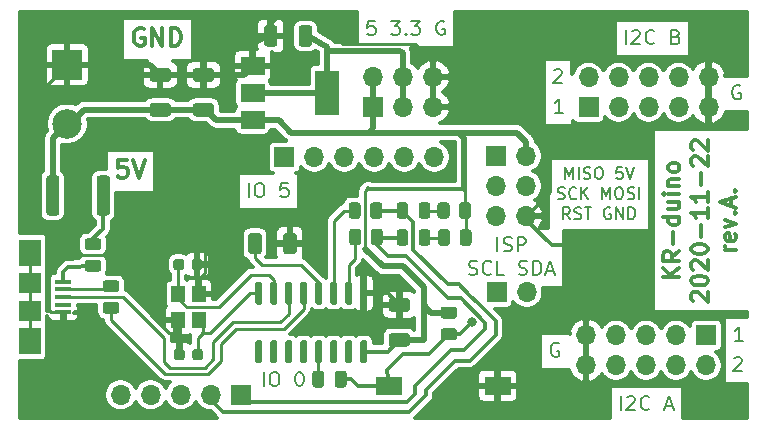
<source format=gbr>
%TF.GenerationSoftware,KiCad,Pcbnew,(5.1.7)-1*%
%TF.CreationDate,2020-11-23T17:16:41+01:00*%
%TF.ProjectId,control,636f6e74-726f-46c2-9e6b-696361645f70,rev?*%
%TF.SameCoordinates,Original*%
%TF.FileFunction,Copper,L1,Top*%
%TF.FilePolarity,Positive*%
%FSLAX46Y46*%
G04 Gerber Fmt 4.6, Leading zero omitted, Abs format (unit mm)*
G04 Created by KiCad (PCBNEW (5.1.7)-1) date 2020-11-23 17:16:41*
%MOMM*%
%LPD*%
G01*
G04 APERTURE LIST*
%TA.AperFunction,NonConductor*%
%ADD10C,0.300000*%
%TD*%
%TA.AperFunction,NonConductor*%
%ADD11C,0.200000*%
%TD*%
%TA.AperFunction,SMDPad,CuDef*%
%ADD12R,1.900000X1.800000*%
%TD*%
%TA.AperFunction,SMDPad,CuDef*%
%ADD13R,1.900000X2.300000*%
%TD*%
%TA.AperFunction,SMDPad,CuDef*%
%ADD14R,1.400000X0.400000*%
%TD*%
%TA.AperFunction,ComponentPad*%
%ADD15R,2.500000X2.500000*%
%TD*%
%TA.AperFunction,ComponentPad*%
%ADD16C,2.500000*%
%TD*%
%TA.AperFunction,ComponentPad*%
%ADD17R,1.700000X1.700000*%
%TD*%
%TA.AperFunction,ComponentPad*%
%ADD18O,1.700000X1.700000*%
%TD*%
%TA.AperFunction,SMDPad,CuDef*%
%ADD19R,2.000000X3.800000*%
%TD*%
%TA.AperFunction,SMDPad,CuDef*%
%ADD20R,2.000000X1.500000*%
%TD*%
%TA.AperFunction,SMDPad,CuDef*%
%ADD21R,1.200000X1.400000*%
%TD*%
%TA.AperFunction,SMDPad,CuDef*%
%ADD22R,2.180000X1.600000*%
%TD*%
%TA.AperFunction,ViaPad*%
%ADD23C,0.800000*%
%TD*%
%TA.AperFunction,Conductor*%
%ADD24C,0.500000*%
%TD*%
%TA.AperFunction,Conductor*%
%ADD25C,0.300000*%
%TD*%
%TA.AperFunction,Conductor*%
%ADD26C,0.250000*%
%TD*%
%TA.AperFunction,Conductor*%
%ADD27C,0.100000*%
%TD*%
G04 APERTURE END LIST*
D10*
X162825333Y-89382000D02*
X161425333Y-89382000D01*
X162825333Y-88582000D02*
X162025333Y-89182000D01*
X161425333Y-88582000D02*
X162225333Y-89382000D01*
X162825333Y-87182000D02*
X162158666Y-87648666D01*
X162825333Y-87982000D02*
X161425333Y-87982000D01*
X161425333Y-87448666D01*
X161492000Y-87315333D01*
X161558666Y-87248666D01*
X161692000Y-87182000D01*
X161892000Y-87182000D01*
X162025333Y-87248666D01*
X162092000Y-87315333D01*
X162158666Y-87448666D01*
X162158666Y-87982000D01*
X162292000Y-86582000D02*
X162292000Y-85515333D01*
X162825333Y-84248666D02*
X161425333Y-84248666D01*
X162758666Y-84248666D02*
X162825333Y-84382000D01*
X162825333Y-84648666D01*
X162758666Y-84782000D01*
X162692000Y-84848666D01*
X162558666Y-84915333D01*
X162158666Y-84915333D01*
X162025333Y-84848666D01*
X161958666Y-84782000D01*
X161892000Y-84648666D01*
X161892000Y-84382000D01*
X161958666Y-84248666D01*
X161892000Y-82982000D02*
X162825333Y-82982000D01*
X161892000Y-83582000D02*
X162625333Y-83582000D01*
X162758666Y-83515333D01*
X162825333Y-83382000D01*
X162825333Y-83182000D01*
X162758666Y-83048666D01*
X162692000Y-82982000D01*
X162825333Y-82315333D02*
X161892000Y-82315333D01*
X161425333Y-82315333D02*
X161492000Y-82382000D01*
X161558666Y-82315333D01*
X161492000Y-82248666D01*
X161425333Y-82315333D01*
X161558666Y-82315333D01*
X161892000Y-81648666D02*
X162825333Y-81648666D01*
X162025333Y-81648666D02*
X161958666Y-81582000D01*
X161892000Y-81448666D01*
X161892000Y-81248666D01*
X161958666Y-81115333D01*
X162092000Y-81048666D01*
X162825333Y-81048666D01*
X162825333Y-80182000D02*
X162758666Y-80315333D01*
X162692000Y-80382000D01*
X162558666Y-80448666D01*
X162158666Y-80448666D01*
X162025333Y-80382000D01*
X161958666Y-80315333D01*
X161892000Y-80182000D01*
X161892000Y-79982000D01*
X161958666Y-79848666D01*
X162025333Y-79782000D01*
X162158666Y-79715333D01*
X162558666Y-79715333D01*
X162692000Y-79782000D01*
X162758666Y-79848666D01*
X162825333Y-79982000D01*
X162825333Y-80182000D01*
X163958666Y-91382000D02*
X163892000Y-91315333D01*
X163825333Y-91182000D01*
X163825333Y-90848666D01*
X163892000Y-90715333D01*
X163958666Y-90648666D01*
X164092000Y-90582000D01*
X164225333Y-90582000D01*
X164425333Y-90648666D01*
X165225333Y-91448666D01*
X165225333Y-90582000D01*
X163825333Y-89715333D02*
X163825333Y-89582000D01*
X163892000Y-89448666D01*
X163958666Y-89382000D01*
X164092000Y-89315333D01*
X164358666Y-89248666D01*
X164692000Y-89248666D01*
X164958666Y-89315333D01*
X165092000Y-89382000D01*
X165158666Y-89448666D01*
X165225333Y-89582000D01*
X165225333Y-89715333D01*
X165158666Y-89848666D01*
X165092000Y-89915333D01*
X164958666Y-89982000D01*
X164692000Y-90048666D01*
X164358666Y-90048666D01*
X164092000Y-89982000D01*
X163958666Y-89915333D01*
X163892000Y-89848666D01*
X163825333Y-89715333D01*
X163958666Y-88715333D02*
X163892000Y-88648666D01*
X163825333Y-88515333D01*
X163825333Y-88182000D01*
X163892000Y-88048666D01*
X163958666Y-87982000D01*
X164092000Y-87915333D01*
X164225333Y-87915333D01*
X164425333Y-87982000D01*
X165225333Y-88782000D01*
X165225333Y-87915333D01*
X163825333Y-87048666D02*
X163825333Y-86915333D01*
X163892000Y-86782000D01*
X163958666Y-86715333D01*
X164092000Y-86648666D01*
X164358666Y-86582000D01*
X164692000Y-86582000D01*
X164958666Y-86648666D01*
X165092000Y-86715333D01*
X165158666Y-86782000D01*
X165225333Y-86915333D01*
X165225333Y-87048666D01*
X165158666Y-87182000D01*
X165092000Y-87248666D01*
X164958666Y-87315333D01*
X164692000Y-87382000D01*
X164358666Y-87382000D01*
X164092000Y-87315333D01*
X163958666Y-87248666D01*
X163892000Y-87182000D01*
X163825333Y-87048666D01*
X164692000Y-85982000D02*
X164692000Y-84915333D01*
X165225333Y-83515333D02*
X165225333Y-84315333D01*
X165225333Y-83915333D02*
X163825333Y-83915333D01*
X164025333Y-84048666D01*
X164158666Y-84182000D01*
X164225333Y-84315333D01*
X165225333Y-82182000D02*
X165225333Y-82982000D01*
X165225333Y-82582000D02*
X163825333Y-82582000D01*
X164025333Y-82715333D01*
X164158666Y-82848666D01*
X164225333Y-82982000D01*
X164692000Y-81582000D02*
X164692000Y-80515333D01*
X163958666Y-79915333D02*
X163892000Y-79848666D01*
X163825333Y-79715333D01*
X163825333Y-79382000D01*
X163892000Y-79248666D01*
X163958666Y-79182000D01*
X164092000Y-79115333D01*
X164225333Y-79115333D01*
X164425333Y-79182000D01*
X165225333Y-79982000D01*
X165225333Y-79115333D01*
X163958666Y-78582000D02*
X163892000Y-78515333D01*
X163825333Y-78382000D01*
X163825333Y-78048666D01*
X163892000Y-77915333D01*
X163958666Y-77848666D01*
X164092000Y-77782000D01*
X164225333Y-77782000D01*
X164425333Y-77848666D01*
X165225333Y-78648666D01*
X165225333Y-77782000D01*
X167625333Y-87082000D02*
X166692000Y-87082000D01*
X166958666Y-87082000D02*
X166825333Y-87015333D01*
X166758666Y-86948666D01*
X166692000Y-86815333D01*
X166692000Y-86682000D01*
X167558666Y-85682000D02*
X167625333Y-85815333D01*
X167625333Y-86082000D01*
X167558666Y-86215333D01*
X167425333Y-86282000D01*
X166892000Y-86282000D01*
X166758666Y-86215333D01*
X166692000Y-86082000D01*
X166692000Y-85815333D01*
X166758666Y-85682000D01*
X166892000Y-85615333D01*
X167025333Y-85615333D01*
X167158666Y-86282000D01*
X166692000Y-85148666D02*
X167625333Y-84815333D01*
X166692000Y-84482000D01*
X167492000Y-83948666D02*
X167558666Y-83882000D01*
X167625333Y-83948666D01*
X167558666Y-84015333D01*
X167492000Y-83948666D01*
X167625333Y-83948666D01*
X167225333Y-83348666D02*
X167225333Y-82682000D01*
X167625333Y-83482000D02*
X166225333Y-83015333D01*
X167625333Y-82548666D01*
X167492000Y-82082000D02*
X167558666Y-82015333D01*
X167625333Y-82082000D01*
X167558666Y-82148666D01*
X167492000Y-82082000D01*
X167625333Y-82082000D01*
D11*
X167449542Y-96231142D02*
X167506685Y-96174000D01*
X167620971Y-96116857D01*
X167906685Y-96116857D01*
X168020971Y-96174000D01*
X168078114Y-96231142D01*
X168135257Y-96345428D01*
X168135257Y-96459714D01*
X168078114Y-96631142D01*
X167392400Y-97316857D01*
X168135257Y-97316857D01*
X152209542Y-71847142D02*
X152266685Y-71790000D01*
X152380971Y-71732857D01*
X152666685Y-71732857D01*
X152780971Y-71790000D01*
X152838114Y-71847142D01*
X152895257Y-71961428D01*
X152895257Y-72075714D01*
X152838114Y-72247142D01*
X152152400Y-72932857D01*
X152895257Y-72932857D01*
X153149657Y-81048380D02*
X153149657Y-80048380D01*
X153482990Y-80762666D01*
X153816323Y-80048380D01*
X153816323Y-81048380D01*
X154292514Y-81048380D02*
X154292514Y-80048380D01*
X154721085Y-81000761D02*
X154863942Y-81048380D01*
X155102038Y-81048380D01*
X155197276Y-81000761D01*
X155244895Y-80953142D01*
X155292514Y-80857904D01*
X155292514Y-80762666D01*
X155244895Y-80667428D01*
X155197276Y-80619809D01*
X155102038Y-80572190D01*
X154911561Y-80524571D01*
X154816323Y-80476952D01*
X154768704Y-80429333D01*
X154721085Y-80334095D01*
X154721085Y-80238857D01*
X154768704Y-80143619D01*
X154816323Y-80096000D01*
X154911561Y-80048380D01*
X155149657Y-80048380D01*
X155292514Y-80096000D01*
X155911561Y-80048380D02*
X156102038Y-80048380D01*
X156197276Y-80096000D01*
X156292514Y-80191238D01*
X156340133Y-80381714D01*
X156340133Y-80715047D01*
X156292514Y-80905523D01*
X156197276Y-81000761D01*
X156102038Y-81048380D01*
X155911561Y-81048380D01*
X155816323Y-81000761D01*
X155721085Y-80905523D01*
X155673466Y-80715047D01*
X155673466Y-80381714D01*
X155721085Y-80191238D01*
X155816323Y-80096000D01*
X155911561Y-80048380D01*
X158006800Y-80048380D02*
X157530609Y-80048380D01*
X157482990Y-80524571D01*
X157530609Y-80476952D01*
X157625847Y-80429333D01*
X157863942Y-80429333D01*
X157959180Y-80476952D01*
X158006800Y-80524571D01*
X158054419Y-80619809D01*
X158054419Y-80857904D01*
X158006800Y-80953142D01*
X157959180Y-81000761D01*
X157863942Y-81048380D01*
X157625847Y-81048380D01*
X157530609Y-81000761D01*
X157482990Y-80953142D01*
X158340133Y-80048380D02*
X158673466Y-81048380D01*
X159006800Y-80048380D01*
X152530609Y-82700761D02*
X152673466Y-82748380D01*
X152911561Y-82748380D01*
X153006800Y-82700761D01*
X153054419Y-82653142D01*
X153102038Y-82557904D01*
X153102038Y-82462666D01*
X153054419Y-82367428D01*
X153006800Y-82319809D01*
X152911561Y-82272190D01*
X152721085Y-82224571D01*
X152625847Y-82176952D01*
X152578228Y-82129333D01*
X152530609Y-82034095D01*
X152530609Y-81938857D01*
X152578228Y-81843619D01*
X152625847Y-81796000D01*
X152721085Y-81748380D01*
X152959180Y-81748380D01*
X153102038Y-81796000D01*
X154102038Y-82653142D02*
X154054419Y-82700761D01*
X153911561Y-82748380D01*
X153816323Y-82748380D01*
X153673466Y-82700761D01*
X153578228Y-82605523D01*
X153530609Y-82510285D01*
X153482990Y-82319809D01*
X153482990Y-82176952D01*
X153530609Y-81986476D01*
X153578228Y-81891238D01*
X153673466Y-81796000D01*
X153816323Y-81748380D01*
X153911561Y-81748380D01*
X154054419Y-81796000D01*
X154102038Y-81843619D01*
X154530609Y-82748380D02*
X154530609Y-81748380D01*
X155102038Y-82748380D02*
X154673466Y-82176952D01*
X155102038Y-81748380D02*
X154530609Y-82319809D01*
X156292514Y-82748380D02*
X156292514Y-81748380D01*
X156625847Y-82462666D01*
X156959180Y-81748380D01*
X156959180Y-82748380D01*
X157625847Y-81748380D02*
X157816323Y-81748380D01*
X157911561Y-81796000D01*
X158006800Y-81891238D01*
X158054419Y-82081714D01*
X158054419Y-82415047D01*
X158006800Y-82605523D01*
X157911561Y-82700761D01*
X157816323Y-82748380D01*
X157625847Y-82748380D01*
X157530609Y-82700761D01*
X157435371Y-82605523D01*
X157387752Y-82415047D01*
X157387752Y-82081714D01*
X157435371Y-81891238D01*
X157530609Y-81796000D01*
X157625847Y-81748380D01*
X158435371Y-82700761D02*
X158578228Y-82748380D01*
X158816323Y-82748380D01*
X158911561Y-82700761D01*
X158959180Y-82653142D01*
X159006800Y-82557904D01*
X159006800Y-82462666D01*
X158959180Y-82367428D01*
X158911561Y-82319809D01*
X158816323Y-82272190D01*
X158625847Y-82224571D01*
X158530609Y-82176952D01*
X158482990Y-82129333D01*
X158435371Y-82034095D01*
X158435371Y-81938857D01*
X158482990Y-81843619D01*
X158530609Y-81796000D01*
X158625847Y-81748380D01*
X158863942Y-81748380D01*
X159006800Y-81796000D01*
X159435371Y-82748380D02*
X159435371Y-81748380D01*
X153554419Y-84448380D02*
X153221085Y-83972190D01*
X152982990Y-84448380D02*
X152982990Y-83448380D01*
X153363942Y-83448380D01*
X153459180Y-83496000D01*
X153506800Y-83543619D01*
X153554419Y-83638857D01*
X153554419Y-83781714D01*
X153506800Y-83876952D01*
X153459180Y-83924571D01*
X153363942Y-83972190D01*
X152982990Y-83972190D01*
X153935371Y-84400761D02*
X154078228Y-84448380D01*
X154316323Y-84448380D01*
X154411561Y-84400761D01*
X154459180Y-84353142D01*
X154506800Y-84257904D01*
X154506800Y-84162666D01*
X154459180Y-84067428D01*
X154411561Y-84019809D01*
X154316323Y-83972190D01*
X154125847Y-83924571D01*
X154030609Y-83876952D01*
X153982990Y-83829333D01*
X153935371Y-83734095D01*
X153935371Y-83638857D01*
X153982990Y-83543619D01*
X154030609Y-83496000D01*
X154125847Y-83448380D01*
X154363942Y-83448380D01*
X154506800Y-83496000D01*
X154792514Y-83448380D02*
X155363942Y-83448380D01*
X155078228Y-84448380D02*
X155078228Y-83448380D01*
X156982990Y-83496000D02*
X156887752Y-83448380D01*
X156744895Y-83448380D01*
X156602038Y-83496000D01*
X156506800Y-83591238D01*
X156459180Y-83686476D01*
X156411561Y-83876952D01*
X156411561Y-84019809D01*
X156459180Y-84210285D01*
X156506800Y-84305523D01*
X156602038Y-84400761D01*
X156744895Y-84448380D01*
X156840133Y-84448380D01*
X156982990Y-84400761D01*
X157030609Y-84353142D01*
X157030609Y-84019809D01*
X156840133Y-84019809D01*
X157459180Y-84448380D02*
X157459180Y-83448380D01*
X158030609Y-84448380D01*
X158030609Y-83448380D01*
X158506800Y-84448380D02*
X158506800Y-83448380D01*
X158744895Y-83448380D01*
X158887752Y-83496000D01*
X158982990Y-83591238D01*
X159030609Y-83686476D01*
X159078228Y-83876952D01*
X159078228Y-84019809D01*
X159030609Y-84210285D01*
X158982990Y-84305523D01*
X158887752Y-84400761D01*
X158744895Y-84448380D01*
X158506800Y-84448380D01*
X127628857Y-98586857D02*
X127628857Y-97386857D01*
X128428857Y-97386857D02*
X128657428Y-97386857D01*
X128771714Y-97444000D01*
X128886000Y-97558285D01*
X128943142Y-97786857D01*
X128943142Y-98186857D01*
X128886000Y-98415428D01*
X128771714Y-98529714D01*
X128657428Y-98586857D01*
X128428857Y-98586857D01*
X128314571Y-98529714D01*
X128200285Y-98415428D01*
X128143142Y-98186857D01*
X128143142Y-97786857D01*
X128200285Y-97558285D01*
X128314571Y-97444000D01*
X128428857Y-97386857D01*
X130600285Y-97386857D02*
X130714571Y-97386857D01*
X130828857Y-97444000D01*
X130886000Y-97501142D01*
X130943142Y-97615428D01*
X131000285Y-97844000D01*
X131000285Y-98129714D01*
X130943142Y-98358285D01*
X130886000Y-98472571D01*
X130828857Y-98529714D01*
X130714571Y-98586857D01*
X130600285Y-98586857D01*
X130486000Y-98529714D01*
X130428857Y-98472571D01*
X130371714Y-98358285D01*
X130314571Y-98129714D01*
X130314571Y-97844000D01*
X130371714Y-97615428D01*
X130428857Y-97501142D01*
X130486000Y-97444000D01*
X130600285Y-97386857D01*
X126358857Y-82584857D02*
X126358857Y-81384857D01*
X127158857Y-81384857D02*
X127387428Y-81384857D01*
X127501714Y-81442000D01*
X127616000Y-81556285D01*
X127673142Y-81784857D01*
X127673142Y-82184857D01*
X127616000Y-82413428D01*
X127501714Y-82527714D01*
X127387428Y-82584857D01*
X127158857Y-82584857D01*
X127044571Y-82527714D01*
X126930285Y-82413428D01*
X126873142Y-82184857D01*
X126873142Y-81784857D01*
X126930285Y-81556285D01*
X127044571Y-81442000D01*
X127158857Y-81384857D01*
X129673142Y-81384857D02*
X129101714Y-81384857D01*
X129044571Y-81956285D01*
X129101714Y-81899142D01*
X129216000Y-81842000D01*
X129501714Y-81842000D01*
X129616000Y-81899142D01*
X129673142Y-81956285D01*
X129730285Y-82070571D01*
X129730285Y-82356285D01*
X129673142Y-82470571D01*
X129616000Y-82527714D01*
X129501714Y-82584857D01*
X129216000Y-82584857D01*
X129101714Y-82527714D01*
X129044571Y-82470571D01*
X137042857Y-67668857D02*
X136471428Y-67668857D01*
X136414285Y-68240285D01*
X136471428Y-68183142D01*
X136585714Y-68126000D01*
X136871428Y-68126000D01*
X136985714Y-68183142D01*
X137042857Y-68240285D01*
X137100000Y-68354571D01*
X137100000Y-68640285D01*
X137042857Y-68754571D01*
X136985714Y-68811714D01*
X136871428Y-68868857D01*
X136585714Y-68868857D01*
X136471428Y-68811714D01*
X136414285Y-68754571D01*
X138414285Y-67668857D02*
X139157142Y-67668857D01*
X138757142Y-68126000D01*
X138928571Y-68126000D01*
X139042857Y-68183142D01*
X139100000Y-68240285D01*
X139157142Y-68354571D01*
X139157142Y-68640285D01*
X139100000Y-68754571D01*
X139042857Y-68811714D01*
X138928571Y-68868857D01*
X138585714Y-68868857D01*
X138471428Y-68811714D01*
X138414285Y-68754571D01*
X139671428Y-68754571D02*
X139728571Y-68811714D01*
X139671428Y-68868857D01*
X139614285Y-68811714D01*
X139671428Y-68754571D01*
X139671428Y-68868857D01*
X140128571Y-67668857D02*
X140871428Y-67668857D01*
X140471428Y-68126000D01*
X140642857Y-68126000D01*
X140757142Y-68183142D01*
X140814285Y-68240285D01*
X140871428Y-68354571D01*
X140871428Y-68640285D01*
X140814285Y-68754571D01*
X140757142Y-68811714D01*
X140642857Y-68868857D01*
X140300000Y-68868857D01*
X140185714Y-68811714D01*
X140128571Y-68754571D01*
X142928571Y-67726000D02*
X142814285Y-67668857D01*
X142642857Y-67668857D01*
X142471428Y-67726000D01*
X142357142Y-67840285D01*
X142300000Y-67954571D01*
X142242857Y-68183142D01*
X142242857Y-68354571D01*
X142300000Y-68583142D01*
X142357142Y-68697428D01*
X142471428Y-68811714D01*
X142642857Y-68868857D01*
X142757142Y-68868857D01*
X142928571Y-68811714D01*
X142985714Y-68754571D01*
X142985714Y-68354571D01*
X142757142Y-68354571D01*
X147418571Y-87172857D02*
X147418571Y-85972857D01*
X147932857Y-87115714D02*
X148104285Y-87172857D01*
X148390000Y-87172857D01*
X148504285Y-87115714D01*
X148561428Y-87058571D01*
X148618571Y-86944285D01*
X148618571Y-86830000D01*
X148561428Y-86715714D01*
X148504285Y-86658571D01*
X148390000Y-86601428D01*
X148161428Y-86544285D01*
X148047142Y-86487142D01*
X147990000Y-86430000D01*
X147932857Y-86315714D01*
X147932857Y-86201428D01*
X147990000Y-86087142D01*
X148047142Y-86030000D01*
X148161428Y-85972857D01*
X148447142Y-85972857D01*
X148618571Y-86030000D01*
X149132857Y-87172857D02*
X149132857Y-85972857D01*
X149590000Y-85972857D01*
X149704285Y-86030000D01*
X149761428Y-86087142D01*
X149818571Y-86201428D01*
X149818571Y-86372857D01*
X149761428Y-86487142D01*
X149704285Y-86544285D01*
X149590000Y-86601428D01*
X149132857Y-86601428D01*
X145018571Y-89115714D02*
X145190000Y-89172857D01*
X145475714Y-89172857D01*
X145590000Y-89115714D01*
X145647142Y-89058571D01*
X145704285Y-88944285D01*
X145704285Y-88830000D01*
X145647142Y-88715714D01*
X145590000Y-88658571D01*
X145475714Y-88601428D01*
X145247142Y-88544285D01*
X145132857Y-88487142D01*
X145075714Y-88430000D01*
X145018571Y-88315714D01*
X145018571Y-88201428D01*
X145075714Y-88087142D01*
X145132857Y-88030000D01*
X145247142Y-87972857D01*
X145532857Y-87972857D01*
X145704285Y-88030000D01*
X146904285Y-89058571D02*
X146847142Y-89115714D01*
X146675714Y-89172857D01*
X146561428Y-89172857D01*
X146390000Y-89115714D01*
X146275714Y-89001428D01*
X146218571Y-88887142D01*
X146161428Y-88658571D01*
X146161428Y-88487142D01*
X146218571Y-88258571D01*
X146275714Y-88144285D01*
X146390000Y-88030000D01*
X146561428Y-87972857D01*
X146675714Y-87972857D01*
X146847142Y-88030000D01*
X146904285Y-88087142D01*
X147990000Y-89172857D02*
X147418571Y-89172857D01*
X147418571Y-87972857D01*
X149247142Y-89115714D02*
X149418571Y-89172857D01*
X149704285Y-89172857D01*
X149818571Y-89115714D01*
X149875714Y-89058571D01*
X149932857Y-88944285D01*
X149932857Y-88830000D01*
X149875714Y-88715714D01*
X149818571Y-88658571D01*
X149704285Y-88601428D01*
X149475714Y-88544285D01*
X149361428Y-88487142D01*
X149304285Y-88430000D01*
X149247142Y-88315714D01*
X149247142Y-88201428D01*
X149304285Y-88087142D01*
X149361428Y-88030000D01*
X149475714Y-87972857D01*
X149761428Y-87972857D01*
X149932857Y-88030000D01*
X150447142Y-89172857D02*
X150447142Y-87972857D01*
X150732857Y-87972857D01*
X150904285Y-88030000D01*
X151018571Y-88144285D01*
X151075714Y-88258571D01*
X151132857Y-88487142D01*
X151132857Y-88658571D01*
X151075714Y-88887142D01*
X151018571Y-89001428D01*
X150904285Y-89115714D01*
X150732857Y-89172857D01*
X150447142Y-89172857D01*
X151590000Y-88830000D02*
X152161428Y-88830000D01*
X151475714Y-89172857D02*
X151875714Y-87972857D01*
X152275714Y-89172857D01*
X152612685Y-94954800D02*
X152498400Y-94897657D01*
X152326971Y-94897657D01*
X152155542Y-94954800D01*
X152041257Y-95069085D01*
X151984114Y-95183371D01*
X151926971Y-95411942D01*
X151926971Y-95583371D01*
X151984114Y-95811942D01*
X152041257Y-95926228D01*
X152155542Y-96040514D01*
X152326971Y-96097657D01*
X152441257Y-96097657D01*
X152612685Y-96040514D01*
X152669828Y-95983371D01*
X152669828Y-95583371D01*
X152441257Y-95583371D01*
X168186057Y-94776857D02*
X167500342Y-94776857D01*
X167843200Y-94776857D02*
X167843200Y-93576857D01*
X167728914Y-93748285D01*
X167614628Y-93862571D01*
X167500342Y-93919714D01*
X167954285Y-73161600D02*
X167840000Y-73104457D01*
X167668571Y-73104457D01*
X167497142Y-73161600D01*
X167382857Y-73275885D01*
X167325714Y-73390171D01*
X167268571Y-73618742D01*
X167268571Y-73790171D01*
X167325714Y-74018742D01*
X167382857Y-74133028D01*
X167497142Y-74247314D01*
X167668571Y-74304457D01*
X167782857Y-74304457D01*
X167954285Y-74247314D01*
X168011428Y-74190171D01*
X168011428Y-73790171D01*
X167782857Y-73790171D01*
X152946057Y-75472857D02*
X152260342Y-75472857D01*
X152603200Y-75472857D02*
X152603200Y-74272857D01*
X152488914Y-74444285D01*
X152374628Y-74558571D01*
X152260342Y-74615714D01*
X157877142Y-100618857D02*
X157877142Y-99418857D01*
X158391428Y-99533142D02*
X158448571Y-99476000D01*
X158562857Y-99418857D01*
X158848571Y-99418857D01*
X158962857Y-99476000D01*
X159020000Y-99533142D01*
X159077142Y-99647428D01*
X159077142Y-99761714D01*
X159020000Y-99933142D01*
X158334285Y-100618857D01*
X159077142Y-100618857D01*
X160277142Y-100504571D02*
X160220000Y-100561714D01*
X160048571Y-100618857D01*
X159934285Y-100618857D01*
X159762857Y-100561714D01*
X159648571Y-100447428D01*
X159591428Y-100333142D01*
X159534285Y-100104571D01*
X159534285Y-99933142D01*
X159591428Y-99704571D01*
X159648571Y-99590285D01*
X159762857Y-99476000D01*
X159934285Y-99418857D01*
X160048571Y-99418857D01*
X160220000Y-99476000D01*
X160277142Y-99533142D01*
X161648571Y-100276000D02*
X162220000Y-100276000D01*
X161534285Y-100618857D02*
X161934285Y-99418857D01*
X162334285Y-100618857D01*
X158299428Y-69630857D02*
X158299428Y-68430857D01*
X158813714Y-68545142D02*
X158870857Y-68488000D01*
X158985142Y-68430857D01*
X159270857Y-68430857D01*
X159385142Y-68488000D01*
X159442285Y-68545142D01*
X159499428Y-68659428D01*
X159499428Y-68773714D01*
X159442285Y-68945142D01*
X158756571Y-69630857D01*
X159499428Y-69630857D01*
X160699428Y-69516571D02*
X160642285Y-69573714D01*
X160470857Y-69630857D01*
X160356571Y-69630857D01*
X160185142Y-69573714D01*
X160070857Y-69459428D01*
X160013714Y-69345142D01*
X159956571Y-69116571D01*
X159956571Y-68945142D01*
X160013714Y-68716571D01*
X160070857Y-68602285D01*
X160185142Y-68488000D01*
X160356571Y-68430857D01*
X160470857Y-68430857D01*
X160642285Y-68488000D01*
X160699428Y-68545142D01*
X162528000Y-69002285D02*
X162699428Y-69059428D01*
X162756571Y-69116571D01*
X162813714Y-69230857D01*
X162813714Y-69402285D01*
X162756571Y-69516571D01*
X162699428Y-69573714D01*
X162585142Y-69630857D01*
X162128000Y-69630857D01*
X162128000Y-68430857D01*
X162528000Y-68430857D01*
X162642285Y-68488000D01*
X162699428Y-68545142D01*
X162756571Y-68659428D01*
X162756571Y-68773714D01*
X162699428Y-68888000D01*
X162642285Y-68945142D01*
X162528000Y-69002285D01*
X162128000Y-69002285D01*
D10*
X117475142Y-68338000D02*
X117332285Y-68266571D01*
X117118000Y-68266571D01*
X116903714Y-68338000D01*
X116760857Y-68480857D01*
X116689428Y-68623714D01*
X116618000Y-68909428D01*
X116618000Y-69123714D01*
X116689428Y-69409428D01*
X116760857Y-69552285D01*
X116903714Y-69695142D01*
X117118000Y-69766571D01*
X117260857Y-69766571D01*
X117475142Y-69695142D01*
X117546571Y-69623714D01*
X117546571Y-69123714D01*
X117260857Y-69123714D01*
X118189428Y-69766571D02*
X118189428Y-68266571D01*
X119046571Y-69766571D01*
X119046571Y-68266571D01*
X119760857Y-69766571D02*
X119760857Y-68266571D01*
X120118000Y-68266571D01*
X120332285Y-68338000D01*
X120475142Y-68480857D01*
X120546571Y-68623714D01*
X120618000Y-68909428D01*
X120618000Y-69123714D01*
X120546571Y-69409428D01*
X120475142Y-69552285D01*
X120332285Y-69695142D01*
X120118000Y-69766571D01*
X119760857Y-69766571D01*
X116046285Y-79442571D02*
X115332000Y-79442571D01*
X115260571Y-80156857D01*
X115332000Y-80085428D01*
X115474857Y-80014000D01*
X115832000Y-80014000D01*
X115974857Y-80085428D01*
X116046285Y-80156857D01*
X116117714Y-80299714D01*
X116117714Y-80656857D01*
X116046285Y-80799714D01*
X115974857Y-80871142D01*
X115832000Y-80942571D01*
X115474857Y-80942571D01*
X115332000Y-80871142D01*
X115260571Y-80799714D01*
X116546285Y-79442571D02*
X117046285Y-80942571D01*
X117546285Y-79442571D01*
%TO.P,U1,1*%
%TO.N,GND*%
%TA.AperFunction,SMDPad,CuDef*%
G36*
G01*
X135943200Y-89742600D02*
X136243200Y-89742600D01*
G75*
G02*
X136393200Y-89892600I0J-150000D01*
G01*
X136393200Y-91542600D01*
G75*
G02*
X136243200Y-91692600I-150000J0D01*
G01*
X135943200Y-91692600D01*
G75*
G02*
X135793200Y-91542600I0J150000D01*
G01*
X135793200Y-89892600D01*
G75*
G02*
X135943200Y-89742600I150000J0D01*
G01*
G37*
%TD.AperFunction*%
%TO.P,U1,2*%
%TO.N,Net-(R2-Pad2)*%
%TA.AperFunction,SMDPad,CuDef*%
G36*
G01*
X134673200Y-89742600D02*
X134973200Y-89742600D01*
G75*
G02*
X135123200Y-89892600I0J-150000D01*
G01*
X135123200Y-91542600D01*
G75*
G02*
X134973200Y-91692600I-150000J0D01*
G01*
X134673200Y-91692600D01*
G75*
G02*
X134523200Y-91542600I0J150000D01*
G01*
X134523200Y-89892600D01*
G75*
G02*
X134673200Y-89742600I150000J0D01*
G01*
G37*
%TD.AperFunction*%
%TO.P,U1,3*%
%TO.N,Net-(R3-Pad2)*%
%TA.AperFunction,SMDPad,CuDef*%
G36*
G01*
X133403200Y-89742600D02*
X133703200Y-89742600D01*
G75*
G02*
X133853200Y-89892600I0J-150000D01*
G01*
X133853200Y-91542600D01*
G75*
G02*
X133703200Y-91692600I-150000J0D01*
G01*
X133403200Y-91692600D01*
G75*
G02*
X133253200Y-91542600I0J150000D01*
G01*
X133253200Y-89892600D01*
G75*
G02*
X133403200Y-89742600I150000J0D01*
G01*
G37*
%TD.AperFunction*%
%TO.P,U1,4*%
%TO.N,Net-(C5-Pad2)*%
%TA.AperFunction,SMDPad,CuDef*%
G36*
G01*
X132133200Y-89742600D02*
X132433200Y-89742600D01*
G75*
G02*
X132583200Y-89892600I0J-150000D01*
G01*
X132583200Y-91542600D01*
G75*
G02*
X132433200Y-91692600I-150000J0D01*
G01*
X132133200Y-91692600D01*
G75*
G02*
X131983200Y-91542600I0J150000D01*
G01*
X131983200Y-89892600D01*
G75*
G02*
X132133200Y-89742600I150000J0D01*
G01*
G37*
%TD.AperFunction*%
%TO.P,U1,5*%
%TO.N,/UD+*%
%TA.AperFunction,SMDPad,CuDef*%
G36*
G01*
X130863200Y-89742600D02*
X131163200Y-89742600D01*
G75*
G02*
X131313200Y-89892600I0J-150000D01*
G01*
X131313200Y-91542600D01*
G75*
G02*
X131163200Y-91692600I-150000J0D01*
G01*
X130863200Y-91692600D01*
G75*
G02*
X130713200Y-91542600I0J150000D01*
G01*
X130713200Y-89892600D01*
G75*
G02*
X130863200Y-89742600I150000J0D01*
G01*
G37*
%TD.AperFunction*%
%TO.P,U1,6*%
%TO.N,Net-(J1-Pad3)*%
%TA.AperFunction,SMDPad,CuDef*%
G36*
G01*
X129593200Y-89742600D02*
X129893200Y-89742600D01*
G75*
G02*
X130043200Y-89892600I0J-150000D01*
G01*
X130043200Y-91542600D01*
G75*
G02*
X129893200Y-91692600I-150000J0D01*
G01*
X129593200Y-91692600D01*
G75*
G02*
X129443200Y-91542600I0J150000D01*
G01*
X129443200Y-89892600D01*
G75*
G02*
X129593200Y-89742600I150000J0D01*
G01*
G37*
%TD.AperFunction*%
%TO.P,U1,7*%
%TO.N,Net-(C2-Pad1)*%
%TA.AperFunction,SMDPad,CuDef*%
G36*
G01*
X128323200Y-89742600D02*
X128623200Y-89742600D01*
G75*
G02*
X128773200Y-89892600I0J-150000D01*
G01*
X128773200Y-91542600D01*
G75*
G02*
X128623200Y-91692600I-150000J0D01*
G01*
X128323200Y-91692600D01*
G75*
G02*
X128173200Y-91542600I0J150000D01*
G01*
X128173200Y-89892600D01*
G75*
G02*
X128323200Y-89742600I150000J0D01*
G01*
G37*
%TD.AperFunction*%
%TO.P,U1,8*%
%TO.N,Net-(C4-Pad1)*%
%TA.AperFunction,SMDPad,CuDef*%
G36*
G01*
X127053200Y-89742600D02*
X127353200Y-89742600D01*
G75*
G02*
X127503200Y-89892600I0J-150000D01*
G01*
X127503200Y-91542600D01*
G75*
G02*
X127353200Y-91692600I-150000J0D01*
G01*
X127053200Y-91692600D01*
G75*
G02*
X126903200Y-91542600I0J150000D01*
G01*
X126903200Y-89892600D01*
G75*
G02*
X127053200Y-89742600I150000J0D01*
G01*
G37*
%TD.AperFunction*%
%TO.P,U1,9*%
%TO.N,N/C*%
%TA.AperFunction,SMDPad,CuDef*%
G36*
G01*
X127053200Y-94692600D02*
X127353200Y-94692600D01*
G75*
G02*
X127503200Y-94842600I0J-150000D01*
G01*
X127503200Y-96492600D01*
G75*
G02*
X127353200Y-96642600I-150000J0D01*
G01*
X127053200Y-96642600D01*
G75*
G02*
X126903200Y-96492600I0J150000D01*
G01*
X126903200Y-94842600D01*
G75*
G02*
X127053200Y-94692600I150000J0D01*
G01*
G37*
%TD.AperFunction*%
%TO.P,U1,10*%
%TA.AperFunction,SMDPad,CuDef*%
G36*
G01*
X128323200Y-94692600D02*
X128623200Y-94692600D01*
G75*
G02*
X128773200Y-94842600I0J-150000D01*
G01*
X128773200Y-96492600D01*
G75*
G02*
X128623200Y-96642600I-150000J0D01*
G01*
X128323200Y-96642600D01*
G75*
G02*
X128173200Y-96492600I0J150000D01*
G01*
X128173200Y-94842600D01*
G75*
G02*
X128323200Y-94692600I150000J0D01*
G01*
G37*
%TD.AperFunction*%
%TO.P,U1,11*%
%TA.AperFunction,SMDPad,CuDef*%
G36*
G01*
X129593200Y-94692600D02*
X129893200Y-94692600D01*
G75*
G02*
X130043200Y-94842600I0J-150000D01*
G01*
X130043200Y-96492600D01*
G75*
G02*
X129893200Y-96642600I-150000J0D01*
G01*
X129593200Y-96642600D01*
G75*
G02*
X129443200Y-96492600I0J150000D01*
G01*
X129443200Y-94842600D01*
G75*
G02*
X129593200Y-94692600I150000J0D01*
G01*
G37*
%TD.AperFunction*%
%TO.P,U1,12*%
%TA.AperFunction,SMDPad,CuDef*%
G36*
G01*
X130863200Y-94692600D02*
X131163200Y-94692600D01*
G75*
G02*
X131313200Y-94842600I0J-150000D01*
G01*
X131313200Y-96492600D01*
G75*
G02*
X131163200Y-96642600I-150000J0D01*
G01*
X130863200Y-96642600D01*
G75*
G02*
X130713200Y-96492600I0J150000D01*
G01*
X130713200Y-94842600D01*
G75*
G02*
X130863200Y-94692600I150000J0D01*
G01*
G37*
%TD.AperFunction*%
%TO.P,U1,13*%
%TO.N,Net-(C13-Pad2)*%
%TA.AperFunction,SMDPad,CuDef*%
G36*
G01*
X132133200Y-94692600D02*
X132433200Y-94692600D01*
G75*
G02*
X132583200Y-94842600I0J-150000D01*
G01*
X132583200Y-96492600D01*
G75*
G02*
X132433200Y-96642600I-150000J0D01*
G01*
X132133200Y-96642600D01*
G75*
G02*
X131983200Y-96492600I0J150000D01*
G01*
X131983200Y-94842600D01*
G75*
G02*
X132133200Y-94692600I150000J0D01*
G01*
G37*
%TD.AperFunction*%
%TO.P,U1,14*%
%TO.N,N/C*%
%TA.AperFunction,SMDPad,CuDef*%
G36*
G01*
X133403200Y-94692600D02*
X133703200Y-94692600D01*
G75*
G02*
X133853200Y-94842600I0J-150000D01*
G01*
X133853200Y-96492600D01*
G75*
G02*
X133703200Y-96642600I-150000J0D01*
G01*
X133403200Y-96642600D01*
G75*
G02*
X133253200Y-96492600I0J150000D01*
G01*
X133253200Y-94842600D01*
G75*
G02*
X133403200Y-94692600I150000J0D01*
G01*
G37*
%TD.AperFunction*%
%TO.P,U1,15*%
%TA.AperFunction,SMDPad,CuDef*%
G36*
G01*
X134673200Y-94692600D02*
X134973200Y-94692600D01*
G75*
G02*
X135123200Y-94842600I0J-150000D01*
G01*
X135123200Y-96492600D01*
G75*
G02*
X134973200Y-96642600I-150000J0D01*
G01*
X134673200Y-96642600D01*
G75*
G02*
X134523200Y-96492600I0J150000D01*
G01*
X134523200Y-94842600D01*
G75*
G02*
X134673200Y-94692600I150000J0D01*
G01*
G37*
%TD.AperFunction*%
%TO.P,U1,16*%
%TO.N,+5V*%
%TA.AperFunction,SMDPad,CuDef*%
G36*
G01*
X135943200Y-94692600D02*
X136243200Y-94692600D01*
G75*
G02*
X136393200Y-94842600I0J-150000D01*
G01*
X136393200Y-96492600D01*
G75*
G02*
X136243200Y-96642600I-150000J0D01*
G01*
X135943200Y-96642600D01*
G75*
G02*
X135793200Y-96492600I0J150000D01*
G01*
X135793200Y-94842600D01*
G75*
G02*
X135943200Y-94692600I150000J0D01*
G01*
G37*
%TD.AperFunction*%
%TD*%
%TO.P,C1,1*%
%TO.N,+5V*%
%TA.AperFunction,SMDPad,CuDef*%
G36*
G01*
X139765801Y-95242600D02*
X138465799Y-95242600D01*
G75*
G02*
X138215800Y-94992601I0J249999D01*
G01*
X138215800Y-94342599D01*
G75*
G02*
X138465799Y-94092600I249999J0D01*
G01*
X139765801Y-94092600D01*
G75*
G02*
X140015800Y-94342599I0J-249999D01*
G01*
X140015800Y-94992601D01*
G75*
G02*
X139765801Y-95242600I-249999J0D01*
G01*
G37*
%TD.AperFunction*%
%TO.P,C1,2*%
%TO.N,GND*%
%TA.AperFunction,SMDPad,CuDef*%
G36*
G01*
X139765801Y-92292600D02*
X138465799Y-92292600D01*
G75*
G02*
X138215800Y-92042601I0J249999D01*
G01*
X138215800Y-91392599D01*
G75*
G02*
X138465799Y-91142600I249999J0D01*
G01*
X139765801Y-91142600D01*
G75*
G02*
X140015800Y-91392599I0J-249999D01*
G01*
X140015800Y-92042601D01*
G75*
G02*
X139765801Y-92292600I-249999J0D01*
G01*
G37*
%TD.AperFunction*%
%TD*%
%TO.P,C3,2*%
%TO.N,GND*%
%TA.AperFunction,SMDPad,CuDef*%
G36*
G01*
X119522001Y-72810800D02*
X118221999Y-72810800D01*
G75*
G02*
X117972000Y-72560801I0J249999D01*
G01*
X117972000Y-71910799D01*
G75*
G02*
X118221999Y-71660800I249999J0D01*
G01*
X119522001Y-71660800D01*
G75*
G02*
X119772000Y-71910799I0J-249999D01*
G01*
X119772000Y-72560801D01*
G75*
G02*
X119522001Y-72810800I-249999J0D01*
G01*
G37*
%TD.AperFunction*%
%TO.P,C3,1*%
%TO.N,+5V*%
%TA.AperFunction,SMDPad,CuDef*%
G36*
G01*
X119522001Y-75760800D02*
X118221999Y-75760800D01*
G75*
G02*
X117972000Y-75510801I0J249999D01*
G01*
X117972000Y-74860799D01*
G75*
G02*
X118221999Y-74610800I249999J0D01*
G01*
X119522001Y-74610800D01*
G75*
G02*
X119772000Y-74860799I0J-249999D01*
G01*
X119772000Y-75510801D01*
G75*
G02*
X119522001Y-75760800I-249999J0D01*
G01*
G37*
%TD.AperFunction*%
%TD*%
%TO.P,C5,2*%
%TO.N,Net-(C5-Pad2)*%
%TA.AperFunction,SMDPad,CuDef*%
G36*
G01*
X127471600Y-85862399D02*
X127471600Y-87162401D01*
G75*
G02*
X127221601Y-87412400I-249999J0D01*
G01*
X126571599Y-87412400D01*
G75*
G02*
X126321600Y-87162401I0J249999D01*
G01*
X126321600Y-85862399D01*
G75*
G02*
X126571599Y-85612400I249999J0D01*
G01*
X127221601Y-85612400D01*
G75*
G02*
X127471600Y-85862399I0J-249999D01*
G01*
G37*
%TD.AperFunction*%
%TO.P,C5,1*%
%TO.N,GND*%
%TA.AperFunction,SMDPad,CuDef*%
G36*
G01*
X130421600Y-85862399D02*
X130421600Y-87162401D01*
G75*
G02*
X130171601Y-87412400I-249999J0D01*
G01*
X129521599Y-87412400D01*
G75*
G02*
X129271600Y-87162401I0J249999D01*
G01*
X129271600Y-85862399D01*
G75*
G02*
X129521599Y-85612400I249999J0D01*
G01*
X130171601Y-85612400D01*
G75*
G02*
X130421600Y-85862399I0J-249999D01*
G01*
G37*
%TD.AperFunction*%
%TD*%
%TO.P,C6,1*%
%TO.N,+5V*%
%TA.AperFunction,SMDPad,CuDef*%
G36*
G01*
X123179601Y-75760800D02*
X121879599Y-75760800D01*
G75*
G02*
X121629600Y-75510801I0J249999D01*
G01*
X121629600Y-74860799D01*
G75*
G02*
X121879599Y-74610800I249999J0D01*
G01*
X123179601Y-74610800D01*
G75*
G02*
X123429600Y-74860799I0J-249999D01*
G01*
X123429600Y-75510801D01*
G75*
G02*
X123179601Y-75760800I-249999J0D01*
G01*
G37*
%TD.AperFunction*%
%TO.P,C6,2*%
%TO.N,GND*%
%TA.AperFunction,SMDPad,CuDef*%
G36*
G01*
X123179601Y-72810800D02*
X121879599Y-72810800D01*
G75*
G02*
X121629600Y-72560801I0J249999D01*
G01*
X121629600Y-71910799D01*
G75*
G02*
X121879599Y-71660800I249999J0D01*
G01*
X123179601Y-71660800D01*
G75*
G02*
X123429600Y-71910799I0J-249999D01*
G01*
X123429600Y-72560801D01*
G75*
G02*
X123179601Y-72810800I-249999J0D01*
G01*
G37*
%TD.AperFunction*%
%TD*%
%TO.P,D1,1*%
%TO.N,/IO0*%
%TA.AperFunction,SMDPad,CuDef*%
G36*
G01*
X138884600Y-86460650D02*
X138884600Y-85548150D01*
G75*
G02*
X139128350Y-85304400I243750J0D01*
G01*
X139615850Y-85304400D01*
G75*
G02*
X139859600Y-85548150I0J-243750D01*
G01*
X139859600Y-86460650D01*
G75*
G02*
X139615850Y-86704400I-243750J0D01*
G01*
X139128350Y-86704400D01*
G75*
G02*
X138884600Y-86460650I0J243750D01*
G01*
G37*
%TD.AperFunction*%
%TO.P,D1,2*%
%TO.N,Net-(D1-Pad2)*%
%TA.AperFunction,SMDPad,CuDef*%
G36*
G01*
X140759600Y-86460650D02*
X140759600Y-85548150D01*
G75*
G02*
X141003350Y-85304400I243750J0D01*
G01*
X141490850Y-85304400D01*
G75*
G02*
X141734600Y-85548150I0J-243750D01*
G01*
X141734600Y-86460650D01*
G75*
G02*
X141490850Y-86704400I-243750J0D01*
G01*
X141003350Y-86704400D01*
G75*
G02*
X140759600Y-86460650I0J243750D01*
G01*
G37*
%TD.AperFunction*%
%TD*%
%TO.P,D2,2*%
%TO.N,Net-(D2-Pad2)*%
%TA.AperFunction,SMDPad,CuDef*%
G36*
G01*
X140759600Y-84174650D02*
X140759600Y-83262150D01*
G75*
G02*
X141003350Y-83018400I243750J0D01*
G01*
X141490850Y-83018400D01*
G75*
G02*
X141734600Y-83262150I0J-243750D01*
G01*
X141734600Y-84174650D01*
G75*
G02*
X141490850Y-84418400I-243750J0D01*
G01*
X141003350Y-84418400D01*
G75*
G02*
X140759600Y-84174650I0J243750D01*
G01*
G37*
%TD.AperFunction*%
%TO.P,D2,1*%
%TO.N,/IO1*%
%TA.AperFunction,SMDPad,CuDef*%
G36*
G01*
X138884600Y-84174650D02*
X138884600Y-83262150D01*
G75*
G02*
X139128350Y-83018400I243750J0D01*
G01*
X139615850Y-83018400D01*
G75*
G02*
X139859600Y-83262150I0J-243750D01*
G01*
X139859600Y-84174650D01*
G75*
G02*
X139615850Y-84418400I-243750J0D01*
G01*
X139128350Y-84418400D01*
G75*
G02*
X138884600Y-84174650I0J243750D01*
G01*
G37*
%TD.AperFunction*%
%TD*%
%TO.P,F1,1*%
%TO.N,+5V*%
%TA.AperFunction,SMDPad,CuDef*%
G36*
G01*
X109212400Y-83898401D02*
X109212400Y-80998399D01*
G75*
G02*
X109462399Y-80748400I249999J0D01*
G01*
X110087401Y-80748400D01*
G75*
G02*
X110337400Y-80998399I0J-249999D01*
G01*
X110337400Y-83898401D01*
G75*
G02*
X110087401Y-84148400I-249999J0D01*
G01*
X109462399Y-84148400D01*
G75*
G02*
X109212400Y-83898401I0J249999D01*
G01*
G37*
%TD.AperFunction*%
%TO.P,F1,2*%
%TO.N,/5VUSB*%
%TA.AperFunction,SMDPad,CuDef*%
G36*
G01*
X113487400Y-83898401D02*
X113487400Y-80998399D01*
G75*
G02*
X113737399Y-80748400I249999J0D01*
G01*
X114362401Y-80748400D01*
G75*
G02*
X114612400Y-80998399I0J-249999D01*
G01*
X114612400Y-83898401D01*
G75*
G02*
X114362401Y-84148400I-249999J0D01*
G01*
X113737399Y-84148400D01*
G75*
G02*
X113487400Y-83898401I0J249999D01*
G01*
G37*
%TD.AperFunction*%
%TD*%
D12*
%TO.P,J1,6*%
%TO.N,Net-(J1-Pad6)*%
X107818400Y-92183600D03*
X107818400Y-89883600D03*
D13*
X107818400Y-94783600D03*
X107818400Y-87283600D03*
D14*
%TO.P,J1,5*%
%TO.N,GND*%
X110668400Y-92333600D03*
%TO.P,J1,4*%
%TO.N,N/C*%
X110668400Y-91683600D03*
%TO.P,J1,3*%
%TO.N,Net-(J1-Pad3)*%
X110668400Y-91033600D03*
%TO.P,J1,2*%
%TO.N,/UD+*%
X110668400Y-90383600D03*
%TO.P,J1,1*%
%TO.N,/5VUSB*%
X110668400Y-89733600D03*
%TD*%
D15*
%TO.P,J2,1*%
%TO.N,GND*%
X110998000Y-71374000D03*
D16*
%TO.P,J2,2*%
%TO.N,+5V*%
X110998000Y-76374000D03*
%TD*%
D17*
%TO.P,J3,1*%
%TO.N,/MISO*%
X147320000Y-79095600D03*
D18*
%TO.P,J3,2*%
%TO.N,+5V*%
X149860000Y-79095600D03*
%TO.P,J3,3*%
%TO.N,/SCK*%
X147320000Y-81635600D03*
%TO.P,J3,4*%
%TO.N,/MOSI*%
X149860000Y-81635600D03*
%TO.P,J3,5*%
%TO.N,/~RESET*%
X147320000Y-84175600D03*
%TO.P,J3,6*%
%TO.N,GND*%
X149860000Y-84175600D03*
%TD*%
D17*
%TO.P,J4,1*%
%TO.N,/I2C_A0*%
X165100000Y-94284800D03*
D18*
%TO.P,J4,2*%
%TO.N,/I2C_A1*%
X165100000Y-96824800D03*
%TO.P,J4,3*%
%TO.N,/I2C_A2*%
X162560000Y-94284800D03*
%TO.P,J4,4*%
%TO.N,/I2C_A3*%
X162560000Y-96824800D03*
%TO.P,J4,5*%
%TO.N,/I2C_A4*%
X160020000Y-94284800D03*
%TO.P,J4,6*%
%TO.N,/I2C_A5*%
X160020000Y-96824800D03*
%TO.P,J4,7*%
%TO.N,/I2C_A6*%
X157480000Y-94284800D03*
%TO.P,J4,8*%
%TO.N,/I2C_A7*%
X157480000Y-96824800D03*
%TO.P,J4,9*%
%TO.N,GND*%
X154940000Y-94284800D03*
%TO.P,J4,10*%
X154940000Y-96824800D03*
%TD*%
D17*
%TO.P,J7,1*%
%TO.N,/SCL*%
X147370800Y-90627200D03*
D18*
%TO.P,J7,2*%
%TO.N,/SDA*%
X149910800Y-90627200D03*
%TD*%
D17*
%TO.P,J8,1*%
%TO.N,/I2C_B0*%
X155143200Y-74980800D03*
D18*
%TO.P,J8,2*%
%TO.N,/I2C_B1*%
X155143200Y-72440800D03*
%TO.P,J8,3*%
%TO.N,/I2C_B2*%
X157683200Y-74980800D03*
%TO.P,J8,4*%
%TO.N,/I2C_B3*%
X157683200Y-72440800D03*
%TO.P,J8,5*%
%TO.N,/I2C_B4*%
X160223200Y-74980800D03*
%TO.P,J8,6*%
%TO.N,/I2C_B5*%
X160223200Y-72440800D03*
%TO.P,J8,7*%
%TO.N,/I2C_B6*%
X162763200Y-74980800D03*
%TO.P,J8,8*%
%TO.N,/I2C_B7*%
X162763200Y-72440800D03*
%TO.P,J8,9*%
%TO.N,GND*%
X165303200Y-74980800D03*
%TO.P,J8,10*%
X165303200Y-72440800D03*
%TD*%
%TO.P,R1,1*%
%TO.N,/~RESET*%
%TA.AperFunction,SMDPad,CuDef*%
G36*
G01*
X143756801Y-94693800D02*
X142856799Y-94693800D01*
G75*
G02*
X142606800Y-94443801I0J249999D01*
G01*
X142606800Y-93918799D01*
G75*
G02*
X142856799Y-93668800I249999J0D01*
G01*
X143756801Y-93668800D01*
G75*
G02*
X144006800Y-93918799I0J-249999D01*
G01*
X144006800Y-94443801D01*
G75*
G02*
X143756801Y-94693800I-249999J0D01*
G01*
G37*
%TD.AperFunction*%
%TO.P,R1,2*%
%TO.N,+5V*%
%TA.AperFunction,SMDPad,CuDef*%
G36*
G01*
X143756801Y-92868800D02*
X142856799Y-92868800D01*
G75*
G02*
X142606800Y-92618801I0J249999D01*
G01*
X142606800Y-92093799D01*
G75*
G02*
X142856799Y-91843800I249999J0D01*
G01*
X143756801Y-91843800D01*
G75*
G02*
X144006800Y-92093799I0J-249999D01*
G01*
X144006800Y-92618801D01*
G75*
G02*
X143756801Y-92868800I-249999J0D01*
G01*
G37*
%TD.AperFunction*%
%TD*%
%TO.P,R2,2*%
%TO.N,Net-(R2-Pad2)*%
%TA.AperFunction,SMDPad,CuDef*%
G36*
G01*
X135896400Y-85503599D02*
X135896400Y-86403601D01*
G75*
G02*
X135646401Y-86653600I-249999J0D01*
G01*
X135121399Y-86653600D01*
G75*
G02*
X134871400Y-86403601I0J249999D01*
G01*
X134871400Y-85503599D01*
G75*
G02*
X135121399Y-85253600I249999J0D01*
G01*
X135646401Y-85253600D01*
G75*
G02*
X135896400Y-85503599I0J-249999D01*
G01*
G37*
%TD.AperFunction*%
%TO.P,R2,1*%
%TO.N,/IO0*%
%TA.AperFunction,SMDPad,CuDef*%
G36*
G01*
X137721400Y-85503599D02*
X137721400Y-86403601D01*
G75*
G02*
X137471401Y-86653600I-249999J0D01*
G01*
X136946399Y-86653600D01*
G75*
G02*
X136696400Y-86403601I0J249999D01*
G01*
X136696400Y-85503599D01*
G75*
G02*
X136946399Y-85253600I249999J0D01*
G01*
X137471401Y-85253600D01*
G75*
G02*
X137721400Y-85503599I0J-249999D01*
G01*
G37*
%TD.AperFunction*%
%TD*%
%TO.P,R3,1*%
%TO.N,/IO1*%
%TA.AperFunction,SMDPad,CuDef*%
G36*
G01*
X137670600Y-83268399D02*
X137670600Y-84168401D01*
G75*
G02*
X137420601Y-84418400I-249999J0D01*
G01*
X136895599Y-84418400D01*
G75*
G02*
X136645600Y-84168401I0J249999D01*
G01*
X136645600Y-83268399D01*
G75*
G02*
X136895599Y-83018400I249999J0D01*
G01*
X137420601Y-83018400D01*
G75*
G02*
X137670600Y-83268399I0J-249999D01*
G01*
G37*
%TD.AperFunction*%
%TO.P,R3,2*%
%TO.N,Net-(R3-Pad2)*%
%TA.AperFunction,SMDPad,CuDef*%
G36*
G01*
X135845600Y-83268399D02*
X135845600Y-84168401D01*
G75*
G02*
X135595601Y-84418400I-249999J0D01*
G01*
X135070599Y-84418400D01*
G75*
G02*
X134820600Y-84168401I0J249999D01*
G01*
X134820600Y-83268399D01*
G75*
G02*
X135070599Y-83018400I249999J0D01*
G01*
X135595601Y-83018400D01*
G75*
G02*
X135845600Y-83268399I0J-249999D01*
G01*
G37*
%TD.AperFunction*%
%TD*%
%TO.P,R4,1*%
%TO.N,+5V*%
%TA.AperFunction,SMDPad,CuDef*%
G36*
G01*
X145239800Y-85554399D02*
X145239800Y-86454401D01*
G75*
G02*
X144989801Y-86704400I-249999J0D01*
G01*
X144464799Y-86704400D01*
G75*
G02*
X144214800Y-86454401I0J249999D01*
G01*
X144214800Y-85554399D01*
G75*
G02*
X144464799Y-85304400I249999J0D01*
G01*
X144989801Y-85304400D01*
G75*
G02*
X145239800Y-85554399I0J-249999D01*
G01*
G37*
%TD.AperFunction*%
%TO.P,R4,2*%
%TO.N,Net-(D1-Pad2)*%
%TA.AperFunction,SMDPad,CuDef*%
G36*
G01*
X143414800Y-85554399D02*
X143414800Y-86454401D01*
G75*
G02*
X143164801Y-86704400I-249999J0D01*
G01*
X142639799Y-86704400D01*
G75*
G02*
X142389800Y-86454401I0J249999D01*
G01*
X142389800Y-85554399D01*
G75*
G02*
X142639799Y-85304400I249999J0D01*
G01*
X143164801Y-85304400D01*
G75*
G02*
X143414800Y-85554399I0J-249999D01*
G01*
G37*
%TD.AperFunction*%
%TD*%
%TO.P,R5,2*%
%TO.N,+5V*%
%TA.AperFunction,SMDPad,CuDef*%
G36*
G01*
X144164000Y-84168401D02*
X144164000Y-83268399D01*
G75*
G02*
X144413999Y-83018400I249999J0D01*
G01*
X144939001Y-83018400D01*
G75*
G02*
X145189000Y-83268399I0J-249999D01*
G01*
X145189000Y-84168401D01*
G75*
G02*
X144939001Y-84418400I-249999J0D01*
G01*
X144413999Y-84418400D01*
G75*
G02*
X144164000Y-84168401I0J249999D01*
G01*
G37*
%TD.AperFunction*%
%TO.P,R5,1*%
%TO.N,Net-(D2-Pad2)*%
%TA.AperFunction,SMDPad,CuDef*%
G36*
G01*
X142339000Y-84168401D02*
X142339000Y-83268399D01*
G75*
G02*
X142588999Y-83018400I249999J0D01*
G01*
X143114001Y-83018400D01*
G75*
G02*
X143364000Y-83268399I0J-249999D01*
G01*
X143364000Y-84168401D01*
G75*
G02*
X143114001Y-84418400I-249999J0D01*
G01*
X142588999Y-84418400D01*
G75*
G02*
X142339000Y-84168401I0J249999D01*
G01*
G37*
%TD.AperFunction*%
%TD*%
%TO.P,C12,1*%
%TO.N,/3V3*%
%TA.AperFunction,SMDPad,CuDef*%
G36*
G01*
X131742400Y-68285599D02*
X131742400Y-69585601D01*
G75*
G02*
X131492401Y-69835600I-249999J0D01*
G01*
X130842399Y-69835600D01*
G75*
G02*
X130592400Y-69585601I0J249999D01*
G01*
X130592400Y-68285599D01*
G75*
G02*
X130842399Y-68035600I249999J0D01*
G01*
X131492401Y-68035600D01*
G75*
G02*
X131742400Y-68285599I0J-249999D01*
G01*
G37*
%TD.AperFunction*%
%TO.P,C12,2*%
%TO.N,GND*%
%TA.AperFunction,SMDPad,CuDef*%
G36*
G01*
X128792400Y-68285599D02*
X128792400Y-69585601D01*
G75*
G02*
X128542401Y-69835600I-249999J0D01*
G01*
X127892399Y-69835600D01*
G75*
G02*
X127642400Y-69585601I0J249999D01*
G01*
X127642400Y-68285599D01*
G75*
G02*
X127892399Y-68035600I249999J0D01*
G01*
X128542401Y-68035600D01*
G75*
G02*
X128792400Y-68285599I0J-249999D01*
G01*
G37*
%TD.AperFunction*%
%TD*%
D19*
%TO.P,U4,2*%
%TO.N,/3V3*%
X132994800Y-73761600D03*
D20*
X126694800Y-73761600D03*
%TO.P,U4,3*%
%TO.N,+5V*%
X126694800Y-76061600D03*
%TO.P,U4,1*%
%TO.N,GND*%
X126694800Y-71461600D03*
%TD*%
D21*
%TO.P,Y1,1*%
%TO.N,Net-(C2-Pad1)*%
X120409600Y-90797200D03*
%TO.P,Y1,2*%
%TO.N,GND*%
X120409600Y-92997200D03*
%TO.P,Y1,3*%
%TO.N,Net-(C4-Pad1)*%
X122109600Y-92997200D03*
%TO.P,Y1,4*%
%TO.N,GND*%
X122109600Y-90797200D03*
%TD*%
%TO.P,C2,2*%
%TO.N,GND*%
%TA.AperFunction,SMDPad,CuDef*%
G36*
G01*
X121533800Y-88540400D02*
X121533800Y-88040400D01*
G75*
G02*
X121758800Y-87815400I225000J0D01*
G01*
X122208800Y-87815400D01*
G75*
G02*
X122433800Y-88040400I0J-225000D01*
G01*
X122433800Y-88540400D01*
G75*
G02*
X122208800Y-88765400I-225000J0D01*
G01*
X121758800Y-88765400D01*
G75*
G02*
X121533800Y-88540400I0J225000D01*
G01*
G37*
%TD.AperFunction*%
%TO.P,C2,1*%
%TO.N,Net-(C2-Pad1)*%
%TA.AperFunction,SMDPad,CuDef*%
G36*
G01*
X119983800Y-88540400D02*
X119983800Y-88040400D01*
G75*
G02*
X120208800Y-87815400I225000J0D01*
G01*
X120658800Y-87815400D01*
G75*
G02*
X120883800Y-88040400I0J-225000D01*
G01*
X120883800Y-88540400D01*
G75*
G02*
X120658800Y-88765400I-225000J0D01*
G01*
X120208800Y-88765400D01*
G75*
G02*
X119983800Y-88540400I0J225000D01*
G01*
G37*
%TD.AperFunction*%
%TD*%
%TO.P,C4,1*%
%TO.N,Net-(C4-Pad1)*%
%TA.AperFunction,SMDPad,CuDef*%
G36*
G01*
X122484600Y-95660400D02*
X122484600Y-96160400D01*
G75*
G02*
X122259600Y-96385400I-225000J0D01*
G01*
X121809600Y-96385400D01*
G75*
G02*
X121584600Y-96160400I0J225000D01*
G01*
X121584600Y-95660400D01*
G75*
G02*
X121809600Y-95435400I225000J0D01*
G01*
X122259600Y-95435400D01*
G75*
G02*
X122484600Y-95660400I0J-225000D01*
G01*
G37*
%TD.AperFunction*%
%TO.P,C4,2*%
%TO.N,GND*%
%TA.AperFunction,SMDPad,CuDef*%
G36*
G01*
X120934600Y-95660400D02*
X120934600Y-96160400D01*
G75*
G02*
X120709600Y-96385400I-225000J0D01*
G01*
X120259600Y-96385400D01*
G75*
G02*
X120034600Y-96160400I0J225000D01*
G01*
X120034600Y-95660400D01*
G75*
G02*
X120259600Y-95435400I225000J0D01*
G01*
X120709600Y-95435400D01*
G75*
G02*
X120934600Y-95660400I0J-225000D01*
G01*
G37*
%TD.AperFunction*%
%TD*%
D17*
%TO.P,J5,1*%
%TO.N,+5V*%
X136906000Y-74930000D03*
D18*
%TO.P,J5,2*%
X136906000Y-72390000D03*
%TO.P,J5,3*%
%TO.N,/3V3*%
X139446000Y-74930000D03*
%TO.P,J5,4*%
X139446000Y-72390000D03*
%TO.P,J5,5*%
%TO.N,GND*%
X141986000Y-74930000D03*
%TO.P,J5,6*%
X141986000Y-72390000D03*
%TD*%
D17*
%TO.P,J6,1*%
%TO.N,/IO0*%
X125679200Y-99314000D03*
D18*
%TO.P,J6,2*%
%TO.N,/IO1*%
X123139200Y-99314000D03*
%TO.P,J6,3*%
%TO.N,/IO2*%
X120599200Y-99314000D03*
%TO.P,J6,4*%
%TO.N,/IO3*%
X118059200Y-99314000D03*
%TO.P,J6,5*%
%TO.N,/IO4*%
X115519200Y-99314000D03*
%TD*%
D17*
%TO.P,J9,1*%
%TO.N,/IO5*%
X129387600Y-79197200D03*
D18*
%TO.P,J9,2*%
%TO.N,/IO6*%
X131927600Y-79197200D03*
%TO.P,J9,3*%
%TO.N,/IO7*%
X134467600Y-79197200D03*
%TO.P,J9,4*%
%TO.N,/IO8*%
X137007600Y-79197200D03*
%TO.P,J9,5*%
%TO.N,/IO9*%
X139547600Y-79197200D03*
%TO.P,J9,6*%
%TO.N,/IO10*%
X142087600Y-79197200D03*
%TD*%
%TO.P,R6,2*%
%TO.N,/5VUSB*%
%TA.AperFunction,SMDPad,CuDef*%
G36*
G01*
X112732399Y-87877600D02*
X113632401Y-87877600D01*
G75*
G02*
X113882400Y-88127599I0J-249999D01*
G01*
X113882400Y-88652601D01*
G75*
G02*
X113632401Y-88902600I-249999J0D01*
G01*
X112732399Y-88902600D01*
G75*
G02*
X112482400Y-88652601I0J249999D01*
G01*
X112482400Y-88127599D01*
G75*
G02*
X112732399Y-87877600I249999J0D01*
G01*
G37*
%TD.AperFunction*%
%TO.P,R6,1*%
%TA.AperFunction,SMDPad,CuDef*%
G36*
G01*
X112732399Y-86052600D02*
X113632401Y-86052600D01*
G75*
G02*
X113882400Y-86302599I0J-249999D01*
G01*
X113882400Y-86827601D01*
G75*
G02*
X113632401Y-87077600I-249999J0D01*
G01*
X112732399Y-87077600D01*
G75*
G02*
X112482400Y-86827601I0J249999D01*
G01*
X112482400Y-86302599D01*
G75*
G02*
X112732399Y-86052600I249999J0D01*
G01*
G37*
%TD.AperFunction*%
%TD*%
%TO.P,R7,1*%
%TO.N,/UD+*%
%TA.AperFunction,SMDPad,CuDef*%
G36*
G01*
X114256399Y-89608600D02*
X115156401Y-89608600D01*
G75*
G02*
X115406400Y-89858599I0J-249999D01*
G01*
X115406400Y-90383601D01*
G75*
G02*
X115156401Y-90633600I-249999J0D01*
G01*
X114256399Y-90633600D01*
G75*
G02*
X114006400Y-90383601I0J249999D01*
G01*
X114006400Y-89858599D01*
G75*
G02*
X114256399Y-89608600I249999J0D01*
G01*
G37*
%TD.AperFunction*%
%TO.P,R7,2*%
%TA.AperFunction,SMDPad,CuDef*%
G36*
G01*
X114256399Y-91433600D02*
X115156401Y-91433600D01*
G75*
G02*
X115406400Y-91683599I0J-249999D01*
G01*
X115406400Y-92208601D01*
G75*
G02*
X115156401Y-92458600I-249999J0D01*
G01*
X114256399Y-92458600D01*
G75*
G02*
X114006400Y-92208601I0J249999D01*
G01*
X114006400Y-91683599D01*
G75*
G02*
X114256399Y-91433600I249999J0D01*
G01*
G37*
%TD.AperFunction*%
%TD*%
%TO.P,C13,1*%
%TO.N,/~RESET*%
%TA.AperFunction,SMDPad,CuDef*%
G36*
G01*
X134647600Y-97518200D02*
X134647600Y-98468200D01*
G75*
G02*
X134397600Y-98718200I-250000J0D01*
G01*
X133897600Y-98718200D01*
G75*
G02*
X133647600Y-98468200I0J250000D01*
G01*
X133647600Y-97518200D01*
G75*
G02*
X133897600Y-97268200I250000J0D01*
G01*
X134397600Y-97268200D01*
G75*
G02*
X134647600Y-97518200I0J-250000D01*
G01*
G37*
%TD.AperFunction*%
%TO.P,C13,2*%
%TO.N,Net-(C13-Pad2)*%
%TA.AperFunction,SMDPad,CuDef*%
G36*
G01*
X132747600Y-97518200D02*
X132747600Y-98468200D01*
G75*
G02*
X132497600Y-98718200I-250000J0D01*
G01*
X131997600Y-98718200D01*
G75*
G02*
X131747600Y-98468200I0J250000D01*
G01*
X131747600Y-97518200D01*
G75*
G02*
X131997600Y-97268200I250000J0D01*
G01*
X132497600Y-97268200D01*
G75*
G02*
X132747600Y-97518200I0J-250000D01*
G01*
G37*
%TD.AperFunction*%
%TD*%
D22*
%TO.P,SW1,1*%
%TO.N,/~RESET*%
X138259600Y-98552000D03*
%TO.P,SW1,2*%
%TO.N,GND*%
X147439600Y-98552000D03*
%TD*%
D23*
%TO.N,GND*%
X139141200Y-89814400D03*
X115316000Y-85699600D03*
%TO.N,/~RESET*%
X145237200Y-93167200D03*
%TD*%
D24*
%TO.N,GND*%
X110998000Y-71374000D02*
X118010200Y-71374000D01*
X118010200Y-71374000D02*
X118872000Y-72235800D01*
X118872000Y-72235800D02*
X122529600Y-72235800D01*
X122529600Y-72235800D02*
X125920600Y-72235800D01*
X125920600Y-72235800D02*
X126694800Y-71461600D01*
X128217400Y-68935600D02*
X127914400Y-68935600D01*
X126694800Y-69494800D02*
X126694800Y-71461600D01*
X127914400Y-68935600D02*
X126694800Y-69494800D01*
D25*
X120057800Y-94099000D02*
X120059600Y-94097200D01*
X139115800Y-91717600D02*
X139114000Y-91717600D01*
X138114000Y-90717600D02*
X136093200Y-90717600D01*
X139114000Y-91717600D02*
X138114000Y-90717600D01*
X129846600Y-86512400D02*
X129846600Y-85041000D01*
X122683800Y-85647000D02*
X122683800Y-86512400D01*
X123698000Y-84632800D02*
X122683800Y-85647000D01*
X129438400Y-84632800D02*
X123698000Y-84632800D01*
X129846600Y-85041000D02*
X129438400Y-84632800D01*
D26*
X120059600Y-94097200D02*
X119649600Y-94097200D01*
X120956600Y-84785200D02*
X122683800Y-86512400D01*
X118516400Y-84785200D02*
X120956600Y-84785200D01*
X118008400Y-85293200D02*
X118516400Y-84785200D01*
X118008400Y-92456000D02*
X118008400Y-88747600D01*
X118008400Y-88747600D02*
X118008400Y-85293200D01*
X119649600Y-94097200D02*
X118008400Y-92456000D01*
X118008400Y-88747600D02*
X117144800Y-88747600D01*
X117144800Y-88747600D02*
X117144800Y-87579200D01*
X117144800Y-87579200D02*
X116001800Y-86436200D01*
X116001800Y-86436200D02*
X115976400Y-86410800D01*
X110185200Y-87477600D02*
X114909600Y-87477600D01*
X114909600Y-87477600D02*
X115976400Y-86410800D01*
X110185200Y-87477600D02*
X110185200Y-85902800D01*
X108661200Y-73710800D02*
X110998000Y-71374000D01*
X108661200Y-84683600D02*
X108661200Y-73710800D01*
X108458000Y-84886800D02*
X108661200Y-84683600D01*
X109169200Y-84886800D02*
X108458000Y-84886800D01*
X110185200Y-85902800D02*
X109169200Y-84886800D01*
X110668400Y-92333600D02*
X109656400Y-92333600D01*
X109423200Y-88239600D02*
X110185200Y-87477600D01*
X109423200Y-92100400D02*
X109423200Y-88239600D01*
X109656400Y-92333600D02*
X109423200Y-92100400D01*
X122109600Y-90797200D02*
X122109600Y-89472400D01*
X122683800Y-88898200D02*
X122683800Y-88392000D01*
X122683800Y-88392000D02*
X122683800Y-86512400D01*
X122109600Y-89472400D02*
X122683800Y-88898200D01*
X120057800Y-94099000D02*
X120057800Y-93349000D01*
X120057800Y-93349000D02*
X120409600Y-92997200D01*
X120484600Y-95910400D02*
X120484600Y-94522200D01*
X120484600Y-94522200D02*
X120059600Y-94097200D01*
X122683800Y-88392000D02*
X122085400Y-88392000D01*
X122085400Y-88392000D02*
X121983800Y-88290400D01*
D24*
X141986000Y-74930000D02*
X141986000Y-72390000D01*
D26*
X141986000Y-72390000D02*
X141986000Y-71120000D01*
X128217400Y-67870600D02*
X128217400Y-68935600D01*
X128778000Y-67310000D02*
X128217400Y-67870600D01*
X132080000Y-67310000D02*
X128778000Y-67310000D01*
X134366000Y-69596000D02*
X132080000Y-67310000D01*
X140462000Y-69596000D02*
X134366000Y-69596000D01*
X141986000Y-71120000D02*
X140462000Y-69596000D01*
X141986000Y-74930000D02*
X143764000Y-74930000D01*
X143764000Y-74930000D02*
X144526000Y-74168000D01*
X144526000Y-74168000D02*
X147828000Y-74168000D01*
X147828000Y-74168000D02*
X151892000Y-78232000D01*
X151892000Y-78232000D02*
X151892000Y-82143600D01*
X151892000Y-82143600D02*
X149860000Y-84175600D01*
X139115800Y-91717600D02*
X139115800Y-89839800D01*
X139115800Y-89839800D02*
X139141200Y-89814400D01*
X116001800Y-86385400D02*
X116001800Y-86436200D01*
X115316000Y-85699600D02*
X116001800Y-86385400D01*
D25*
X149860000Y-84175600D02*
X149860000Y-84480400D01*
X147439600Y-95994000D02*
X147439600Y-98552000D01*
X150825200Y-92608400D02*
X147439600Y-95994000D01*
X152603200Y-92608400D02*
X150825200Y-92608400D01*
X154940000Y-90271600D02*
X152603200Y-92608400D01*
X154940000Y-88544400D02*
X154940000Y-90271600D01*
X153060400Y-86664800D02*
X154940000Y-88544400D01*
X152044400Y-86664800D02*
X153060400Y-86664800D01*
X149860000Y-84480400D02*
X152044400Y-86664800D01*
D24*
%TO.N,+5V*%
X109774900Y-82448400D02*
X109774900Y-77597100D01*
X109774900Y-77597100D02*
X110998000Y-76374000D01*
X110998000Y-76374000D02*
X111230400Y-76374000D01*
X112418600Y-75185800D02*
X118872000Y-75185800D01*
X111230400Y-76374000D02*
X112418600Y-75185800D01*
X118872000Y-75185800D02*
X122529600Y-75185800D01*
X122529600Y-75185800D02*
X122734600Y-75185800D01*
X122734600Y-75185800D02*
X123610400Y-76061600D01*
X123610400Y-76061600D02*
X126694800Y-76061600D01*
D25*
X139115800Y-94667600D02*
X139115800Y-94716600D01*
X138164800Y-95667600D02*
X136093200Y-95667600D01*
X139115800Y-94716600D02*
X138164800Y-95667600D01*
D24*
X149860000Y-79095600D02*
X149860000Y-77927200D01*
X149860000Y-77927200D02*
X149199600Y-77266800D01*
X149199600Y-77266800D02*
X149047200Y-77114400D01*
X139115800Y-94667600D02*
X139723600Y-94667600D01*
X139115800Y-94667600D02*
X141173200Y-94667600D01*
D26*
X136499600Y-81838800D02*
X136448800Y-81838800D01*
D24*
X139446000Y-88442800D02*
X141173200Y-90170000D01*
X137718800Y-88442800D02*
X139446000Y-88442800D01*
X136245600Y-86969600D02*
X137718800Y-88442800D01*
D26*
X136245600Y-82042000D02*
X136245600Y-86969600D01*
X136448800Y-81838800D02*
X136245600Y-82042000D01*
D24*
X141173200Y-90170000D02*
X141173200Y-91744800D01*
X141173200Y-91744800D02*
X141173200Y-94667600D01*
D25*
X136499600Y-81838800D02*
X136448800Y-81889600D01*
X144627600Y-81889600D02*
X136448800Y-81889600D01*
D24*
X126694800Y-76061600D02*
X128893600Y-76061600D01*
X136906000Y-76758800D02*
X136906000Y-74930000D01*
X136550400Y-77114400D02*
X136906000Y-76758800D01*
X129946400Y-77114400D02*
X136550400Y-77114400D01*
X128893600Y-76061600D02*
X129946400Y-77114400D01*
X136906000Y-74930000D02*
X136906000Y-72390000D01*
X136550400Y-77114400D02*
X144170400Y-77114400D01*
X144170400Y-77114400D02*
X149047200Y-77114400D01*
X149047200Y-77114400D02*
X149199600Y-77266800D01*
X149199600Y-77266800D02*
X149199600Y-77317600D01*
X149199600Y-77317600D02*
X149199600Y-77266800D01*
X144627600Y-81889600D02*
X144627600Y-77571600D01*
X144627600Y-77571600D02*
X144170400Y-77114400D01*
D26*
X144727300Y-86004400D02*
X144727300Y-83769200D01*
X144727300Y-83769200D02*
X144676500Y-83718400D01*
X144676500Y-83718400D02*
X144676500Y-81938500D01*
X144676500Y-81938500D02*
X144627600Y-81889600D01*
D24*
X143306800Y-92356300D02*
X141784700Y-92356300D01*
X141784700Y-92356300D02*
X141173200Y-91744800D01*
D26*
%TO.N,Net-(C2-Pad1)*%
X120409600Y-90797200D02*
X120409600Y-91199600D01*
X120409600Y-91199600D02*
X121107200Y-91897200D01*
X121107200Y-91897200D02*
X123850400Y-91897200D01*
X123850400Y-91897200D02*
X126593600Y-89154000D01*
X126593600Y-89154000D02*
X128066800Y-89154000D01*
X128066800Y-89154000D02*
X128473200Y-89560400D01*
X128473200Y-89560400D02*
X128473200Y-90717600D01*
X120409600Y-90797200D02*
X120409600Y-88314600D01*
X120409600Y-88314600D02*
X120433800Y-88290400D01*
D25*
%TO.N,Net-(C4-Pad1)*%
X122461400Y-94099000D02*
X122459600Y-94097200D01*
D26*
X122459600Y-94097200D02*
X123072800Y-94097200D01*
X126452400Y-90717600D02*
X127203200Y-90717600D01*
X123072800Y-94097200D02*
X126452400Y-90717600D01*
X122461400Y-94099000D02*
X122461400Y-93349000D01*
X122461400Y-93349000D02*
X122109600Y-92997200D01*
X122034600Y-95910400D02*
X122034600Y-94525800D01*
X122034600Y-94525800D02*
X122461400Y-94099000D01*
%TO.N,Net-(C5-Pad2)*%
X132283200Y-90717600D02*
X132283200Y-89814400D01*
X126896600Y-87729800D02*
X126896600Y-86512400D01*
X127508000Y-88341200D02*
X126896600Y-87729800D01*
X130810000Y-88341200D02*
X127508000Y-88341200D01*
X132283200Y-89814400D02*
X130810000Y-88341200D01*
%TO.N,Net-(D1-Pad2)*%
X141247100Y-86004400D02*
X142902300Y-86004400D01*
%TO.N,Net-(D2-Pad2)*%
X141247100Y-83718400D02*
X142851500Y-83718400D01*
%TO.N,Net-(J1-Pad6)*%
X107818400Y-94783600D02*
X107818400Y-92183600D01*
X107818400Y-92183600D02*
X107818400Y-89883600D01*
X107818400Y-89883600D02*
X107818400Y-87283600D01*
%TO.N,Net-(J1-Pad3)*%
X110668400Y-91033600D02*
X115722400Y-91033600D01*
X129743200Y-92456000D02*
X129743200Y-90717600D01*
X129032000Y-93167200D02*
X129743200Y-92456000D01*
X125018800Y-93167200D02*
X129032000Y-93167200D01*
X123342400Y-94843600D02*
X125018800Y-93167200D01*
X123342400Y-96316800D02*
X123342400Y-94843600D01*
X122631200Y-97028000D02*
X123342400Y-96316800D01*
X119684800Y-97028000D02*
X122631200Y-97028000D01*
X119176800Y-96520000D02*
X119684800Y-97028000D01*
X119176800Y-94488000D02*
X119176800Y-96520000D01*
X115722400Y-91033600D02*
X119176800Y-94488000D01*
D25*
%TO.N,/~RESET*%
X145237200Y-93167200D02*
X144223100Y-94181300D01*
X144223100Y-94181300D02*
X143306800Y-94181300D01*
X134147600Y-97993200D02*
X135026400Y-97993200D01*
X135585200Y-98552000D02*
X138259600Y-98552000D01*
X135026400Y-97993200D02*
X135585200Y-98552000D01*
X138259600Y-98552000D02*
X138107200Y-97198400D01*
X141628500Y-95859600D02*
X143306800Y-94181300D01*
X139446000Y-95859600D02*
X141628500Y-95859600D01*
X138107200Y-97198400D02*
X139446000Y-95859600D01*
%TO.N,/IO1*%
X137158100Y-83718400D02*
X139372100Y-83718400D01*
D26*
X123139200Y-99314000D02*
X123139200Y-99364800D01*
X123139200Y-99364800D02*
X123139200Y-99314000D01*
D25*
X123139200Y-99314000D02*
X123139200Y-99720400D01*
X140309600Y-84655900D02*
X139372100Y-83718400D01*
X140309600Y-87071200D02*
X140309600Y-84655900D01*
X143205200Y-89966800D02*
X140309600Y-87071200D01*
X144170400Y-89966800D02*
X143205200Y-89966800D01*
X145135600Y-90932000D02*
X144170400Y-89966800D01*
X145745200Y-91541600D02*
X145135600Y-90932000D01*
X147269200Y-93065600D02*
X145745200Y-91541600D01*
X147269200Y-94234000D02*
X147269200Y-93065600D01*
X145084800Y-96418400D02*
X147269200Y-94234000D01*
X143865600Y-96418400D02*
X145084800Y-96418400D01*
X141376400Y-98907600D02*
X143865600Y-96418400D01*
X141376400Y-99364800D02*
X141376400Y-98907600D01*
X139954000Y-100787200D02*
X141376400Y-99364800D01*
X124206000Y-100787200D02*
X139954000Y-100787200D01*
X123139200Y-99720400D02*
X124206000Y-100787200D01*
%TO.N,/IO0*%
X139372100Y-86004400D02*
X137259700Y-86004400D01*
X137259700Y-86004400D02*
X137208900Y-85953600D01*
X137208900Y-85953600D02*
X137208900Y-86662900D01*
X126288800Y-99923600D02*
X125679200Y-99314000D01*
X139750800Y-99923600D02*
X126288800Y-99923600D01*
X140411200Y-99263200D02*
X139750800Y-99923600D01*
X140411200Y-98602800D02*
X140411200Y-99263200D01*
X143510000Y-95504000D02*
X140411200Y-98602800D01*
X144627600Y-95504000D02*
X143510000Y-95504000D01*
X146405600Y-93726000D02*
X144627600Y-95504000D01*
X146405600Y-93218000D02*
X146405600Y-93726000D01*
X144322800Y-91135200D02*
X146405600Y-93218000D01*
X143256000Y-91135200D02*
X144322800Y-91135200D01*
X139700000Y-87579200D02*
X143256000Y-91135200D01*
X138125200Y-87579200D02*
X139700000Y-87579200D01*
X137208900Y-86662900D02*
X138125200Y-87579200D01*
D26*
%TO.N,Net-(R2-Pad2)*%
X134823200Y-90717600D02*
X134823200Y-88341200D01*
X135383900Y-87780500D02*
X135383900Y-85953600D01*
X134823200Y-88341200D02*
X135383900Y-87780500D01*
%TO.N,Net-(R3-Pad2)*%
X135333100Y-83718400D02*
X134467600Y-83718400D01*
X133604000Y-90666800D02*
X133553200Y-90717600D01*
X133604000Y-84582000D02*
X133604000Y-90666800D01*
X134467600Y-83718400D02*
X133604000Y-84582000D01*
D24*
%TO.N,/3V3*%
X131167400Y-68935600D02*
X131419600Y-68935600D01*
X132994800Y-69850400D02*
X132994800Y-70205200D01*
X132994800Y-70205200D02*
X132994800Y-73761600D01*
X131419600Y-68935600D02*
X132994800Y-69850400D01*
X126694800Y-73761600D02*
X132994800Y-73761600D01*
X132994800Y-70205200D02*
X139191600Y-70205200D01*
X139395200Y-72339200D02*
X139446000Y-72390000D01*
X139395200Y-70408800D02*
X139395200Y-72339200D01*
X139191600Y-70205200D02*
X139395200Y-70408800D01*
X139446000Y-72390000D02*
X139446000Y-74930000D01*
D25*
%TO.N,/5VUSB*%
X113182400Y-86565100D02*
X113182400Y-86055200D01*
X114049900Y-85289300D02*
X114049900Y-82448400D01*
X113182400Y-86055200D02*
X114049900Y-85289300D01*
X110668400Y-89733600D02*
X110668400Y-88924800D01*
X111101500Y-88491700D02*
X113182400Y-88390100D01*
X110668400Y-88924800D02*
X111101500Y-88491700D01*
D26*
%TO.N,/UD+*%
X110668400Y-90383600D02*
X114443900Y-90383600D01*
X114443900Y-90383600D02*
X114706400Y-90121100D01*
X131013200Y-90717600D02*
X131013200Y-92049600D01*
X114706400Y-92964000D02*
X114706400Y-91946100D01*
X119278400Y-97536000D02*
X114706400Y-92964000D01*
X122936000Y-97536000D02*
X119278400Y-97536000D01*
X124002800Y-96469200D02*
X122936000Y-97536000D01*
X124002800Y-95046800D02*
X124002800Y-96469200D01*
X125323600Y-93726000D02*
X124002800Y-95046800D01*
X129336800Y-93726000D02*
X125323600Y-93726000D01*
X131013200Y-92049600D02*
X129336800Y-93726000D01*
%TO.N,Net-(C13-Pad2)*%
X132247600Y-97993200D02*
X132247600Y-95703200D01*
X132247600Y-95703200D02*
X132283200Y-95667600D01*
%TD*%
D25*
%TO.N,GND*%
X168589000Y-72297600D02*
X166664836Y-72297600D01*
X166772822Y-72102738D01*
X166678631Y-71822525D01*
X166531583Y-71566072D01*
X166337329Y-71343234D01*
X166103334Y-71162575D01*
X165838590Y-71031037D01*
X165641261Y-70971181D01*
X165407200Y-71101331D01*
X165407200Y-72336800D01*
X165427200Y-72336800D01*
X165427200Y-72544800D01*
X165407200Y-72544800D01*
X165407200Y-74876800D01*
X165427200Y-74876800D01*
X165427200Y-75084800D01*
X165407200Y-75084800D01*
X165407200Y-76320269D01*
X165641261Y-76450419D01*
X165838590Y-76390563D01*
X166103334Y-76259025D01*
X166337329Y-76078366D01*
X166531583Y-75855528D01*
X166678631Y-75599075D01*
X166746355Y-75397600D01*
X168589000Y-75397600D01*
X168589000Y-76815333D01*
X160559000Y-76815333D01*
X160559000Y-92348666D01*
X168589001Y-92348666D01*
X168589001Y-92770000D01*
X166621772Y-92770000D01*
X166621772Y-95310000D01*
X166570972Y-95310000D01*
X166570972Y-98410000D01*
X168589001Y-98410000D01*
X168589001Y-101279000D01*
X163098572Y-101279000D01*
X163098572Y-98612000D01*
X156941429Y-98612000D01*
X156941429Y-101279000D01*
X140455941Y-101279000D01*
X140473296Y-101257853D01*
X141847058Y-99884091D01*
X141873769Y-99862170D01*
X141961245Y-99755581D01*
X142026245Y-99633975D01*
X142066272Y-99502024D01*
X142076400Y-99399190D01*
X142076400Y-99399188D01*
X142079787Y-99364801D01*
X142078527Y-99352000D01*
X145688416Y-99352000D01*
X145701120Y-99480991D01*
X145738746Y-99605024D01*
X145799846Y-99719334D01*
X145882072Y-99819528D01*
X145982266Y-99901754D01*
X146096576Y-99962854D01*
X146220609Y-100000480D01*
X146349600Y-100013184D01*
X147171100Y-100010000D01*
X147335600Y-99845500D01*
X147335600Y-98656000D01*
X147543600Y-98656000D01*
X147543600Y-99845500D01*
X147708100Y-100010000D01*
X148529600Y-100013184D01*
X148658591Y-100000480D01*
X148782624Y-99962854D01*
X148896934Y-99901754D01*
X148997128Y-99819528D01*
X149079354Y-99719334D01*
X149140454Y-99605024D01*
X149178080Y-99480991D01*
X149190784Y-99352000D01*
X149187600Y-98820500D01*
X149023100Y-98656000D01*
X147543600Y-98656000D01*
X147335600Y-98656000D01*
X145856100Y-98656000D01*
X145691600Y-98820500D01*
X145688416Y-99352000D01*
X142078527Y-99352000D01*
X142076400Y-99330414D01*
X142076400Y-99197549D01*
X143521949Y-97752000D01*
X145688416Y-97752000D01*
X145691600Y-98283500D01*
X145856100Y-98448000D01*
X147335600Y-98448000D01*
X147335600Y-97258500D01*
X147543600Y-97258500D01*
X147543600Y-98448000D01*
X149023100Y-98448000D01*
X149187600Y-98283500D01*
X149190784Y-97752000D01*
X149178080Y-97623009D01*
X149140454Y-97498976D01*
X149079354Y-97384666D01*
X148997128Y-97284472D01*
X148896934Y-97202246D01*
X148782624Y-97141146D01*
X148658591Y-97103520D01*
X148529600Y-97090816D01*
X147708100Y-97094000D01*
X147543600Y-97258500D01*
X147335600Y-97258500D01*
X147171100Y-97094000D01*
X146349600Y-97090816D01*
X146220609Y-97103520D01*
X146096576Y-97141146D01*
X145982266Y-97202246D01*
X145882072Y-97284472D01*
X145799846Y-97384666D01*
X145738746Y-97498976D01*
X145701120Y-97623009D01*
X145688416Y-97752000D01*
X143521949Y-97752000D01*
X144155549Y-97118400D01*
X145050413Y-97118400D01*
X145084800Y-97121787D01*
X145119187Y-97118400D01*
X145119190Y-97118400D01*
X145222024Y-97108272D01*
X145353975Y-97068245D01*
X145475581Y-97003245D01*
X145582170Y-96915770D01*
X145604096Y-96889053D01*
X147739863Y-94753287D01*
X147766569Y-94731370D01*
X147788487Y-94704663D01*
X147788492Y-94704658D01*
X147854045Y-94624782D01*
X147919045Y-94503175D01*
X147925213Y-94482842D01*
X147959072Y-94371224D01*
X147969200Y-94268390D01*
X147969200Y-94268388D01*
X147972587Y-94234001D01*
X147969200Y-94199614D01*
X147969200Y-94090800D01*
X151048400Y-94090800D01*
X151048400Y-97190800D01*
X153479769Y-97190800D01*
X153564569Y-97443075D01*
X153711617Y-97699528D01*
X153905871Y-97922366D01*
X154139866Y-98103025D01*
X154404610Y-98234563D01*
X154601939Y-98294419D01*
X154836000Y-98164269D01*
X154836000Y-96928800D01*
X154816000Y-96928800D01*
X154816000Y-96720800D01*
X154836000Y-96720800D01*
X154836000Y-94388800D01*
X154816000Y-94388800D01*
X154816000Y-94180800D01*
X154836000Y-94180800D01*
X154836000Y-92945331D01*
X155044000Y-92945331D01*
X155044000Y-94180800D01*
X155064000Y-94180800D01*
X155064000Y-94388800D01*
X155044000Y-94388800D01*
X155044000Y-96720800D01*
X155064000Y-96720800D01*
X155064000Y-96928800D01*
X155044000Y-96928800D01*
X155044000Y-98164269D01*
X155278061Y-98294419D01*
X155475390Y-98234563D01*
X155740134Y-98103025D01*
X155974129Y-97922366D01*
X156168383Y-97699528D01*
X156266441Y-97528514D01*
X156392549Y-97717248D01*
X156587552Y-97912251D01*
X156816851Y-98065464D01*
X157071635Y-98170999D01*
X157342112Y-98224800D01*
X157617888Y-98224800D01*
X157888365Y-98170999D01*
X158143149Y-98065464D01*
X158372448Y-97912251D01*
X158567451Y-97717248D01*
X158720664Y-97487949D01*
X158750000Y-97417126D01*
X158779336Y-97487949D01*
X158932549Y-97717248D01*
X159127552Y-97912251D01*
X159356851Y-98065464D01*
X159611635Y-98170999D01*
X159882112Y-98224800D01*
X160157888Y-98224800D01*
X160428365Y-98170999D01*
X160683149Y-98065464D01*
X160912448Y-97912251D01*
X161107451Y-97717248D01*
X161260664Y-97487949D01*
X161290000Y-97417126D01*
X161319336Y-97487949D01*
X161472549Y-97717248D01*
X161667552Y-97912251D01*
X161896851Y-98065464D01*
X162151635Y-98170999D01*
X162422112Y-98224800D01*
X162697888Y-98224800D01*
X162968365Y-98170999D01*
X163223149Y-98065464D01*
X163452448Y-97912251D01*
X163647451Y-97717248D01*
X163800664Y-97487949D01*
X163830000Y-97417126D01*
X163859336Y-97487949D01*
X164012549Y-97717248D01*
X164207552Y-97912251D01*
X164436851Y-98065464D01*
X164691635Y-98170999D01*
X164962112Y-98224800D01*
X165237888Y-98224800D01*
X165508365Y-98170999D01*
X165763149Y-98065464D01*
X165992448Y-97912251D01*
X166187451Y-97717248D01*
X166340664Y-97487949D01*
X166446199Y-97233165D01*
X166500000Y-96962688D01*
X166500000Y-96686912D01*
X166446199Y-96416435D01*
X166340664Y-96161651D01*
X166187451Y-95932352D01*
X165992448Y-95737349D01*
X165917785Y-95687461D01*
X165950000Y-95687461D01*
X166057819Y-95676842D01*
X166161494Y-95645392D01*
X166257042Y-95594321D01*
X166340790Y-95525590D01*
X166409521Y-95441842D01*
X166460592Y-95346294D01*
X166492042Y-95242619D01*
X166502661Y-95134800D01*
X166502661Y-93434800D01*
X166492042Y-93326981D01*
X166460592Y-93223306D01*
X166409521Y-93127758D01*
X166340790Y-93044010D01*
X166257042Y-92975279D01*
X166161494Y-92924208D01*
X166057819Y-92892758D01*
X165950000Y-92882139D01*
X164250000Y-92882139D01*
X164142181Y-92892758D01*
X164038506Y-92924208D01*
X163942958Y-92975279D01*
X163859210Y-93044010D01*
X163790479Y-93127758D01*
X163739408Y-93223306D01*
X163707958Y-93326981D01*
X163697339Y-93434800D01*
X163697339Y-93467015D01*
X163647451Y-93392352D01*
X163452448Y-93197349D01*
X163223149Y-93044136D01*
X162968365Y-92938601D01*
X162697888Y-92884800D01*
X162422112Y-92884800D01*
X162151635Y-92938601D01*
X161896851Y-93044136D01*
X161667552Y-93197349D01*
X161472549Y-93392352D01*
X161319336Y-93621651D01*
X161290000Y-93692474D01*
X161260664Y-93621651D01*
X161107451Y-93392352D01*
X160912448Y-93197349D01*
X160683149Y-93044136D01*
X160428365Y-92938601D01*
X160157888Y-92884800D01*
X159882112Y-92884800D01*
X159611635Y-92938601D01*
X159356851Y-93044136D01*
X159127552Y-93197349D01*
X158932549Y-93392352D01*
X158779336Y-93621651D01*
X158750000Y-93692474D01*
X158720664Y-93621651D01*
X158567451Y-93392352D01*
X158372448Y-93197349D01*
X158143149Y-93044136D01*
X157888365Y-92938601D01*
X157617888Y-92884800D01*
X157342112Y-92884800D01*
X157071635Y-92938601D01*
X156816851Y-93044136D01*
X156587552Y-93197349D01*
X156392549Y-93392352D01*
X156266441Y-93581086D01*
X156168383Y-93410072D01*
X155974129Y-93187234D01*
X155740134Y-93006575D01*
X155475390Y-92875037D01*
X155278061Y-92815181D01*
X155044000Y-92945331D01*
X154836000Y-92945331D01*
X154601939Y-92815181D01*
X154404610Y-92875037D01*
X154139866Y-93006575D01*
X153905871Y-93187234D01*
X153711617Y-93410072D01*
X153564569Y-93666525D01*
X153470378Y-93946738D01*
X153600086Y-94180798D01*
X153548400Y-94180798D01*
X153548400Y-94090800D01*
X151048400Y-94090800D01*
X147969200Y-94090800D01*
X147969200Y-93099986D01*
X147972587Y-93065599D01*
X147969200Y-93031210D01*
X147959072Y-92928376D01*
X147919045Y-92796425D01*
X147854045Y-92674819D01*
X147766570Y-92568230D01*
X147739853Y-92546304D01*
X147223410Y-92029861D01*
X148220800Y-92029861D01*
X148328619Y-92019242D01*
X148432294Y-91987792D01*
X148527842Y-91936721D01*
X148611590Y-91867990D01*
X148680321Y-91784242D01*
X148731392Y-91688694D01*
X148762842Y-91585019D01*
X148773461Y-91477200D01*
X148773461Y-91444985D01*
X148823349Y-91519648D01*
X149018352Y-91714651D01*
X149247651Y-91867864D01*
X149502435Y-91973399D01*
X149772912Y-92027200D01*
X150048688Y-92027200D01*
X150319165Y-91973399D01*
X150573949Y-91867864D01*
X150803248Y-91714651D01*
X150998251Y-91519648D01*
X151151464Y-91290349D01*
X151256999Y-91035565D01*
X151310800Y-90765088D01*
X151310800Y-90489312D01*
X151266381Y-90266000D01*
X153040000Y-90266000D01*
X153040000Y-85476000D01*
X160323467Y-85476000D01*
X160323467Y-79276000D01*
X151690134Y-79276000D01*
X151690134Y-85166000D01*
X150991328Y-85166000D01*
X151138225Y-84975734D01*
X151269763Y-84710990D01*
X151329619Y-84513661D01*
X151199469Y-84279600D01*
X149964000Y-84279600D01*
X149964000Y-84299600D01*
X149756000Y-84299600D01*
X149756000Y-84279600D01*
X149736000Y-84279600D01*
X149736000Y-84071600D01*
X149756000Y-84071600D01*
X149756000Y-84051600D01*
X149964000Y-84051600D01*
X149964000Y-84071600D01*
X151199469Y-84071600D01*
X151329619Y-83837539D01*
X151269763Y-83640210D01*
X151138225Y-83375466D01*
X150957566Y-83141471D01*
X150734728Y-82947217D01*
X150563714Y-82849159D01*
X150752448Y-82723051D01*
X150947451Y-82528048D01*
X151100664Y-82298749D01*
X151206199Y-82043965D01*
X151260000Y-81773488D01*
X151260000Y-81497712D01*
X151206199Y-81227235D01*
X151100664Y-80972451D01*
X150947451Y-80743152D01*
X150752448Y-80548149D01*
X150523149Y-80394936D01*
X150452326Y-80365600D01*
X150523149Y-80336264D01*
X150752448Y-80183051D01*
X150947451Y-79988048D01*
X151100664Y-79758749D01*
X151206199Y-79503965D01*
X151260000Y-79233488D01*
X151260000Y-78957712D01*
X151206199Y-78687235D01*
X151100664Y-78432451D01*
X150947451Y-78203152D01*
X150752448Y-78008149D01*
X150661859Y-77947619D01*
X150663870Y-77927200D01*
X150660000Y-77887907D01*
X150648424Y-77770373D01*
X150602679Y-77619572D01*
X150564008Y-77547224D01*
X150528393Y-77480593D01*
X150453470Y-77389299D01*
X150453469Y-77389298D01*
X150428422Y-77358778D01*
X150397902Y-77333731D01*
X149793073Y-76728903D01*
X149768022Y-76698378D01*
X149737498Y-76673328D01*
X149640673Y-76576503D01*
X149615622Y-76545978D01*
X149493806Y-76446007D01*
X149354828Y-76371721D01*
X149204027Y-76325976D01*
X149086493Y-76314400D01*
X149086491Y-76314400D01*
X149047200Y-76310530D01*
X149007909Y-76314400D01*
X144209691Y-76314400D01*
X144170400Y-76310530D01*
X144131109Y-76314400D01*
X142572438Y-76314400D01*
X142786134Y-76208225D01*
X143020129Y-76027566D01*
X143214383Y-75804728D01*
X143361431Y-75548275D01*
X143455622Y-75268062D01*
X143325913Y-75034000D01*
X142090000Y-75034000D01*
X142090000Y-75054000D01*
X141882000Y-75054000D01*
X141882000Y-75034000D01*
X141862000Y-75034000D01*
X141862000Y-74826000D01*
X141882000Y-74826000D01*
X141882000Y-72494000D01*
X142090000Y-72494000D01*
X142090000Y-74826000D01*
X143325913Y-74826000D01*
X143455622Y-74591938D01*
X143361431Y-74311725D01*
X143214383Y-74055272D01*
X143020129Y-73832434D01*
X142796787Y-73660000D01*
X143020129Y-73487566D01*
X143214383Y-73264728D01*
X143361431Y-73008275D01*
X143455622Y-72728062D01*
X143325913Y-72494000D01*
X142090000Y-72494000D01*
X141882000Y-72494000D01*
X141862000Y-72494000D01*
X141862000Y-72286000D01*
X141882000Y-72286000D01*
X141882000Y-71050531D01*
X142090000Y-71050531D01*
X142090000Y-72286000D01*
X143325913Y-72286000D01*
X143455622Y-72051938D01*
X143361431Y-71771725D01*
X143214383Y-71515272D01*
X143020129Y-71292434D01*
X142786134Y-71111775D01*
X142521390Y-70980237D01*
X142342586Y-70926000D01*
X151330972Y-70926000D01*
X151330972Y-74026000D01*
X151381772Y-74026000D01*
X151381772Y-76566000D01*
X153824629Y-76566000D01*
X153824629Y-76120910D01*
X153833679Y-76137842D01*
X153902410Y-76221590D01*
X153986158Y-76290321D01*
X154081706Y-76341392D01*
X154185381Y-76372842D01*
X154293200Y-76383461D01*
X155993200Y-76383461D01*
X156101019Y-76372842D01*
X156204694Y-76341392D01*
X156300242Y-76290321D01*
X156383990Y-76221590D01*
X156452721Y-76137842D01*
X156503792Y-76042294D01*
X156535242Y-75938619D01*
X156545861Y-75830800D01*
X156545861Y-75798585D01*
X156595749Y-75873248D01*
X156790752Y-76068251D01*
X157020051Y-76221464D01*
X157274835Y-76326999D01*
X157545312Y-76380800D01*
X157821088Y-76380800D01*
X158091565Y-76326999D01*
X158346349Y-76221464D01*
X158575648Y-76068251D01*
X158770651Y-75873248D01*
X158923864Y-75643949D01*
X158953200Y-75573126D01*
X158982536Y-75643949D01*
X159135749Y-75873248D01*
X159330752Y-76068251D01*
X159560051Y-76221464D01*
X159814835Y-76326999D01*
X160085312Y-76380800D01*
X160361088Y-76380800D01*
X160631565Y-76326999D01*
X160886349Y-76221464D01*
X161115648Y-76068251D01*
X161310651Y-75873248D01*
X161463864Y-75643949D01*
X161493200Y-75573126D01*
X161522536Y-75643949D01*
X161675749Y-75873248D01*
X161870752Y-76068251D01*
X162100051Y-76221464D01*
X162354835Y-76326999D01*
X162625312Y-76380800D01*
X162901088Y-76380800D01*
X163171565Y-76326999D01*
X163426349Y-76221464D01*
X163655648Y-76068251D01*
X163850651Y-75873248D01*
X163976759Y-75684514D01*
X164074817Y-75855528D01*
X164269071Y-76078366D01*
X164503066Y-76259025D01*
X164767810Y-76390563D01*
X164965139Y-76450419D01*
X165199200Y-76320269D01*
X165199200Y-75084800D01*
X165179200Y-75084800D01*
X165179200Y-74876800D01*
X165199200Y-74876800D01*
X165199200Y-72544800D01*
X165179200Y-72544800D01*
X165179200Y-72336800D01*
X165199200Y-72336800D01*
X165199200Y-71101331D01*
X164965139Y-70971181D01*
X164767810Y-71031037D01*
X164503066Y-71162575D01*
X164269071Y-71343234D01*
X164074817Y-71566072D01*
X163976759Y-71737086D01*
X163850651Y-71548352D01*
X163655648Y-71353349D01*
X163426349Y-71200136D01*
X163171565Y-71094601D01*
X162901088Y-71040800D01*
X162625312Y-71040800D01*
X162354835Y-71094601D01*
X162100051Y-71200136D01*
X161870752Y-71353349D01*
X161675749Y-71548352D01*
X161522536Y-71777651D01*
X161493200Y-71848474D01*
X161463864Y-71777651D01*
X161310651Y-71548352D01*
X161115648Y-71353349D01*
X160886349Y-71200136D01*
X160631565Y-71094601D01*
X160361088Y-71040800D01*
X160085312Y-71040800D01*
X159814835Y-71094601D01*
X159560051Y-71200136D01*
X159330752Y-71353349D01*
X159135749Y-71548352D01*
X158982536Y-71777651D01*
X158953200Y-71848474D01*
X158923864Y-71777651D01*
X158770651Y-71548352D01*
X158575648Y-71353349D01*
X158346349Y-71200136D01*
X158091565Y-71094601D01*
X157821088Y-71040800D01*
X157545312Y-71040800D01*
X157274835Y-71094601D01*
X157020051Y-71200136D01*
X156790752Y-71353349D01*
X156595749Y-71548352D01*
X156442536Y-71777651D01*
X156413200Y-71848474D01*
X156383864Y-71777651D01*
X156230651Y-71548352D01*
X156035648Y-71353349D01*
X155806349Y-71200136D01*
X155551565Y-71094601D01*
X155281088Y-71040800D01*
X155005312Y-71040800D01*
X154734835Y-71094601D01*
X154480051Y-71200136D01*
X154250752Y-71353349D01*
X154055749Y-71548352D01*
X153902536Y-71777651D01*
X153797001Y-72032435D01*
X153773829Y-72148929D01*
X153773829Y-70926000D01*
X151330972Y-70926000D01*
X142342586Y-70926000D01*
X142324061Y-70920381D01*
X142090000Y-71050531D01*
X141882000Y-71050531D01*
X141647939Y-70920381D01*
X141450610Y-70980237D01*
X141185866Y-71111775D01*
X140951871Y-71292434D01*
X140757617Y-71515272D01*
X140659559Y-71686286D01*
X140533451Y-71497552D01*
X140338448Y-71302549D01*
X140195200Y-71206834D01*
X140195200Y-70448091D01*
X140199070Y-70408800D01*
X140188662Y-70303128D01*
X140183624Y-70251973D01*
X140137879Y-70101172D01*
X140063593Y-69962194D01*
X140063434Y-69962000D01*
X143864286Y-69962000D01*
X143864286Y-67624000D01*
X157363715Y-67624000D01*
X157363715Y-70724000D01*
X163692286Y-70724000D01*
X163692286Y-67624000D01*
X157363715Y-67624000D01*
X143864286Y-67624000D01*
X143864286Y-66869000D01*
X168589000Y-66869000D01*
X168589000Y-72297600D01*
%TA.AperFunction,Conductor*%
D27*
G36*
X168589000Y-72297600D02*
G01*
X166664836Y-72297600D01*
X166772822Y-72102738D01*
X166678631Y-71822525D01*
X166531583Y-71566072D01*
X166337329Y-71343234D01*
X166103334Y-71162575D01*
X165838590Y-71031037D01*
X165641261Y-70971181D01*
X165407200Y-71101331D01*
X165407200Y-72336800D01*
X165427200Y-72336800D01*
X165427200Y-72544800D01*
X165407200Y-72544800D01*
X165407200Y-74876800D01*
X165427200Y-74876800D01*
X165427200Y-75084800D01*
X165407200Y-75084800D01*
X165407200Y-76320269D01*
X165641261Y-76450419D01*
X165838590Y-76390563D01*
X166103334Y-76259025D01*
X166337329Y-76078366D01*
X166531583Y-75855528D01*
X166678631Y-75599075D01*
X166746355Y-75397600D01*
X168589000Y-75397600D01*
X168589000Y-76815333D01*
X160559000Y-76815333D01*
X160559000Y-92348666D01*
X168589001Y-92348666D01*
X168589001Y-92770000D01*
X166621772Y-92770000D01*
X166621772Y-95310000D01*
X166570972Y-95310000D01*
X166570972Y-98410000D01*
X168589001Y-98410000D01*
X168589001Y-101279000D01*
X163098572Y-101279000D01*
X163098572Y-98612000D01*
X156941429Y-98612000D01*
X156941429Y-101279000D01*
X140455941Y-101279000D01*
X140473296Y-101257853D01*
X141847058Y-99884091D01*
X141873769Y-99862170D01*
X141961245Y-99755581D01*
X142026245Y-99633975D01*
X142066272Y-99502024D01*
X142076400Y-99399190D01*
X142076400Y-99399188D01*
X142079787Y-99364801D01*
X142078527Y-99352000D01*
X145688416Y-99352000D01*
X145701120Y-99480991D01*
X145738746Y-99605024D01*
X145799846Y-99719334D01*
X145882072Y-99819528D01*
X145982266Y-99901754D01*
X146096576Y-99962854D01*
X146220609Y-100000480D01*
X146349600Y-100013184D01*
X147171100Y-100010000D01*
X147335600Y-99845500D01*
X147335600Y-98656000D01*
X147543600Y-98656000D01*
X147543600Y-99845500D01*
X147708100Y-100010000D01*
X148529600Y-100013184D01*
X148658591Y-100000480D01*
X148782624Y-99962854D01*
X148896934Y-99901754D01*
X148997128Y-99819528D01*
X149079354Y-99719334D01*
X149140454Y-99605024D01*
X149178080Y-99480991D01*
X149190784Y-99352000D01*
X149187600Y-98820500D01*
X149023100Y-98656000D01*
X147543600Y-98656000D01*
X147335600Y-98656000D01*
X145856100Y-98656000D01*
X145691600Y-98820500D01*
X145688416Y-99352000D01*
X142078527Y-99352000D01*
X142076400Y-99330414D01*
X142076400Y-99197549D01*
X143521949Y-97752000D01*
X145688416Y-97752000D01*
X145691600Y-98283500D01*
X145856100Y-98448000D01*
X147335600Y-98448000D01*
X147335600Y-97258500D01*
X147543600Y-97258500D01*
X147543600Y-98448000D01*
X149023100Y-98448000D01*
X149187600Y-98283500D01*
X149190784Y-97752000D01*
X149178080Y-97623009D01*
X149140454Y-97498976D01*
X149079354Y-97384666D01*
X148997128Y-97284472D01*
X148896934Y-97202246D01*
X148782624Y-97141146D01*
X148658591Y-97103520D01*
X148529600Y-97090816D01*
X147708100Y-97094000D01*
X147543600Y-97258500D01*
X147335600Y-97258500D01*
X147171100Y-97094000D01*
X146349600Y-97090816D01*
X146220609Y-97103520D01*
X146096576Y-97141146D01*
X145982266Y-97202246D01*
X145882072Y-97284472D01*
X145799846Y-97384666D01*
X145738746Y-97498976D01*
X145701120Y-97623009D01*
X145688416Y-97752000D01*
X143521949Y-97752000D01*
X144155549Y-97118400D01*
X145050413Y-97118400D01*
X145084800Y-97121787D01*
X145119187Y-97118400D01*
X145119190Y-97118400D01*
X145222024Y-97108272D01*
X145353975Y-97068245D01*
X145475581Y-97003245D01*
X145582170Y-96915770D01*
X145604096Y-96889053D01*
X147739863Y-94753287D01*
X147766569Y-94731370D01*
X147788487Y-94704663D01*
X147788492Y-94704658D01*
X147854045Y-94624782D01*
X147919045Y-94503175D01*
X147925213Y-94482842D01*
X147959072Y-94371224D01*
X147969200Y-94268390D01*
X147969200Y-94268388D01*
X147972587Y-94234001D01*
X147969200Y-94199614D01*
X147969200Y-94090800D01*
X151048400Y-94090800D01*
X151048400Y-97190800D01*
X153479769Y-97190800D01*
X153564569Y-97443075D01*
X153711617Y-97699528D01*
X153905871Y-97922366D01*
X154139866Y-98103025D01*
X154404610Y-98234563D01*
X154601939Y-98294419D01*
X154836000Y-98164269D01*
X154836000Y-96928800D01*
X154816000Y-96928800D01*
X154816000Y-96720800D01*
X154836000Y-96720800D01*
X154836000Y-94388800D01*
X154816000Y-94388800D01*
X154816000Y-94180800D01*
X154836000Y-94180800D01*
X154836000Y-92945331D01*
X155044000Y-92945331D01*
X155044000Y-94180800D01*
X155064000Y-94180800D01*
X155064000Y-94388800D01*
X155044000Y-94388800D01*
X155044000Y-96720800D01*
X155064000Y-96720800D01*
X155064000Y-96928800D01*
X155044000Y-96928800D01*
X155044000Y-98164269D01*
X155278061Y-98294419D01*
X155475390Y-98234563D01*
X155740134Y-98103025D01*
X155974129Y-97922366D01*
X156168383Y-97699528D01*
X156266441Y-97528514D01*
X156392549Y-97717248D01*
X156587552Y-97912251D01*
X156816851Y-98065464D01*
X157071635Y-98170999D01*
X157342112Y-98224800D01*
X157617888Y-98224800D01*
X157888365Y-98170999D01*
X158143149Y-98065464D01*
X158372448Y-97912251D01*
X158567451Y-97717248D01*
X158720664Y-97487949D01*
X158750000Y-97417126D01*
X158779336Y-97487949D01*
X158932549Y-97717248D01*
X159127552Y-97912251D01*
X159356851Y-98065464D01*
X159611635Y-98170999D01*
X159882112Y-98224800D01*
X160157888Y-98224800D01*
X160428365Y-98170999D01*
X160683149Y-98065464D01*
X160912448Y-97912251D01*
X161107451Y-97717248D01*
X161260664Y-97487949D01*
X161290000Y-97417126D01*
X161319336Y-97487949D01*
X161472549Y-97717248D01*
X161667552Y-97912251D01*
X161896851Y-98065464D01*
X162151635Y-98170999D01*
X162422112Y-98224800D01*
X162697888Y-98224800D01*
X162968365Y-98170999D01*
X163223149Y-98065464D01*
X163452448Y-97912251D01*
X163647451Y-97717248D01*
X163800664Y-97487949D01*
X163830000Y-97417126D01*
X163859336Y-97487949D01*
X164012549Y-97717248D01*
X164207552Y-97912251D01*
X164436851Y-98065464D01*
X164691635Y-98170999D01*
X164962112Y-98224800D01*
X165237888Y-98224800D01*
X165508365Y-98170999D01*
X165763149Y-98065464D01*
X165992448Y-97912251D01*
X166187451Y-97717248D01*
X166340664Y-97487949D01*
X166446199Y-97233165D01*
X166500000Y-96962688D01*
X166500000Y-96686912D01*
X166446199Y-96416435D01*
X166340664Y-96161651D01*
X166187451Y-95932352D01*
X165992448Y-95737349D01*
X165917785Y-95687461D01*
X165950000Y-95687461D01*
X166057819Y-95676842D01*
X166161494Y-95645392D01*
X166257042Y-95594321D01*
X166340790Y-95525590D01*
X166409521Y-95441842D01*
X166460592Y-95346294D01*
X166492042Y-95242619D01*
X166502661Y-95134800D01*
X166502661Y-93434800D01*
X166492042Y-93326981D01*
X166460592Y-93223306D01*
X166409521Y-93127758D01*
X166340790Y-93044010D01*
X166257042Y-92975279D01*
X166161494Y-92924208D01*
X166057819Y-92892758D01*
X165950000Y-92882139D01*
X164250000Y-92882139D01*
X164142181Y-92892758D01*
X164038506Y-92924208D01*
X163942958Y-92975279D01*
X163859210Y-93044010D01*
X163790479Y-93127758D01*
X163739408Y-93223306D01*
X163707958Y-93326981D01*
X163697339Y-93434800D01*
X163697339Y-93467015D01*
X163647451Y-93392352D01*
X163452448Y-93197349D01*
X163223149Y-93044136D01*
X162968365Y-92938601D01*
X162697888Y-92884800D01*
X162422112Y-92884800D01*
X162151635Y-92938601D01*
X161896851Y-93044136D01*
X161667552Y-93197349D01*
X161472549Y-93392352D01*
X161319336Y-93621651D01*
X161290000Y-93692474D01*
X161260664Y-93621651D01*
X161107451Y-93392352D01*
X160912448Y-93197349D01*
X160683149Y-93044136D01*
X160428365Y-92938601D01*
X160157888Y-92884800D01*
X159882112Y-92884800D01*
X159611635Y-92938601D01*
X159356851Y-93044136D01*
X159127552Y-93197349D01*
X158932549Y-93392352D01*
X158779336Y-93621651D01*
X158750000Y-93692474D01*
X158720664Y-93621651D01*
X158567451Y-93392352D01*
X158372448Y-93197349D01*
X158143149Y-93044136D01*
X157888365Y-92938601D01*
X157617888Y-92884800D01*
X157342112Y-92884800D01*
X157071635Y-92938601D01*
X156816851Y-93044136D01*
X156587552Y-93197349D01*
X156392549Y-93392352D01*
X156266441Y-93581086D01*
X156168383Y-93410072D01*
X155974129Y-93187234D01*
X155740134Y-93006575D01*
X155475390Y-92875037D01*
X155278061Y-92815181D01*
X155044000Y-92945331D01*
X154836000Y-92945331D01*
X154601939Y-92815181D01*
X154404610Y-92875037D01*
X154139866Y-93006575D01*
X153905871Y-93187234D01*
X153711617Y-93410072D01*
X153564569Y-93666525D01*
X153470378Y-93946738D01*
X153600086Y-94180798D01*
X153548400Y-94180798D01*
X153548400Y-94090800D01*
X151048400Y-94090800D01*
X147969200Y-94090800D01*
X147969200Y-93099986D01*
X147972587Y-93065599D01*
X147969200Y-93031210D01*
X147959072Y-92928376D01*
X147919045Y-92796425D01*
X147854045Y-92674819D01*
X147766570Y-92568230D01*
X147739853Y-92546304D01*
X147223410Y-92029861D01*
X148220800Y-92029861D01*
X148328619Y-92019242D01*
X148432294Y-91987792D01*
X148527842Y-91936721D01*
X148611590Y-91867990D01*
X148680321Y-91784242D01*
X148731392Y-91688694D01*
X148762842Y-91585019D01*
X148773461Y-91477200D01*
X148773461Y-91444985D01*
X148823349Y-91519648D01*
X149018352Y-91714651D01*
X149247651Y-91867864D01*
X149502435Y-91973399D01*
X149772912Y-92027200D01*
X150048688Y-92027200D01*
X150319165Y-91973399D01*
X150573949Y-91867864D01*
X150803248Y-91714651D01*
X150998251Y-91519648D01*
X151151464Y-91290349D01*
X151256999Y-91035565D01*
X151310800Y-90765088D01*
X151310800Y-90489312D01*
X151266381Y-90266000D01*
X153040000Y-90266000D01*
X153040000Y-85476000D01*
X160323467Y-85476000D01*
X160323467Y-79276000D01*
X151690134Y-79276000D01*
X151690134Y-85166000D01*
X150991328Y-85166000D01*
X151138225Y-84975734D01*
X151269763Y-84710990D01*
X151329619Y-84513661D01*
X151199469Y-84279600D01*
X149964000Y-84279600D01*
X149964000Y-84299600D01*
X149756000Y-84299600D01*
X149756000Y-84279600D01*
X149736000Y-84279600D01*
X149736000Y-84071600D01*
X149756000Y-84071600D01*
X149756000Y-84051600D01*
X149964000Y-84051600D01*
X149964000Y-84071600D01*
X151199469Y-84071600D01*
X151329619Y-83837539D01*
X151269763Y-83640210D01*
X151138225Y-83375466D01*
X150957566Y-83141471D01*
X150734728Y-82947217D01*
X150563714Y-82849159D01*
X150752448Y-82723051D01*
X150947451Y-82528048D01*
X151100664Y-82298749D01*
X151206199Y-82043965D01*
X151260000Y-81773488D01*
X151260000Y-81497712D01*
X151206199Y-81227235D01*
X151100664Y-80972451D01*
X150947451Y-80743152D01*
X150752448Y-80548149D01*
X150523149Y-80394936D01*
X150452326Y-80365600D01*
X150523149Y-80336264D01*
X150752448Y-80183051D01*
X150947451Y-79988048D01*
X151100664Y-79758749D01*
X151206199Y-79503965D01*
X151260000Y-79233488D01*
X151260000Y-78957712D01*
X151206199Y-78687235D01*
X151100664Y-78432451D01*
X150947451Y-78203152D01*
X150752448Y-78008149D01*
X150661859Y-77947619D01*
X150663870Y-77927200D01*
X150660000Y-77887907D01*
X150648424Y-77770373D01*
X150602679Y-77619572D01*
X150564008Y-77547224D01*
X150528393Y-77480593D01*
X150453470Y-77389299D01*
X150453469Y-77389298D01*
X150428422Y-77358778D01*
X150397902Y-77333731D01*
X149793073Y-76728903D01*
X149768022Y-76698378D01*
X149737498Y-76673328D01*
X149640673Y-76576503D01*
X149615622Y-76545978D01*
X149493806Y-76446007D01*
X149354828Y-76371721D01*
X149204027Y-76325976D01*
X149086493Y-76314400D01*
X149086491Y-76314400D01*
X149047200Y-76310530D01*
X149007909Y-76314400D01*
X144209691Y-76314400D01*
X144170400Y-76310530D01*
X144131109Y-76314400D01*
X142572438Y-76314400D01*
X142786134Y-76208225D01*
X143020129Y-76027566D01*
X143214383Y-75804728D01*
X143361431Y-75548275D01*
X143455622Y-75268062D01*
X143325913Y-75034000D01*
X142090000Y-75034000D01*
X142090000Y-75054000D01*
X141882000Y-75054000D01*
X141882000Y-75034000D01*
X141862000Y-75034000D01*
X141862000Y-74826000D01*
X141882000Y-74826000D01*
X141882000Y-72494000D01*
X142090000Y-72494000D01*
X142090000Y-74826000D01*
X143325913Y-74826000D01*
X143455622Y-74591938D01*
X143361431Y-74311725D01*
X143214383Y-74055272D01*
X143020129Y-73832434D01*
X142796787Y-73660000D01*
X143020129Y-73487566D01*
X143214383Y-73264728D01*
X143361431Y-73008275D01*
X143455622Y-72728062D01*
X143325913Y-72494000D01*
X142090000Y-72494000D01*
X141882000Y-72494000D01*
X141862000Y-72494000D01*
X141862000Y-72286000D01*
X141882000Y-72286000D01*
X141882000Y-71050531D01*
X142090000Y-71050531D01*
X142090000Y-72286000D01*
X143325913Y-72286000D01*
X143455622Y-72051938D01*
X143361431Y-71771725D01*
X143214383Y-71515272D01*
X143020129Y-71292434D01*
X142786134Y-71111775D01*
X142521390Y-70980237D01*
X142342586Y-70926000D01*
X151330972Y-70926000D01*
X151330972Y-74026000D01*
X151381772Y-74026000D01*
X151381772Y-76566000D01*
X153824629Y-76566000D01*
X153824629Y-76120910D01*
X153833679Y-76137842D01*
X153902410Y-76221590D01*
X153986158Y-76290321D01*
X154081706Y-76341392D01*
X154185381Y-76372842D01*
X154293200Y-76383461D01*
X155993200Y-76383461D01*
X156101019Y-76372842D01*
X156204694Y-76341392D01*
X156300242Y-76290321D01*
X156383990Y-76221590D01*
X156452721Y-76137842D01*
X156503792Y-76042294D01*
X156535242Y-75938619D01*
X156545861Y-75830800D01*
X156545861Y-75798585D01*
X156595749Y-75873248D01*
X156790752Y-76068251D01*
X157020051Y-76221464D01*
X157274835Y-76326999D01*
X157545312Y-76380800D01*
X157821088Y-76380800D01*
X158091565Y-76326999D01*
X158346349Y-76221464D01*
X158575648Y-76068251D01*
X158770651Y-75873248D01*
X158923864Y-75643949D01*
X158953200Y-75573126D01*
X158982536Y-75643949D01*
X159135749Y-75873248D01*
X159330752Y-76068251D01*
X159560051Y-76221464D01*
X159814835Y-76326999D01*
X160085312Y-76380800D01*
X160361088Y-76380800D01*
X160631565Y-76326999D01*
X160886349Y-76221464D01*
X161115648Y-76068251D01*
X161310651Y-75873248D01*
X161463864Y-75643949D01*
X161493200Y-75573126D01*
X161522536Y-75643949D01*
X161675749Y-75873248D01*
X161870752Y-76068251D01*
X162100051Y-76221464D01*
X162354835Y-76326999D01*
X162625312Y-76380800D01*
X162901088Y-76380800D01*
X163171565Y-76326999D01*
X163426349Y-76221464D01*
X163655648Y-76068251D01*
X163850651Y-75873248D01*
X163976759Y-75684514D01*
X164074817Y-75855528D01*
X164269071Y-76078366D01*
X164503066Y-76259025D01*
X164767810Y-76390563D01*
X164965139Y-76450419D01*
X165199200Y-76320269D01*
X165199200Y-75084800D01*
X165179200Y-75084800D01*
X165179200Y-74876800D01*
X165199200Y-74876800D01*
X165199200Y-72544800D01*
X165179200Y-72544800D01*
X165179200Y-72336800D01*
X165199200Y-72336800D01*
X165199200Y-71101331D01*
X164965139Y-70971181D01*
X164767810Y-71031037D01*
X164503066Y-71162575D01*
X164269071Y-71343234D01*
X164074817Y-71566072D01*
X163976759Y-71737086D01*
X163850651Y-71548352D01*
X163655648Y-71353349D01*
X163426349Y-71200136D01*
X163171565Y-71094601D01*
X162901088Y-71040800D01*
X162625312Y-71040800D01*
X162354835Y-71094601D01*
X162100051Y-71200136D01*
X161870752Y-71353349D01*
X161675749Y-71548352D01*
X161522536Y-71777651D01*
X161493200Y-71848474D01*
X161463864Y-71777651D01*
X161310651Y-71548352D01*
X161115648Y-71353349D01*
X160886349Y-71200136D01*
X160631565Y-71094601D01*
X160361088Y-71040800D01*
X160085312Y-71040800D01*
X159814835Y-71094601D01*
X159560051Y-71200136D01*
X159330752Y-71353349D01*
X159135749Y-71548352D01*
X158982536Y-71777651D01*
X158953200Y-71848474D01*
X158923864Y-71777651D01*
X158770651Y-71548352D01*
X158575648Y-71353349D01*
X158346349Y-71200136D01*
X158091565Y-71094601D01*
X157821088Y-71040800D01*
X157545312Y-71040800D01*
X157274835Y-71094601D01*
X157020051Y-71200136D01*
X156790752Y-71353349D01*
X156595749Y-71548352D01*
X156442536Y-71777651D01*
X156413200Y-71848474D01*
X156383864Y-71777651D01*
X156230651Y-71548352D01*
X156035648Y-71353349D01*
X155806349Y-71200136D01*
X155551565Y-71094601D01*
X155281088Y-71040800D01*
X155005312Y-71040800D01*
X154734835Y-71094601D01*
X154480051Y-71200136D01*
X154250752Y-71353349D01*
X154055749Y-71548352D01*
X153902536Y-71777651D01*
X153797001Y-72032435D01*
X153773829Y-72148929D01*
X153773829Y-70926000D01*
X151330972Y-70926000D01*
X142342586Y-70926000D01*
X142324061Y-70920381D01*
X142090000Y-71050531D01*
X141882000Y-71050531D01*
X141647939Y-70920381D01*
X141450610Y-70980237D01*
X141185866Y-71111775D01*
X140951871Y-71292434D01*
X140757617Y-71515272D01*
X140659559Y-71686286D01*
X140533451Y-71497552D01*
X140338448Y-71302549D01*
X140195200Y-71206834D01*
X140195200Y-70448091D01*
X140199070Y-70408800D01*
X140188662Y-70303128D01*
X140183624Y-70251973D01*
X140137879Y-70101172D01*
X140063593Y-69962194D01*
X140063434Y-69962000D01*
X143864286Y-69962000D01*
X143864286Y-67624000D01*
X157363715Y-67624000D01*
X157363715Y-70724000D01*
X163692286Y-70724000D01*
X163692286Y-67624000D01*
X157363715Y-67624000D01*
X143864286Y-67624000D01*
X143864286Y-66869000D01*
X168589000Y-66869000D01*
X168589000Y-72297600D01*
G37*
%TD.AperFunction*%
D25*
X113453739Y-92208601D02*
X113469162Y-92365192D01*
X113514838Y-92515766D01*
X113589012Y-92654535D01*
X113688833Y-92776167D01*
X113810465Y-92875988D01*
X113949234Y-92950162D01*
X114029160Y-92974407D01*
X114031400Y-92997152D01*
X114031400Y-92997158D01*
X114036015Y-93044010D01*
X114041167Y-93096323D01*
X114047178Y-93116139D01*
X114079764Y-93223560D01*
X114139209Y-93334774D01*
X114142443Y-93340824D01*
X114205656Y-93417850D01*
X114205663Y-93417857D01*
X114226794Y-93443605D01*
X114252544Y-93464738D01*
X118777658Y-97989852D01*
X118798794Y-98015606D01*
X118901576Y-98099958D01*
X119018839Y-98162636D01*
X119086848Y-98183266D01*
X119146075Y-98201233D01*
X119171107Y-98203698D01*
X119245241Y-98211000D01*
X119245247Y-98211000D01*
X119278399Y-98214265D01*
X119311551Y-98211000D01*
X119730023Y-98211000D01*
X119706752Y-98226549D01*
X119511749Y-98421552D01*
X119358536Y-98650851D01*
X119329200Y-98721674D01*
X119299864Y-98650851D01*
X119146651Y-98421552D01*
X118951648Y-98226549D01*
X118722349Y-98073336D01*
X118467565Y-97967801D01*
X118197088Y-97914000D01*
X117921312Y-97914000D01*
X117650835Y-97967801D01*
X117396051Y-98073336D01*
X117166752Y-98226549D01*
X116971749Y-98421552D01*
X116818536Y-98650851D01*
X116789200Y-98721674D01*
X116759864Y-98650851D01*
X116606651Y-98421552D01*
X116411648Y-98226549D01*
X116182349Y-98073336D01*
X115927565Y-97967801D01*
X115657088Y-97914000D01*
X115381312Y-97914000D01*
X115110835Y-97967801D01*
X114856051Y-98073336D01*
X114626752Y-98226549D01*
X114431749Y-98421552D01*
X114278536Y-98650851D01*
X114173001Y-98905635D01*
X114119200Y-99176112D01*
X114119200Y-99451888D01*
X114173001Y-99722365D01*
X114278536Y-99977149D01*
X114431749Y-100206448D01*
X114626752Y-100401451D01*
X114856051Y-100554664D01*
X115110835Y-100660199D01*
X115381312Y-100714000D01*
X115657088Y-100714000D01*
X115927565Y-100660199D01*
X116182349Y-100554664D01*
X116411648Y-100401451D01*
X116606651Y-100206448D01*
X116759864Y-99977149D01*
X116789200Y-99906326D01*
X116818536Y-99977149D01*
X116971749Y-100206448D01*
X117166752Y-100401451D01*
X117396051Y-100554664D01*
X117650835Y-100660199D01*
X117921312Y-100714000D01*
X118197088Y-100714000D01*
X118467565Y-100660199D01*
X118722349Y-100554664D01*
X118951648Y-100401451D01*
X119146651Y-100206448D01*
X119299864Y-99977149D01*
X119329200Y-99906326D01*
X119358536Y-99977149D01*
X119511749Y-100206448D01*
X119706752Y-100401451D01*
X119936051Y-100554664D01*
X120190835Y-100660199D01*
X120461312Y-100714000D01*
X120737088Y-100714000D01*
X121007565Y-100660199D01*
X121262349Y-100554664D01*
X121491648Y-100401451D01*
X121686651Y-100206448D01*
X121839864Y-99977149D01*
X121869200Y-99906326D01*
X121898536Y-99977149D01*
X122051749Y-100206448D01*
X122246752Y-100401451D01*
X122476051Y-100554664D01*
X122730835Y-100660199D01*
X123001312Y-100714000D01*
X123142851Y-100714000D01*
X123686708Y-101257858D01*
X123704059Y-101279000D01*
X107001000Y-101279000D01*
X107001000Y-96486261D01*
X108768400Y-96486261D01*
X108876219Y-96475642D01*
X108979894Y-96444192D01*
X109075442Y-96393121D01*
X109159190Y-96324390D01*
X109227921Y-96240642D01*
X109278992Y-96145094D01*
X109310442Y-96041419D01*
X109321061Y-95933600D01*
X109321061Y-93633600D01*
X109310442Y-93525781D01*
X109278992Y-93422106D01*
X109245048Y-93358600D01*
X109278992Y-93295094D01*
X109310442Y-93191419D01*
X109321061Y-93083600D01*
X109321061Y-92667850D01*
X109359343Y-92790922D01*
X109421247Y-92904798D01*
X109504178Y-93004410D01*
X109604948Y-93085929D01*
X109719686Y-93146222D01*
X109843981Y-93182972D01*
X109973058Y-93194768D01*
X110399900Y-93191600D01*
X110564400Y-93027100D01*
X110564400Y-92436261D01*
X110772400Y-92436261D01*
X110772400Y-93027100D01*
X110936900Y-93191600D01*
X111363742Y-93194768D01*
X111492819Y-93182972D01*
X111617114Y-93146222D01*
X111731852Y-93085929D01*
X111832622Y-93004410D01*
X111915553Y-92904798D01*
X111977457Y-92790922D01*
X112015955Y-92667156D01*
X112026400Y-92548100D01*
X111861900Y-92383600D01*
X111599710Y-92383600D01*
X111675442Y-92343121D01*
X111747968Y-92283600D01*
X111861900Y-92283600D01*
X112026400Y-92119100D01*
X112015955Y-92000044D01*
X111977457Y-91876278D01*
X111921061Y-91772534D01*
X111921061Y-91708600D01*
X113453739Y-91708600D01*
X113453739Y-92208601D01*
%TA.AperFunction,Conductor*%
D27*
G36*
X113453739Y-92208601D02*
G01*
X113469162Y-92365192D01*
X113514838Y-92515766D01*
X113589012Y-92654535D01*
X113688833Y-92776167D01*
X113810465Y-92875988D01*
X113949234Y-92950162D01*
X114029160Y-92974407D01*
X114031400Y-92997152D01*
X114031400Y-92997158D01*
X114036015Y-93044010D01*
X114041167Y-93096323D01*
X114047178Y-93116139D01*
X114079764Y-93223560D01*
X114139209Y-93334774D01*
X114142443Y-93340824D01*
X114205656Y-93417850D01*
X114205663Y-93417857D01*
X114226794Y-93443605D01*
X114252544Y-93464738D01*
X118777658Y-97989852D01*
X118798794Y-98015606D01*
X118901576Y-98099958D01*
X119018839Y-98162636D01*
X119086848Y-98183266D01*
X119146075Y-98201233D01*
X119171107Y-98203698D01*
X119245241Y-98211000D01*
X119245247Y-98211000D01*
X119278399Y-98214265D01*
X119311551Y-98211000D01*
X119730023Y-98211000D01*
X119706752Y-98226549D01*
X119511749Y-98421552D01*
X119358536Y-98650851D01*
X119329200Y-98721674D01*
X119299864Y-98650851D01*
X119146651Y-98421552D01*
X118951648Y-98226549D01*
X118722349Y-98073336D01*
X118467565Y-97967801D01*
X118197088Y-97914000D01*
X117921312Y-97914000D01*
X117650835Y-97967801D01*
X117396051Y-98073336D01*
X117166752Y-98226549D01*
X116971749Y-98421552D01*
X116818536Y-98650851D01*
X116789200Y-98721674D01*
X116759864Y-98650851D01*
X116606651Y-98421552D01*
X116411648Y-98226549D01*
X116182349Y-98073336D01*
X115927565Y-97967801D01*
X115657088Y-97914000D01*
X115381312Y-97914000D01*
X115110835Y-97967801D01*
X114856051Y-98073336D01*
X114626752Y-98226549D01*
X114431749Y-98421552D01*
X114278536Y-98650851D01*
X114173001Y-98905635D01*
X114119200Y-99176112D01*
X114119200Y-99451888D01*
X114173001Y-99722365D01*
X114278536Y-99977149D01*
X114431749Y-100206448D01*
X114626752Y-100401451D01*
X114856051Y-100554664D01*
X115110835Y-100660199D01*
X115381312Y-100714000D01*
X115657088Y-100714000D01*
X115927565Y-100660199D01*
X116182349Y-100554664D01*
X116411648Y-100401451D01*
X116606651Y-100206448D01*
X116759864Y-99977149D01*
X116789200Y-99906326D01*
X116818536Y-99977149D01*
X116971749Y-100206448D01*
X117166752Y-100401451D01*
X117396051Y-100554664D01*
X117650835Y-100660199D01*
X117921312Y-100714000D01*
X118197088Y-100714000D01*
X118467565Y-100660199D01*
X118722349Y-100554664D01*
X118951648Y-100401451D01*
X119146651Y-100206448D01*
X119299864Y-99977149D01*
X119329200Y-99906326D01*
X119358536Y-99977149D01*
X119511749Y-100206448D01*
X119706752Y-100401451D01*
X119936051Y-100554664D01*
X120190835Y-100660199D01*
X120461312Y-100714000D01*
X120737088Y-100714000D01*
X121007565Y-100660199D01*
X121262349Y-100554664D01*
X121491648Y-100401451D01*
X121686651Y-100206448D01*
X121839864Y-99977149D01*
X121869200Y-99906326D01*
X121898536Y-99977149D01*
X122051749Y-100206448D01*
X122246752Y-100401451D01*
X122476051Y-100554664D01*
X122730835Y-100660199D01*
X123001312Y-100714000D01*
X123142851Y-100714000D01*
X123686708Y-101257858D01*
X123704059Y-101279000D01*
X107001000Y-101279000D01*
X107001000Y-96486261D01*
X108768400Y-96486261D01*
X108876219Y-96475642D01*
X108979894Y-96444192D01*
X109075442Y-96393121D01*
X109159190Y-96324390D01*
X109227921Y-96240642D01*
X109278992Y-96145094D01*
X109310442Y-96041419D01*
X109321061Y-95933600D01*
X109321061Y-93633600D01*
X109310442Y-93525781D01*
X109278992Y-93422106D01*
X109245048Y-93358600D01*
X109278992Y-93295094D01*
X109310442Y-93191419D01*
X109321061Y-93083600D01*
X109321061Y-92667850D01*
X109359343Y-92790922D01*
X109421247Y-92904798D01*
X109504178Y-93004410D01*
X109604948Y-93085929D01*
X109719686Y-93146222D01*
X109843981Y-93182972D01*
X109973058Y-93194768D01*
X110399900Y-93191600D01*
X110564400Y-93027100D01*
X110564400Y-92436261D01*
X110772400Y-92436261D01*
X110772400Y-93027100D01*
X110936900Y-93191600D01*
X111363742Y-93194768D01*
X111492819Y-93182972D01*
X111617114Y-93146222D01*
X111731852Y-93085929D01*
X111832622Y-93004410D01*
X111915553Y-92904798D01*
X111977457Y-92790922D01*
X112015955Y-92667156D01*
X112026400Y-92548100D01*
X111861900Y-92383600D01*
X111599710Y-92383600D01*
X111675442Y-92343121D01*
X111747968Y-92283600D01*
X111861900Y-92283600D01*
X112026400Y-92119100D01*
X112015955Y-92000044D01*
X111977457Y-91876278D01*
X111921061Y-91772534D01*
X111921061Y-91708600D01*
X113453739Y-91708600D01*
X113453739Y-92208601D01*
G37*
%TD.AperFunction*%
D25*
X135535715Y-69405200D02*
X133663945Y-69405200D01*
X133663193Y-69403794D01*
X133647121Y-69384210D01*
X133633797Y-69362661D01*
X133597242Y-69323432D01*
X133563222Y-69281978D01*
X133543636Y-69265905D01*
X133526365Y-69247370D01*
X133482849Y-69216018D01*
X133441405Y-69182007D01*
X133384407Y-69151541D01*
X132295061Y-68518902D01*
X132295061Y-68285599D01*
X132279638Y-68129008D01*
X132233962Y-67978434D01*
X132159788Y-67839665D01*
X132059967Y-67718033D01*
X131938335Y-67618212D01*
X131799566Y-67544038D01*
X131648992Y-67498362D01*
X131492401Y-67482939D01*
X130842399Y-67482939D01*
X130685808Y-67498362D01*
X130535234Y-67544038D01*
X130396465Y-67618212D01*
X130274833Y-67718033D01*
X130175012Y-67839665D01*
X130100838Y-67978434D01*
X130055162Y-68129008D01*
X130039739Y-68285599D01*
X130039739Y-69585601D01*
X130055162Y-69742192D01*
X130100838Y-69892766D01*
X130175012Y-70031535D01*
X130274833Y-70153167D01*
X130396465Y-70252988D01*
X130535234Y-70327162D01*
X130685808Y-70372838D01*
X130842399Y-70388261D01*
X131492401Y-70388261D01*
X131648992Y-70372838D01*
X131799566Y-70327162D01*
X131938335Y-70252988D01*
X132003274Y-70199694D01*
X132194800Y-70310923D01*
X132194800Y-71308939D01*
X131994800Y-71308939D01*
X131886981Y-71319558D01*
X131783306Y-71351008D01*
X131687758Y-71402079D01*
X131604010Y-71470810D01*
X131535279Y-71554558D01*
X131484208Y-71650106D01*
X131452758Y-71753781D01*
X131442139Y-71861600D01*
X131442139Y-72961600D01*
X128242537Y-72961600D01*
X128236842Y-72903781D01*
X128205392Y-72800106D01*
X128154321Y-72704558D01*
X128145073Y-72693289D01*
X128162328Y-72679128D01*
X128244554Y-72578934D01*
X128305654Y-72464624D01*
X128343280Y-72340591D01*
X128355984Y-72211600D01*
X128352800Y-71730100D01*
X128188300Y-71565600D01*
X126798800Y-71565600D01*
X126798800Y-71585600D01*
X126590800Y-71585600D01*
X126590800Y-71565600D01*
X125201300Y-71565600D01*
X125036800Y-71730100D01*
X125033616Y-72211600D01*
X125046320Y-72340591D01*
X125083946Y-72464624D01*
X125145046Y-72578934D01*
X125227272Y-72679128D01*
X125244527Y-72693289D01*
X125235279Y-72704558D01*
X125184208Y-72800106D01*
X125152758Y-72903781D01*
X125142139Y-73011600D01*
X125142139Y-74511600D01*
X125152758Y-74619419D01*
X125184208Y-74723094D01*
X125235279Y-74818642D01*
X125304010Y-74902390D01*
X125315232Y-74911600D01*
X125304010Y-74920810D01*
X125235279Y-75004558D01*
X125184208Y-75100106D01*
X125152758Y-75203781D01*
X125147063Y-75261600D01*
X123982261Y-75261600D01*
X123982261Y-74860799D01*
X123966838Y-74704208D01*
X123921162Y-74553634D01*
X123846988Y-74414865D01*
X123747167Y-74293233D01*
X123625535Y-74193412D01*
X123486766Y-74119238D01*
X123336192Y-74073562D01*
X123179601Y-74058139D01*
X121879599Y-74058139D01*
X121723008Y-74073562D01*
X121572434Y-74119238D01*
X121433665Y-74193412D01*
X121312033Y-74293233D01*
X121236065Y-74385800D01*
X120165535Y-74385800D01*
X120089567Y-74293233D01*
X119967935Y-74193412D01*
X119829166Y-74119238D01*
X119678592Y-74073562D01*
X119522001Y-74058139D01*
X118221999Y-74058139D01*
X118065408Y-74073562D01*
X117914834Y-74119238D01*
X117776065Y-74193412D01*
X117654433Y-74293233D01*
X117578465Y-74385800D01*
X112457891Y-74385800D01*
X112418600Y-74381930D01*
X112379309Y-74385800D01*
X112379307Y-74385800D01*
X112261773Y-74397376D01*
X112110972Y-74443121D01*
X111971993Y-74517407D01*
X111881177Y-74591938D01*
X111850178Y-74617378D01*
X111825131Y-74647898D01*
X111739992Y-74733037D01*
X111523041Y-74643173D01*
X111175284Y-74574000D01*
X110820716Y-74574000D01*
X110472959Y-74643173D01*
X110145380Y-74778861D01*
X109850567Y-74975849D01*
X109599849Y-75226567D01*
X109402861Y-75521380D01*
X109267173Y-75848959D01*
X109198000Y-76196716D01*
X109198000Y-76551284D01*
X109267173Y-76899041D01*
X109288969Y-76951661D01*
X109236998Y-77003632D01*
X109206479Y-77028678D01*
X109181432Y-77059198D01*
X109181431Y-77059199D01*
X109106507Y-77150494D01*
X109032221Y-77289473D01*
X108986477Y-77440273D01*
X108971030Y-77597100D01*
X108974901Y-77636400D01*
X108974900Y-80365123D01*
X108894833Y-80430833D01*
X108795012Y-80552465D01*
X108720838Y-80691234D01*
X108675162Y-80841808D01*
X108659739Y-80998399D01*
X108659739Y-83898401D01*
X108675162Y-84054992D01*
X108720838Y-84205566D01*
X108795012Y-84344335D01*
X108894833Y-84465967D01*
X109016465Y-84565788D01*
X109155234Y-84639962D01*
X109305808Y-84685638D01*
X109462399Y-84701061D01*
X110087401Y-84701061D01*
X110243992Y-84685638D01*
X110394566Y-84639962D01*
X110533335Y-84565788D01*
X110654967Y-84465967D01*
X110754788Y-84344335D01*
X110828962Y-84205566D01*
X110874638Y-84054992D01*
X110890061Y-83898401D01*
X110890061Y-80998399D01*
X110874638Y-80841808D01*
X110828962Y-80691234D01*
X110754788Y-80552465D01*
X110654967Y-80430833D01*
X110574900Y-80365124D01*
X110574900Y-78125104D01*
X110820716Y-78174000D01*
X111175284Y-78174000D01*
X111523041Y-78104827D01*
X111850620Y-77969139D01*
X112145433Y-77772151D01*
X112396151Y-77521433D01*
X112593139Y-77226620D01*
X112728827Y-76899041D01*
X112798000Y-76551284D01*
X112798000Y-76196716D01*
X112756046Y-75985800D01*
X117578465Y-75985800D01*
X117654433Y-76078367D01*
X117776065Y-76178188D01*
X117914834Y-76252362D01*
X118065408Y-76298038D01*
X118221999Y-76313461D01*
X119522001Y-76313461D01*
X119678592Y-76298038D01*
X119829166Y-76252362D01*
X119967935Y-76178188D01*
X120089567Y-76078367D01*
X120165535Y-75985800D01*
X121236065Y-75985800D01*
X121312033Y-76078367D01*
X121433665Y-76178188D01*
X121572434Y-76252362D01*
X121723008Y-76298038D01*
X121879599Y-76313461D01*
X122730890Y-76313461D01*
X123016930Y-76599501D01*
X123041978Y-76630022D01*
X123072498Y-76655069D01*
X123163793Y-76729993D01*
X123217689Y-76758801D01*
X123302772Y-76804279D01*
X123453573Y-76850024D01*
X123571107Y-76861600D01*
X123571116Y-76861600D01*
X123610399Y-76865469D01*
X123649682Y-76861600D01*
X125147063Y-76861600D01*
X125152758Y-76919419D01*
X125184208Y-77023094D01*
X125235279Y-77118642D01*
X125304010Y-77202390D01*
X125387758Y-77271121D01*
X125483306Y-77322192D01*
X125586981Y-77353642D01*
X125694800Y-77364261D01*
X127694800Y-77364261D01*
X127802619Y-77353642D01*
X127906294Y-77322192D01*
X128001842Y-77271121D01*
X128085590Y-77202390D01*
X128154321Y-77118642D01*
X128205392Y-77023094D01*
X128236842Y-76919419D01*
X128242537Y-76861600D01*
X128562230Y-76861600D01*
X129352930Y-77652301D01*
X129377978Y-77682822D01*
X129408498Y-77707869D01*
X129499793Y-77782793D01*
X129521768Y-77794539D01*
X128537600Y-77794539D01*
X128429781Y-77805158D01*
X128326106Y-77836608D01*
X128230558Y-77887679D01*
X128146810Y-77956410D01*
X128078079Y-78040158D01*
X128027008Y-78135706D01*
X127995558Y-78239381D01*
X127984939Y-78347200D01*
X127984939Y-80047200D01*
X127995558Y-80155019D01*
X128027008Y-80258694D01*
X128078079Y-80354242D01*
X128146810Y-80437990D01*
X128230558Y-80506721D01*
X128326106Y-80557792D01*
X128392722Y-80578000D01*
X125423143Y-80578000D01*
X125423143Y-83678000D01*
X130608857Y-83678000D01*
X130608857Y-80578000D01*
X130382478Y-80578000D01*
X130449094Y-80557792D01*
X130544642Y-80506721D01*
X130628390Y-80437990D01*
X130697121Y-80354242D01*
X130748192Y-80258694D01*
X130779642Y-80155019D01*
X130790261Y-80047200D01*
X130790261Y-80014985D01*
X130840149Y-80089648D01*
X131035152Y-80284651D01*
X131264451Y-80437864D01*
X131519235Y-80543399D01*
X131789712Y-80597200D01*
X132065488Y-80597200D01*
X132335965Y-80543399D01*
X132590749Y-80437864D01*
X132820048Y-80284651D01*
X133015051Y-80089648D01*
X133168264Y-79860349D01*
X133197600Y-79789526D01*
X133226936Y-79860349D01*
X133380149Y-80089648D01*
X133575152Y-80284651D01*
X133804451Y-80437864D01*
X134059235Y-80543399D01*
X134329712Y-80597200D01*
X134605488Y-80597200D01*
X134875965Y-80543399D01*
X135130749Y-80437864D01*
X135360048Y-80284651D01*
X135555051Y-80089648D01*
X135708264Y-79860349D01*
X135737600Y-79789526D01*
X135766936Y-79860349D01*
X135920149Y-80089648D01*
X136115152Y-80284651D01*
X136344451Y-80437864D01*
X136599235Y-80543399D01*
X136869712Y-80597200D01*
X137145488Y-80597200D01*
X137415965Y-80543399D01*
X137670749Y-80437864D01*
X137900048Y-80284651D01*
X138095051Y-80089648D01*
X138248264Y-79860349D01*
X138277600Y-79789526D01*
X138306936Y-79860349D01*
X138460149Y-80089648D01*
X138655152Y-80284651D01*
X138884451Y-80437864D01*
X139139235Y-80543399D01*
X139409712Y-80597200D01*
X139685488Y-80597200D01*
X139955965Y-80543399D01*
X140210749Y-80437864D01*
X140440048Y-80284651D01*
X140635051Y-80089648D01*
X140788264Y-79860349D01*
X140817600Y-79789526D01*
X140846936Y-79860349D01*
X141000149Y-80089648D01*
X141195152Y-80284651D01*
X141424451Y-80437864D01*
X141679235Y-80543399D01*
X141949712Y-80597200D01*
X142225488Y-80597200D01*
X142495965Y-80543399D01*
X142750749Y-80437864D01*
X142980048Y-80284651D01*
X143175051Y-80089648D01*
X143328264Y-79860349D01*
X143433799Y-79605565D01*
X143487600Y-79335088D01*
X143487600Y-79059312D01*
X143433799Y-78788835D01*
X143328264Y-78534051D01*
X143175051Y-78304752D01*
X142980048Y-78109749D01*
X142750749Y-77956536D01*
X142649024Y-77914400D01*
X143827601Y-77914400D01*
X143827600Y-81189600D01*
X136769981Y-81189600D01*
X136768774Y-81188955D01*
X136636823Y-81148929D01*
X136499599Y-81135413D01*
X136362376Y-81148929D01*
X136230426Y-81188955D01*
X136108819Y-81253955D01*
X136104646Y-81257379D01*
X136071976Y-81274842D01*
X135969194Y-81359194D01*
X135948054Y-81384953D01*
X135791745Y-81541261D01*
X135765994Y-81562395D01*
X135744863Y-81588143D01*
X135744856Y-81588150D01*
X135710479Y-81630039D01*
X135681642Y-81665177D01*
X135618964Y-81782440D01*
X135601867Y-81838801D01*
X135581683Y-81905341D01*
X135580367Y-81909678D01*
X135570600Y-82008842D01*
X135570600Y-82008848D01*
X135567335Y-82042000D01*
X135570600Y-82075152D01*
X135570600Y-82465739D01*
X135070599Y-82465739D01*
X134914008Y-82481162D01*
X134763434Y-82526838D01*
X134624665Y-82601012D01*
X134503033Y-82700833D01*
X134403212Y-82822465D01*
X134329038Y-82961234D01*
X134297692Y-83064568D01*
X134208038Y-83091764D01*
X134145360Y-83125266D01*
X134090776Y-83154442D01*
X134090774Y-83154443D01*
X134090775Y-83154443D01*
X134013749Y-83217656D01*
X134013742Y-83217663D01*
X133987994Y-83238794D01*
X133966862Y-83264543D01*
X133150144Y-84081262D01*
X133124394Y-84102395D01*
X133103263Y-84128143D01*
X133103256Y-84128150D01*
X133067064Y-84172251D01*
X133040042Y-84205177D01*
X132977364Y-84322440D01*
X132938767Y-84449678D01*
X132929000Y-84548842D01*
X132929000Y-84548848D01*
X132925735Y-84582000D01*
X132929000Y-84615152D01*
X132929001Y-89377150D01*
X132918200Y-89386014D01*
X132823578Y-89308359D01*
X132702097Y-89243426D01*
X132651459Y-89228065D01*
X131310742Y-87887348D01*
X131289606Y-87861594D01*
X131186824Y-87777242D01*
X131069561Y-87714564D01*
X131015030Y-87698022D01*
X131032454Y-87665424D01*
X131070080Y-87541391D01*
X131082784Y-87412400D01*
X131079600Y-86780900D01*
X130915100Y-86616400D01*
X129950600Y-86616400D01*
X129950600Y-86636400D01*
X129742600Y-86636400D01*
X129742600Y-86616400D01*
X128778100Y-86616400D01*
X128613600Y-86780900D01*
X128610416Y-87412400D01*
X128623120Y-87541391D01*
X128660746Y-87665424D01*
X128661161Y-87666200D01*
X127841499Y-87666200D01*
X127888988Y-87608335D01*
X127963162Y-87469566D01*
X128008838Y-87318992D01*
X128024261Y-87162401D01*
X128024261Y-85862399D01*
X128008838Y-85705808D01*
X127980504Y-85612400D01*
X128610416Y-85612400D01*
X128613600Y-86243900D01*
X128778100Y-86408400D01*
X129742600Y-86408400D01*
X129742600Y-85118900D01*
X129950600Y-85118900D01*
X129950600Y-86408400D01*
X130915100Y-86408400D01*
X131079600Y-86243900D01*
X131082784Y-85612400D01*
X131070080Y-85483409D01*
X131032454Y-85359376D01*
X130971354Y-85245066D01*
X130889128Y-85144872D01*
X130788934Y-85062646D01*
X130674624Y-85001546D01*
X130550591Y-84963920D01*
X130421600Y-84951216D01*
X130115100Y-84954400D01*
X129950600Y-85118900D01*
X129742600Y-85118900D01*
X129578100Y-84954400D01*
X129271600Y-84951216D01*
X129142609Y-84963920D01*
X129018576Y-85001546D01*
X128904266Y-85062646D01*
X128804072Y-85144872D01*
X128721846Y-85245066D01*
X128660746Y-85359376D01*
X128623120Y-85483409D01*
X128610416Y-85612400D01*
X127980504Y-85612400D01*
X127963162Y-85555234D01*
X127888988Y-85416465D01*
X127789167Y-85294833D01*
X127667535Y-85195012D01*
X127528766Y-85120838D01*
X127378192Y-85075162D01*
X127221601Y-85059739D01*
X126571599Y-85059739D01*
X126415008Y-85075162D01*
X126264434Y-85120838D01*
X126125665Y-85195012D01*
X126004033Y-85294833D01*
X125904212Y-85416465D01*
X125830038Y-85555234D01*
X125784362Y-85705808D01*
X125768939Y-85862399D01*
X125768939Y-87162401D01*
X125784362Y-87318992D01*
X125830038Y-87469566D01*
X125904212Y-87608335D01*
X126004033Y-87729967D01*
X126125665Y-87829788D01*
X126240116Y-87890964D01*
X126269964Y-87989360D01*
X126332642Y-88106623D01*
X126332643Y-88106624D01*
X126395856Y-88183650D01*
X126395863Y-88183657D01*
X126416994Y-88209405D01*
X126442744Y-88230538D01*
X126691206Y-88479000D01*
X126626752Y-88479000D01*
X126593600Y-88475735D01*
X126560448Y-88479000D01*
X126560441Y-88479000D01*
X126473792Y-88487534D01*
X126461276Y-88488767D01*
X126344868Y-88524079D01*
X126334039Y-88527364D01*
X126216776Y-88590042D01*
X126216774Y-88590043D01*
X126216775Y-88590043D01*
X126140549Y-88652601D01*
X126113994Y-88674394D01*
X126092858Y-88700148D01*
X123570806Y-91222200D01*
X123368755Y-91222200D01*
X123367600Y-91065700D01*
X123203100Y-90901200D01*
X122213600Y-90901200D01*
X122213600Y-90921200D01*
X122005600Y-90921200D01*
X122005600Y-90901200D01*
X121985600Y-90901200D01*
X121985600Y-90693200D01*
X122005600Y-90693200D01*
X122005600Y-89603700D01*
X122213600Y-89603700D01*
X122213600Y-90693200D01*
X123203100Y-90693200D01*
X123367600Y-90528700D01*
X123370784Y-90097200D01*
X123358080Y-89968209D01*
X123320454Y-89844176D01*
X123259354Y-89729866D01*
X123177128Y-89629672D01*
X123076934Y-89547446D01*
X122962624Y-89486346D01*
X122838591Y-89448720D01*
X122709600Y-89436016D01*
X122378100Y-89439200D01*
X122213600Y-89603700D01*
X122005600Y-89603700D01*
X121841100Y-89439200D01*
X121509600Y-89436016D01*
X121380609Y-89448720D01*
X121256576Y-89486346D01*
X121142266Y-89547446D01*
X121128699Y-89558580D01*
X121117419Y-89555158D01*
X121084600Y-89551926D01*
X121084600Y-89247969D01*
X121166466Y-89315154D01*
X121280776Y-89376254D01*
X121404809Y-89413880D01*
X121533800Y-89426584D01*
X121715300Y-89423400D01*
X121879800Y-89258900D01*
X121879800Y-88394400D01*
X122087800Y-88394400D01*
X122087800Y-89258900D01*
X122252300Y-89423400D01*
X122433800Y-89426584D01*
X122562791Y-89413880D01*
X122686824Y-89376254D01*
X122801134Y-89315154D01*
X122901328Y-89232928D01*
X122983554Y-89132734D01*
X123044654Y-89018424D01*
X123082280Y-88894391D01*
X123094984Y-88765400D01*
X123091800Y-88558900D01*
X122927300Y-88394400D01*
X122087800Y-88394400D01*
X121879800Y-88394400D01*
X121859800Y-88394400D01*
X121859800Y-88186400D01*
X121879800Y-88186400D01*
X121879800Y-87321900D01*
X122087800Y-87321900D01*
X122087800Y-88186400D01*
X122927300Y-88186400D01*
X123091800Y-88021900D01*
X123094984Y-87815400D01*
X123082280Y-87686409D01*
X123044654Y-87562376D01*
X122983554Y-87448066D01*
X122901328Y-87347872D01*
X122801134Y-87265646D01*
X122686824Y-87204546D01*
X122562791Y-87166920D01*
X122433800Y-87154216D01*
X122252300Y-87157400D01*
X122087800Y-87321900D01*
X121879800Y-87321900D01*
X121715300Y-87157400D01*
X121533800Y-87154216D01*
X121404809Y-87166920D01*
X121280776Y-87204546D01*
X121166466Y-87265646D01*
X121066272Y-87347872D01*
X121047566Y-87370666D01*
X120956398Y-87321935D01*
X120810514Y-87277682D01*
X120658800Y-87262739D01*
X120208800Y-87262739D01*
X120057086Y-87277682D01*
X119911202Y-87321935D01*
X119776755Y-87393799D01*
X119658911Y-87490511D01*
X119562199Y-87608355D01*
X119490335Y-87742802D01*
X119446082Y-87888686D01*
X119431139Y-88040400D01*
X119431139Y-88540400D01*
X119446082Y-88692114D01*
X119490335Y-88837998D01*
X119562199Y-88972445D01*
X119658911Y-89090289D01*
X119734601Y-89152406D01*
X119734601Y-89551926D01*
X119701781Y-89555158D01*
X119598106Y-89586608D01*
X119502558Y-89637679D01*
X119418810Y-89706410D01*
X119350079Y-89790158D01*
X119299008Y-89885706D01*
X119267558Y-89989381D01*
X119256939Y-90097200D01*
X119256939Y-91497200D01*
X119267558Y-91605019D01*
X119299008Y-91708694D01*
X119350079Y-91804242D01*
X119359327Y-91815511D01*
X119342072Y-91829672D01*
X119259846Y-91929866D01*
X119198746Y-92044176D01*
X119161120Y-92168209D01*
X119148416Y-92297200D01*
X119151600Y-92728700D01*
X119316100Y-92893200D01*
X120305600Y-92893200D01*
X120305600Y-92873200D01*
X120513600Y-92873200D01*
X120513600Y-92893200D01*
X120533600Y-92893200D01*
X120533600Y-93101200D01*
X120513600Y-93101200D01*
X120513600Y-94190700D01*
X120678100Y-94355200D01*
X121009600Y-94358384D01*
X121138591Y-94345680D01*
X121262624Y-94308054D01*
X121376934Y-94246954D01*
X121390501Y-94235820D01*
X121401781Y-94239242D01*
X121421364Y-94241171D01*
X121407965Y-94266239D01*
X121369367Y-94393477D01*
X121356335Y-94525800D01*
X121359601Y-94558962D01*
X121359601Y-94932971D01*
X121301934Y-94885646D01*
X121187624Y-94824546D01*
X121063591Y-94786920D01*
X120934600Y-94774216D01*
X120753100Y-94777400D01*
X120588600Y-94941900D01*
X120588600Y-95806400D01*
X120608600Y-95806400D01*
X120608600Y-96014400D01*
X120588600Y-96014400D01*
X120588600Y-96034400D01*
X120380600Y-96034400D01*
X120380600Y-96014400D01*
X120360600Y-96014400D01*
X120360600Y-95806400D01*
X120380600Y-95806400D01*
X120380600Y-94941900D01*
X120216100Y-94777400D01*
X120034600Y-94774216D01*
X119905609Y-94786920D01*
X119851800Y-94803243D01*
X119851800Y-94521151D01*
X119855065Y-94487999D01*
X119851800Y-94454847D01*
X119851800Y-94454841D01*
X119842269Y-94358070D01*
X120141100Y-94355200D01*
X120305600Y-94190700D01*
X120305600Y-93101200D01*
X119316100Y-93101200D01*
X119151600Y-93265700D01*
X119149824Y-93506430D01*
X116223142Y-90579748D01*
X116202006Y-90553994D01*
X116099224Y-90469642D01*
X115981961Y-90406964D01*
X115957491Y-90399541D01*
X115959061Y-90383601D01*
X115959061Y-89858599D01*
X115943638Y-89702008D01*
X115897962Y-89551434D01*
X115823788Y-89412665D01*
X115723967Y-89291033D01*
X115602335Y-89191212D01*
X115463566Y-89117038D01*
X115312992Y-89071362D01*
X115156401Y-89055939D01*
X114322556Y-89055939D01*
X114373962Y-88959766D01*
X114419638Y-88809192D01*
X114435061Y-88652601D01*
X114435061Y-88127599D01*
X114419638Y-87971008D01*
X114373962Y-87820434D01*
X114299788Y-87681665D01*
X114199967Y-87560033D01*
X114099522Y-87477600D01*
X114199967Y-87395167D01*
X114299788Y-87273535D01*
X114373962Y-87134766D01*
X114419638Y-86984192D01*
X114435061Y-86827601D01*
X114435061Y-86302599D01*
X114419638Y-86146008D01*
X114373962Y-85995434D01*
X114352732Y-85955716D01*
X114503749Y-85822386D01*
X114547269Y-85786670D01*
X114577204Y-85750195D01*
X114609356Y-85715636D01*
X114620855Y-85697005D01*
X114634745Y-85680081D01*
X114656996Y-85638453D01*
X114681780Y-85598299D01*
X114689422Y-85577788D01*
X114699745Y-85558475D01*
X114713449Y-85513299D01*
X114729921Y-85469088D01*
X114733414Y-85447482D01*
X114739772Y-85426524D01*
X114744399Y-85379547D01*
X114751930Y-85332968D01*
X114749900Y-85276696D01*
X114749900Y-84597022D01*
X114808335Y-84565788D01*
X114929967Y-84465967D01*
X115029788Y-84344335D01*
X115103962Y-84205566D01*
X115149638Y-84054992D01*
X115165061Y-83898401D01*
X115165061Y-82209000D01*
X118389143Y-82209000D01*
X118389143Y-78559000D01*
X114274857Y-78559000D01*
X114274857Y-80195739D01*
X113737399Y-80195739D01*
X113580808Y-80211162D01*
X113430234Y-80256838D01*
X113291465Y-80331012D01*
X113169833Y-80430833D01*
X113070012Y-80552465D01*
X112995838Y-80691234D01*
X112950162Y-80841808D01*
X112934739Y-80998399D01*
X112934739Y-83898401D01*
X112950162Y-84054992D01*
X112995838Y-84205566D01*
X113070012Y-84344335D01*
X113169833Y-84465967D01*
X113291465Y-84565788D01*
X113349900Y-84597022D01*
X113349900Y-84973537D01*
X112753670Y-85499939D01*
X112732399Y-85499939D01*
X112575808Y-85515362D01*
X112425234Y-85561038D01*
X112286465Y-85635212D01*
X112164833Y-85735033D01*
X112065012Y-85856665D01*
X111990838Y-85995434D01*
X111945162Y-86146008D01*
X111929739Y-86302599D01*
X111929739Y-86827601D01*
X111945162Y-86984192D01*
X111990838Y-87134766D01*
X112065012Y-87273535D01*
X112164833Y-87395167D01*
X112265278Y-87477600D01*
X112164833Y-87560033D01*
X112065012Y-87681665D01*
X112030897Y-87745488D01*
X111118831Y-87790020D01*
X111101500Y-87788313D01*
X111050097Y-87793376D01*
X111033015Y-87794210D01*
X111015884Y-87796746D01*
X110964276Y-87801829D01*
X110947818Y-87806822D01*
X110930797Y-87809341D01*
X110881963Y-87826798D01*
X110832325Y-87841855D01*
X110817147Y-87849968D01*
X110800955Y-87855756D01*
X110756484Y-87882393D01*
X110710718Y-87906855D01*
X110697413Y-87917774D01*
X110682663Y-87926609D01*
X110644228Y-87961423D01*
X110630843Y-87972408D01*
X110618753Y-87984498D01*
X110580467Y-88019177D01*
X110570087Y-88033164D01*
X110197742Y-88405509D01*
X110171031Y-88427430D01*
X110149110Y-88454141D01*
X110149108Y-88454143D01*
X110083555Y-88534019D01*
X110018555Y-88655626D01*
X110007696Y-88691424D01*
X109978528Y-88787576D01*
X109969215Y-88882134D01*
X109965013Y-88924800D01*
X109968400Y-88959187D01*
X109968400Y-88980939D01*
X109860581Y-88991558D01*
X109756906Y-89023008D01*
X109661358Y-89074079D01*
X109577610Y-89142810D01*
X109508879Y-89226558D01*
X109457808Y-89322106D01*
X109426358Y-89425781D01*
X109415739Y-89533600D01*
X109415739Y-89933600D01*
X109426358Y-90041419D01*
X109431570Y-90058600D01*
X109426358Y-90075781D01*
X109415739Y-90183600D01*
X109415739Y-90583600D01*
X109426358Y-90691419D01*
X109431570Y-90708600D01*
X109426358Y-90725781D01*
X109415739Y-90833600D01*
X109415739Y-91233600D01*
X109426358Y-91341419D01*
X109431570Y-91358600D01*
X109426358Y-91375781D01*
X109415739Y-91483600D01*
X109415739Y-91772534D01*
X109359343Y-91876278D01*
X109321061Y-91999350D01*
X109321061Y-91283600D01*
X109310442Y-91175781D01*
X109278992Y-91072106D01*
X109258410Y-91033600D01*
X109278992Y-90995094D01*
X109310442Y-90891419D01*
X109321061Y-90783600D01*
X109321061Y-88983600D01*
X109310442Y-88875781D01*
X109278992Y-88772106D01*
X109245048Y-88708600D01*
X109278992Y-88645094D01*
X109310442Y-88541419D01*
X109321061Y-88433600D01*
X109321061Y-86133600D01*
X109310442Y-86025781D01*
X109278992Y-85922106D01*
X109227921Y-85826558D01*
X109159190Y-85742810D01*
X109075442Y-85674079D01*
X108979894Y-85623008D01*
X108876219Y-85591558D01*
X108768400Y-85580939D01*
X107001000Y-85580939D01*
X107001000Y-72624000D01*
X109086816Y-72624000D01*
X109099520Y-72752991D01*
X109137146Y-72877024D01*
X109198246Y-72991334D01*
X109280472Y-73091528D01*
X109380666Y-73173754D01*
X109494976Y-73234854D01*
X109619009Y-73272480D01*
X109748000Y-73285184D01*
X110729500Y-73282000D01*
X110894000Y-73117500D01*
X110894000Y-71478000D01*
X111102000Y-71478000D01*
X111102000Y-73117500D01*
X111266500Y-73282000D01*
X112248000Y-73285184D01*
X112376991Y-73272480D01*
X112501024Y-73234854D01*
X112615334Y-73173754D01*
X112715528Y-73091528D01*
X112797754Y-72991334D01*
X112858854Y-72877024D01*
X112878943Y-72810800D01*
X117310816Y-72810800D01*
X117323520Y-72939791D01*
X117361146Y-73063824D01*
X117422246Y-73178134D01*
X117504472Y-73278328D01*
X117604666Y-73360554D01*
X117718976Y-73421654D01*
X117843009Y-73459280D01*
X117972000Y-73471984D01*
X118603500Y-73468800D01*
X118768000Y-73304300D01*
X118768000Y-72339800D01*
X118976000Y-72339800D01*
X118976000Y-73304300D01*
X119140500Y-73468800D01*
X119772000Y-73471984D01*
X119900991Y-73459280D01*
X120025024Y-73421654D01*
X120139334Y-73360554D01*
X120239528Y-73278328D01*
X120321754Y-73178134D01*
X120382854Y-73063824D01*
X120420480Y-72939791D01*
X120433184Y-72810800D01*
X120968416Y-72810800D01*
X120981120Y-72939791D01*
X121018746Y-73063824D01*
X121079846Y-73178134D01*
X121162072Y-73278328D01*
X121262266Y-73360554D01*
X121376576Y-73421654D01*
X121500609Y-73459280D01*
X121629600Y-73471984D01*
X122261100Y-73468800D01*
X122425600Y-73304300D01*
X122425600Y-72339800D01*
X122633600Y-72339800D01*
X122633600Y-73304300D01*
X122798100Y-73468800D01*
X123429600Y-73471984D01*
X123558591Y-73459280D01*
X123682624Y-73421654D01*
X123796934Y-73360554D01*
X123897128Y-73278328D01*
X123979354Y-73178134D01*
X124040454Y-73063824D01*
X124078080Y-72939791D01*
X124090784Y-72810800D01*
X124087600Y-72504300D01*
X123923100Y-72339800D01*
X122633600Y-72339800D01*
X122425600Y-72339800D01*
X121136100Y-72339800D01*
X120971600Y-72504300D01*
X120968416Y-72810800D01*
X120433184Y-72810800D01*
X120430000Y-72504300D01*
X120265500Y-72339800D01*
X118976000Y-72339800D01*
X118768000Y-72339800D01*
X117478500Y-72339800D01*
X117314000Y-72504300D01*
X117310816Y-72810800D01*
X112878943Y-72810800D01*
X112896480Y-72752991D01*
X112909184Y-72624000D01*
X112906000Y-71642500D01*
X112741500Y-71478000D01*
X111102000Y-71478000D01*
X110894000Y-71478000D01*
X109254500Y-71478000D01*
X109090000Y-71642500D01*
X109086816Y-72624000D01*
X107001000Y-72624000D01*
X107001000Y-70124000D01*
X109086816Y-70124000D01*
X109090000Y-71105500D01*
X109254500Y-71270000D01*
X110894000Y-71270000D01*
X110894000Y-69630500D01*
X111102000Y-69630500D01*
X111102000Y-71270000D01*
X112741500Y-71270000D01*
X112906000Y-71105500D01*
X112909184Y-70124000D01*
X112896480Y-69995009D01*
X112858854Y-69870976D01*
X112797754Y-69756666D01*
X112715528Y-69656472D01*
X112615334Y-69574246D01*
X112501024Y-69513146D01*
X112376991Y-69475520D01*
X112248000Y-69462816D01*
X111266500Y-69466000D01*
X111102000Y-69630500D01*
X110894000Y-69630500D01*
X110729500Y-69466000D01*
X109748000Y-69462816D01*
X109619009Y-69475520D01*
X109494976Y-69513146D01*
X109380666Y-69574246D01*
X109280472Y-69656472D01*
X109198246Y-69756666D01*
X109137146Y-69870976D01*
X109099520Y-69995009D01*
X109086816Y-70124000D01*
X107001000Y-70124000D01*
X107001000Y-67383000D01*
X115632286Y-67383000D01*
X115632286Y-71033000D01*
X117774838Y-71033000D01*
X117718976Y-71049946D01*
X117604666Y-71111046D01*
X117504472Y-71193272D01*
X117422246Y-71293466D01*
X117361146Y-71407776D01*
X117323520Y-71531809D01*
X117310816Y-71660800D01*
X117314000Y-71967300D01*
X117478500Y-72131800D01*
X118768000Y-72131800D01*
X118768000Y-72111800D01*
X118976000Y-72111800D01*
X118976000Y-72131800D01*
X120265500Y-72131800D01*
X120430000Y-71967300D01*
X120433184Y-71660800D01*
X120420480Y-71531809D01*
X120382854Y-71407776D01*
X120321754Y-71293466D01*
X120239528Y-71193272D01*
X120139334Y-71111046D01*
X120025024Y-71049946D01*
X119969162Y-71033000D01*
X121432438Y-71033000D01*
X121376576Y-71049946D01*
X121262266Y-71111046D01*
X121162072Y-71193272D01*
X121079846Y-71293466D01*
X121018746Y-71407776D01*
X120981120Y-71531809D01*
X120968416Y-71660800D01*
X120971600Y-71967300D01*
X121136100Y-72131800D01*
X122425600Y-72131800D01*
X122425600Y-71167300D01*
X122633600Y-71167300D01*
X122633600Y-72131800D01*
X123923100Y-72131800D01*
X124087600Y-71967300D01*
X124090784Y-71660800D01*
X124078080Y-71531809D01*
X124040454Y-71407776D01*
X123979354Y-71293466D01*
X123897128Y-71193272D01*
X123796934Y-71111046D01*
X123682624Y-71049946D01*
X123558591Y-71012320D01*
X123429600Y-70999616D01*
X122798100Y-71002800D01*
X122633600Y-71167300D01*
X122425600Y-71167300D01*
X122261100Y-71002800D01*
X121629600Y-70999616D01*
X121603715Y-71002165D01*
X121603715Y-70711600D01*
X125033616Y-70711600D01*
X125036800Y-71193100D01*
X125201300Y-71357600D01*
X126590800Y-71357600D01*
X126590800Y-70218100D01*
X126798800Y-70218100D01*
X126798800Y-71357600D01*
X128188300Y-71357600D01*
X128352800Y-71193100D01*
X128355984Y-70711600D01*
X128343280Y-70582609D01*
X128316279Y-70493600D01*
X128321402Y-70493600D01*
X128321402Y-70329102D01*
X128485900Y-70493600D01*
X128792400Y-70496784D01*
X128921391Y-70484080D01*
X129045424Y-70446454D01*
X129159734Y-70385354D01*
X129259928Y-70303128D01*
X129342154Y-70202934D01*
X129403254Y-70088624D01*
X129440880Y-69964591D01*
X129453584Y-69835600D01*
X129450400Y-69204100D01*
X129285900Y-69039600D01*
X128321400Y-69039600D01*
X128321400Y-69059600D01*
X128113400Y-69059600D01*
X128113400Y-69039600D01*
X127148900Y-69039600D01*
X126984400Y-69204100D01*
X126981216Y-69835600D01*
X126993920Y-69964591D01*
X127020845Y-70053350D01*
X126963300Y-70053600D01*
X126798800Y-70218100D01*
X126590800Y-70218100D01*
X126426300Y-70053600D01*
X125694800Y-70050416D01*
X125565809Y-70063120D01*
X125441776Y-70100746D01*
X125327466Y-70161846D01*
X125227272Y-70244072D01*
X125145046Y-70344266D01*
X125083946Y-70458576D01*
X125046320Y-70582609D01*
X125033616Y-70711600D01*
X121603715Y-70711600D01*
X121603715Y-68035600D01*
X126981216Y-68035600D01*
X126984400Y-68667100D01*
X127148900Y-68831600D01*
X128113400Y-68831600D01*
X128113400Y-67542100D01*
X128321400Y-67542100D01*
X128321400Y-68831600D01*
X129285900Y-68831600D01*
X129450400Y-68667100D01*
X129453584Y-68035600D01*
X129440880Y-67906609D01*
X129403254Y-67782576D01*
X129342154Y-67668266D01*
X129259928Y-67568072D01*
X129159734Y-67485846D01*
X129045424Y-67424746D01*
X128921391Y-67387120D01*
X128792400Y-67374416D01*
X128485900Y-67377600D01*
X128321400Y-67542100D01*
X128113400Y-67542100D01*
X127948900Y-67377600D01*
X127642400Y-67374416D01*
X127513409Y-67387120D01*
X127389376Y-67424746D01*
X127275066Y-67485846D01*
X127174872Y-67568072D01*
X127092646Y-67668266D01*
X127031546Y-67782576D01*
X126993920Y-67906609D01*
X126981216Y-68035600D01*
X121603715Y-68035600D01*
X121603715Y-67383000D01*
X115632286Y-67383000D01*
X107001000Y-67383000D01*
X107001000Y-66869000D01*
X135535715Y-66869000D01*
X135535715Y-69405200D01*
%TA.AperFunction,Conductor*%
D27*
G36*
X135535715Y-69405200D02*
G01*
X133663945Y-69405200D01*
X133663193Y-69403794D01*
X133647121Y-69384210D01*
X133633797Y-69362661D01*
X133597242Y-69323432D01*
X133563222Y-69281978D01*
X133543636Y-69265905D01*
X133526365Y-69247370D01*
X133482849Y-69216018D01*
X133441405Y-69182007D01*
X133384407Y-69151541D01*
X132295061Y-68518902D01*
X132295061Y-68285599D01*
X132279638Y-68129008D01*
X132233962Y-67978434D01*
X132159788Y-67839665D01*
X132059967Y-67718033D01*
X131938335Y-67618212D01*
X131799566Y-67544038D01*
X131648992Y-67498362D01*
X131492401Y-67482939D01*
X130842399Y-67482939D01*
X130685808Y-67498362D01*
X130535234Y-67544038D01*
X130396465Y-67618212D01*
X130274833Y-67718033D01*
X130175012Y-67839665D01*
X130100838Y-67978434D01*
X130055162Y-68129008D01*
X130039739Y-68285599D01*
X130039739Y-69585601D01*
X130055162Y-69742192D01*
X130100838Y-69892766D01*
X130175012Y-70031535D01*
X130274833Y-70153167D01*
X130396465Y-70252988D01*
X130535234Y-70327162D01*
X130685808Y-70372838D01*
X130842399Y-70388261D01*
X131492401Y-70388261D01*
X131648992Y-70372838D01*
X131799566Y-70327162D01*
X131938335Y-70252988D01*
X132003274Y-70199694D01*
X132194800Y-70310923D01*
X132194800Y-71308939D01*
X131994800Y-71308939D01*
X131886981Y-71319558D01*
X131783306Y-71351008D01*
X131687758Y-71402079D01*
X131604010Y-71470810D01*
X131535279Y-71554558D01*
X131484208Y-71650106D01*
X131452758Y-71753781D01*
X131442139Y-71861600D01*
X131442139Y-72961600D01*
X128242537Y-72961600D01*
X128236842Y-72903781D01*
X128205392Y-72800106D01*
X128154321Y-72704558D01*
X128145073Y-72693289D01*
X128162328Y-72679128D01*
X128244554Y-72578934D01*
X128305654Y-72464624D01*
X128343280Y-72340591D01*
X128355984Y-72211600D01*
X128352800Y-71730100D01*
X128188300Y-71565600D01*
X126798800Y-71565600D01*
X126798800Y-71585600D01*
X126590800Y-71585600D01*
X126590800Y-71565600D01*
X125201300Y-71565600D01*
X125036800Y-71730100D01*
X125033616Y-72211600D01*
X125046320Y-72340591D01*
X125083946Y-72464624D01*
X125145046Y-72578934D01*
X125227272Y-72679128D01*
X125244527Y-72693289D01*
X125235279Y-72704558D01*
X125184208Y-72800106D01*
X125152758Y-72903781D01*
X125142139Y-73011600D01*
X125142139Y-74511600D01*
X125152758Y-74619419D01*
X125184208Y-74723094D01*
X125235279Y-74818642D01*
X125304010Y-74902390D01*
X125315232Y-74911600D01*
X125304010Y-74920810D01*
X125235279Y-75004558D01*
X125184208Y-75100106D01*
X125152758Y-75203781D01*
X125147063Y-75261600D01*
X123982261Y-75261600D01*
X123982261Y-74860799D01*
X123966838Y-74704208D01*
X123921162Y-74553634D01*
X123846988Y-74414865D01*
X123747167Y-74293233D01*
X123625535Y-74193412D01*
X123486766Y-74119238D01*
X123336192Y-74073562D01*
X123179601Y-74058139D01*
X121879599Y-74058139D01*
X121723008Y-74073562D01*
X121572434Y-74119238D01*
X121433665Y-74193412D01*
X121312033Y-74293233D01*
X121236065Y-74385800D01*
X120165535Y-74385800D01*
X120089567Y-74293233D01*
X119967935Y-74193412D01*
X119829166Y-74119238D01*
X119678592Y-74073562D01*
X119522001Y-74058139D01*
X118221999Y-74058139D01*
X118065408Y-74073562D01*
X117914834Y-74119238D01*
X117776065Y-74193412D01*
X117654433Y-74293233D01*
X117578465Y-74385800D01*
X112457891Y-74385800D01*
X112418600Y-74381930D01*
X112379309Y-74385800D01*
X112379307Y-74385800D01*
X112261773Y-74397376D01*
X112110972Y-74443121D01*
X111971993Y-74517407D01*
X111881177Y-74591938D01*
X111850178Y-74617378D01*
X111825131Y-74647898D01*
X111739992Y-74733037D01*
X111523041Y-74643173D01*
X111175284Y-74574000D01*
X110820716Y-74574000D01*
X110472959Y-74643173D01*
X110145380Y-74778861D01*
X109850567Y-74975849D01*
X109599849Y-75226567D01*
X109402861Y-75521380D01*
X109267173Y-75848959D01*
X109198000Y-76196716D01*
X109198000Y-76551284D01*
X109267173Y-76899041D01*
X109288969Y-76951661D01*
X109236998Y-77003632D01*
X109206479Y-77028678D01*
X109181432Y-77059198D01*
X109181431Y-77059199D01*
X109106507Y-77150494D01*
X109032221Y-77289473D01*
X108986477Y-77440273D01*
X108971030Y-77597100D01*
X108974901Y-77636400D01*
X108974900Y-80365123D01*
X108894833Y-80430833D01*
X108795012Y-80552465D01*
X108720838Y-80691234D01*
X108675162Y-80841808D01*
X108659739Y-80998399D01*
X108659739Y-83898401D01*
X108675162Y-84054992D01*
X108720838Y-84205566D01*
X108795012Y-84344335D01*
X108894833Y-84465967D01*
X109016465Y-84565788D01*
X109155234Y-84639962D01*
X109305808Y-84685638D01*
X109462399Y-84701061D01*
X110087401Y-84701061D01*
X110243992Y-84685638D01*
X110394566Y-84639962D01*
X110533335Y-84565788D01*
X110654967Y-84465967D01*
X110754788Y-84344335D01*
X110828962Y-84205566D01*
X110874638Y-84054992D01*
X110890061Y-83898401D01*
X110890061Y-80998399D01*
X110874638Y-80841808D01*
X110828962Y-80691234D01*
X110754788Y-80552465D01*
X110654967Y-80430833D01*
X110574900Y-80365124D01*
X110574900Y-78125104D01*
X110820716Y-78174000D01*
X111175284Y-78174000D01*
X111523041Y-78104827D01*
X111850620Y-77969139D01*
X112145433Y-77772151D01*
X112396151Y-77521433D01*
X112593139Y-77226620D01*
X112728827Y-76899041D01*
X112798000Y-76551284D01*
X112798000Y-76196716D01*
X112756046Y-75985800D01*
X117578465Y-75985800D01*
X117654433Y-76078367D01*
X117776065Y-76178188D01*
X117914834Y-76252362D01*
X118065408Y-76298038D01*
X118221999Y-76313461D01*
X119522001Y-76313461D01*
X119678592Y-76298038D01*
X119829166Y-76252362D01*
X119967935Y-76178188D01*
X120089567Y-76078367D01*
X120165535Y-75985800D01*
X121236065Y-75985800D01*
X121312033Y-76078367D01*
X121433665Y-76178188D01*
X121572434Y-76252362D01*
X121723008Y-76298038D01*
X121879599Y-76313461D01*
X122730890Y-76313461D01*
X123016930Y-76599501D01*
X123041978Y-76630022D01*
X123072498Y-76655069D01*
X123163793Y-76729993D01*
X123217689Y-76758801D01*
X123302772Y-76804279D01*
X123453573Y-76850024D01*
X123571107Y-76861600D01*
X123571116Y-76861600D01*
X123610399Y-76865469D01*
X123649682Y-76861600D01*
X125147063Y-76861600D01*
X125152758Y-76919419D01*
X125184208Y-77023094D01*
X125235279Y-77118642D01*
X125304010Y-77202390D01*
X125387758Y-77271121D01*
X125483306Y-77322192D01*
X125586981Y-77353642D01*
X125694800Y-77364261D01*
X127694800Y-77364261D01*
X127802619Y-77353642D01*
X127906294Y-77322192D01*
X128001842Y-77271121D01*
X128085590Y-77202390D01*
X128154321Y-77118642D01*
X128205392Y-77023094D01*
X128236842Y-76919419D01*
X128242537Y-76861600D01*
X128562230Y-76861600D01*
X129352930Y-77652301D01*
X129377978Y-77682822D01*
X129408498Y-77707869D01*
X129499793Y-77782793D01*
X129521768Y-77794539D01*
X128537600Y-77794539D01*
X128429781Y-77805158D01*
X128326106Y-77836608D01*
X128230558Y-77887679D01*
X128146810Y-77956410D01*
X128078079Y-78040158D01*
X128027008Y-78135706D01*
X127995558Y-78239381D01*
X127984939Y-78347200D01*
X127984939Y-80047200D01*
X127995558Y-80155019D01*
X128027008Y-80258694D01*
X128078079Y-80354242D01*
X128146810Y-80437990D01*
X128230558Y-80506721D01*
X128326106Y-80557792D01*
X128392722Y-80578000D01*
X125423143Y-80578000D01*
X125423143Y-83678000D01*
X130608857Y-83678000D01*
X130608857Y-80578000D01*
X130382478Y-80578000D01*
X130449094Y-80557792D01*
X130544642Y-80506721D01*
X130628390Y-80437990D01*
X130697121Y-80354242D01*
X130748192Y-80258694D01*
X130779642Y-80155019D01*
X130790261Y-80047200D01*
X130790261Y-80014985D01*
X130840149Y-80089648D01*
X131035152Y-80284651D01*
X131264451Y-80437864D01*
X131519235Y-80543399D01*
X131789712Y-80597200D01*
X132065488Y-80597200D01*
X132335965Y-80543399D01*
X132590749Y-80437864D01*
X132820048Y-80284651D01*
X133015051Y-80089648D01*
X133168264Y-79860349D01*
X133197600Y-79789526D01*
X133226936Y-79860349D01*
X133380149Y-80089648D01*
X133575152Y-80284651D01*
X133804451Y-80437864D01*
X134059235Y-80543399D01*
X134329712Y-80597200D01*
X134605488Y-80597200D01*
X134875965Y-80543399D01*
X135130749Y-80437864D01*
X135360048Y-80284651D01*
X135555051Y-80089648D01*
X135708264Y-79860349D01*
X135737600Y-79789526D01*
X135766936Y-79860349D01*
X135920149Y-80089648D01*
X136115152Y-80284651D01*
X136344451Y-80437864D01*
X136599235Y-80543399D01*
X136869712Y-80597200D01*
X137145488Y-80597200D01*
X137415965Y-80543399D01*
X137670749Y-80437864D01*
X137900048Y-80284651D01*
X138095051Y-80089648D01*
X138248264Y-79860349D01*
X138277600Y-79789526D01*
X138306936Y-79860349D01*
X138460149Y-80089648D01*
X138655152Y-80284651D01*
X138884451Y-80437864D01*
X139139235Y-80543399D01*
X139409712Y-80597200D01*
X139685488Y-80597200D01*
X139955965Y-80543399D01*
X140210749Y-80437864D01*
X140440048Y-80284651D01*
X140635051Y-80089648D01*
X140788264Y-79860349D01*
X140817600Y-79789526D01*
X140846936Y-79860349D01*
X141000149Y-80089648D01*
X141195152Y-80284651D01*
X141424451Y-80437864D01*
X141679235Y-80543399D01*
X141949712Y-80597200D01*
X142225488Y-80597200D01*
X142495965Y-80543399D01*
X142750749Y-80437864D01*
X142980048Y-80284651D01*
X143175051Y-80089648D01*
X143328264Y-79860349D01*
X143433799Y-79605565D01*
X143487600Y-79335088D01*
X143487600Y-79059312D01*
X143433799Y-78788835D01*
X143328264Y-78534051D01*
X143175051Y-78304752D01*
X142980048Y-78109749D01*
X142750749Y-77956536D01*
X142649024Y-77914400D01*
X143827601Y-77914400D01*
X143827600Y-81189600D01*
X136769981Y-81189600D01*
X136768774Y-81188955D01*
X136636823Y-81148929D01*
X136499599Y-81135413D01*
X136362376Y-81148929D01*
X136230426Y-81188955D01*
X136108819Y-81253955D01*
X136104646Y-81257379D01*
X136071976Y-81274842D01*
X135969194Y-81359194D01*
X135948054Y-81384953D01*
X135791745Y-81541261D01*
X135765994Y-81562395D01*
X135744863Y-81588143D01*
X135744856Y-81588150D01*
X135710479Y-81630039D01*
X135681642Y-81665177D01*
X135618964Y-81782440D01*
X135601867Y-81838801D01*
X135581683Y-81905341D01*
X135580367Y-81909678D01*
X135570600Y-82008842D01*
X135570600Y-82008848D01*
X135567335Y-82042000D01*
X135570600Y-82075152D01*
X135570600Y-82465739D01*
X135070599Y-82465739D01*
X134914008Y-82481162D01*
X134763434Y-82526838D01*
X134624665Y-82601012D01*
X134503033Y-82700833D01*
X134403212Y-82822465D01*
X134329038Y-82961234D01*
X134297692Y-83064568D01*
X134208038Y-83091764D01*
X134145360Y-83125266D01*
X134090776Y-83154442D01*
X134090774Y-83154443D01*
X134090775Y-83154443D01*
X134013749Y-83217656D01*
X134013742Y-83217663D01*
X133987994Y-83238794D01*
X133966862Y-83264543D01*
X133150144Y-84081262D01*
X133124394Y-84102395D01*
X133103263Y-84128143D01*
X133103256Y-84128150D01*
X133067064Y-84172251D01*
X133040042Y-84205177D01*
X132977364Y-84322440D01*
X132938767Y-84449678D01*
X132929000Y-84548842D01*
X132929000Y-84548848D01*
X132925735Y-84582000D01*
X132929000Y-84615152D01*
X132929001Y-89377150D01*
X132918200Y-89386014D01*
X132823578Y-89308359D01*
X132702097Y-89243426D01*
X132651459Y-89228065D01*
X131310742Y-87887348D01*
X131289606Y-87861594D01*
X131186824Y-87777242D01*
X131069561Y-87714564D01*
X131015030Y-87698022D01*
X131032454Y-87665424D01*
X131070080Y-87541391D01*
X131082784Y-87412400D01*
X131079600Y-86780900D01*
X130915100Y-86616400D01*
X129950600Y-86616400D01*
X129950600Y-86636400D01*
X129742600Y-86636400D01*
X129742600Y-86616400D01*
X128778100Y-86616400D01*
X128613600Y-86780900D01*
X128610416Y-87412400D01*
X128623120Y-87541391D01*
X128660746Y-87665424D01*
X128661161Y-87666200D01*
X127841499Y-87666200D01*
X127888988Y-87608335D01*
X127963162Y-87469566D01*
X128008838Y-87318992D01*
X128024261Y-87162401D01*
X128024261Y-85862399D01*
X128008838Y-85705808D01*
X127980504Y-85612400D01*
X128610416Y-85612400D01*
X128613600Y-86243900D01*
X128778100Y-86408400D01*
X129742600Y-86408400D01*
X129742600Y-85118900D01*
X129950600Y-85118900D01*
X129950600Y-86408400D01*
X130915100Y-86408400D01*
X131079600Y-86243900D01*
X131082784Y-85612400D01*
X131070080Y-85483409D01*
X131032454Y-85359376D01*
X130971354Y-85245066D01*
X130889128Y-85144872D01*
X130788934Y-85062646D01*
X130674624Y-85001546D01*
X130550591Y-84963920D01*
X130421600Y-84951216D01*
X130115100Y-84954400D01*
X129950600Y-85118900D01*
X129742600Y-85118900D01*
X129578100Y-84954400D01*
X129271600Y-84951216D01*
X129142609Y-84963920D01*
X129018576Y-85001546D01*
X128904266Y-85062646D01*
X128804072Y-85144872D01*
X128721846Y-85245066D01*
X128660746Y-85359376D01*
X128623120Y-85483409D01*
X128610416Y-85612400D01*
X127980504Y-85612400D01*
X127963162Y-85555234D01*
X127888988Y-85416465D01*
X127789167Y-85294833D01*
X127667535Y-85195012D01*
X127528766Y-85120838D01*
X127378192Y-85075162D01*
X127221601Y-85059739D01*
X126571599Y-85059739D01*
X126415008Y-85075162D01*
X126264434Y-85120838D01*
X126125665Y-85195012D01*
X126004033Y-85294833D01*
X125904212Y-85416465D01*
X125830038Y-85555234D01*
X125784362Y-85705808D01*
X125768939Y-85862399D01*
X125768939Y-87162401D01*
X125784362Y-87318992D01*
X125830038Y-87469566D01*
X125904212Y-87608335D01*
X126004033Y-87729967D01*
X126125665Y-87829788D01*
X126240116Y-87890964D01*
X126269964Y-87989360D01*
X126332642Y-88106623D01*
X126332643Y-88106624D01*
X126395856Y-88183650D01*
X126395863Y-88183657D01*
X126416994Y-88209405D01*
X126442744Y-88230538D01*
X126691206Y-88479000D01*
X126626752Y-88479000D01*
X126593600Y-88475735D01*
X126560448Y-88479000D01*
X126560441Y-88479000D01*
X126473792Y-88487534D01*
X126461276Y-88488767D01*
X126344868Y-88524079D01*
X126334039Y-88527364D01*
X126216776Y-88590042D01*
X126216774Y-88590043D01*
X126216775Y-88590043D01*
X126140549Y-88652601D01*
X126113994Y-88674394D01*
X126092858Y-88700148D01*
X123570806Y-91222200D01*
X123368755Y-91222200D01*
X123367600Y-91065700D01*
X123203100Y-90901200D01*
X122213600Y-90901200D01*
X122213600Y-90921200D01*
X122005600Y-90921200D01*
X122005600Y-90901200D01*
X121985600Y-90901200D01*
X121985600Y-90693200D01*
X122005600Y-90693200D01*
X122005600Y-89603700D01*
X122213600Y-89603700D01*
X122213600Y-90693200D01*
X123203100Y-90693200D01*
X123367600Y-90528700D01*
X123370784Y-90097200D01*
X123358080Y-89968209D01*
X123320454Y-89844176D01*
X123259354Y-89729866D01*
X123177128Y-89629672D01*
X123076934Y-89547446D01*
X122962624Y-89486346D01*
X122838591Y-89448720D01*
X122709600Y-89436016D01*
X122378100Y-89439200D01*
X122213600Y-89603700D01*
X122005600Y-89603700D01*
X121841100Y-89439200D01*
X121509600Y-89436016D01*
X121380609Y-89448720D01*
X121256576Y-89486346D01*
X121142266Y-89547446D01*
X121128699Y-89558580D01*
X121117419Y-89555158D01*
X121084600Y-89551926D01*
X121084600Y-89247969D01*
X121166466Y-89315154D01*
X121280776Y-89376254D01*
X121404809Y-89413880D01*
X121533800Y-89426584D01*
X121715300Y-89423400D01*
X121879800Y-89258900D01*
X121879800Y-88394400D01*
X122087800Y-88394400D01*
X122087800Y-89258900D01*
X122252300Y-89423400D01*
X122433800Y-89426584D01*
X122562791Y-89413880D01*
X122686824Y-89376254D01*
X122801134Y-89315154D01*
X122901328Y-89232928D01*
X122983554Y-89132734D01*
X123044654Y-89018424D01*
X123082280Y-88894391D01*
X123094984Y-88765400D01*
X123091800Y-88558900D01*
X122927300Y-88394400D01*
X122087800Y-88394400D01*
X121879800Y-88394400D01*
X121859800Y-88394400D01*
X121859800Y-88186400D01*
X121879800Y-88186400D01*
X121879800Y-87321900D01*
X122087800Y-87321900D01*
X122087800Y-88186400D01*
X122927300Y-88186400D01*
X123091800Y-88021900D01*
X123094984Y-87815400D01*
X123082280Y-87686409D01*
X123044654Y-87562376D01*
X122983554Y-87448066D01*
X122901328Y-87347872D01*
X122801134Y-87265646D01*
X122686824Y-87204546D01*
X122562791Y-87166920D01*
X122433800Y-87154216D01*
X122252300Y-87157400D01*
X122087800Y-87321900D01*
X121879800Y-87321900D01*
X121715300Y-87157400D01*
X121533800Y-87154216D01*
X121404809Y-87166920D01*
X121280776Y-87204546D01*
X121166466Y-87265646D01*
X121066272Y-87347872D01*
X121047566Y-87370666D01*
X120956398Y-87321935D01*
X120810514Y-87277682D01*
X120658800Y-87262739D01*
X120208800Y-87262739D01*
X120057086Y-87277682D01*
X119911202Y-87321935D01*
X119776755Y-87393799D01*
X119658911Y-87490511D01*
X119562199Y-87608355D01*
X119490335Y-87742802D01*
X119446082Y-87888686D01*
X119431139Y-88040400D01*
X119431139Y-88540400D01*
X119446082Y-88692114D01*
X119490335Y-88837998D01*
X119562199Y-88972445D01*
X119658911Y-89090289D01*
X119734601Y-89152406D01*
X119734601Y-89551926D01*
X119701781Y-89555158D01*
X119598106Y-89586608D01*
X119502558Y-89637679D01*
X119418810Y-89706410D01*
X119350079Y-89790158D01*
X119299008Y-89885706D01*
X119267558Y-89989381D01*
X119256939Y-90097200D01*
X119256939Y-91497200D01*
X119267558Y-91605019D01*
X119299008Y-91708694D01*
X119350079Y-91804242D01*
X119359327Y-91815511D01*
X119342072Y-91829672D01*
X119259846Y-91929866D01*
X119198746Y-92044176D01*
X119161120Y-92168209D01*
X119148416Y-92297200D01*
X119151600Y-92728700D01*
X119316100Y-92893200D01*
X120305600Y-92893200D01*
X120305600Y-92873200D01*
X120513600Y-92873200D01*
X120513600Y-92893200D01*
X120533600Y-92893200D01*
X120533600Y-93101200D01*
X120513600Y-93101200D01*
X120513600Y-94190700D01*
X120678100Y-94355200D01*
X121009600Y-94358384D01*
X121138591Y-94345680D01*
X121262624Y-94308054D01*
X121376934Y-94246954D01*
X121390501Y-94235820D01*
X121401781Y-94239242D01*
X121421364Y-94241171D01*
X121407965Y-94266239D01*
X121369367Y-94393477D01*
X121356335Y-94525800D01*
X121359601Y-94558962D01*
X121359601Y-94932971D01*
X121301934Y-94885646D01*
X121187624Y-94824546D01*
X121063591Y-94786920D01*
X120934600Y-94774216D01*
X120753100Y-94777400D01*
X120588600Y-94941900D01*
X120588600Y-95806400D01*
X120608600Y-95806400D01*
X120608600Y-96014400D01*
X120588600Y-96014400D01*
X120588600Y-96034400D01*
X120380600Y-96034400D01*
X120380600Y-96014400D01*
X120360600Y-96014400D01*
X120360600Y-95806400D01*
X120380600Y-95806400D01*
X120380600Y-94941900D01*
X120216100Y-94777400D01*
X120034600Y-94774216D01*
X119905609Y-94786920D01*
X119851800Y-94803243D01*
X119851800Y-94521151D01*
X119855065Y-94487999D01*
X119851800Y-94454847D01*
X119851800Y-94454841D01*
X119842269Y-94358070D01*
X120141100Y-94355200D01*
X120305600Y-94190700D01*
X120305600Y-93101200D01*
X119316100Y-93101200D01*
X119151600Y-93265700D01*
X119149824Y-93506430D01*
X116223142Y-90579748D01*
X116202006Y-90553994D01*
X116099224Y-90469642D01*
X115981961Y-90406964D01*
X115957491Y-90399541D01*
X115959061Y-90383601D01*
X115959061Y-89858599D01*
X115943638Y-89702008D01*
X115897962Y-89551434D01*
X115823788Y-89412665D01*
X115723967Y-89291033D01*
X115602335Y-89191212D01*
X115463566Y-89117038D01*
X115312992Y-89071362D01*
X115156401Y-89055939D01*
X114322556Y-89055939D01*
X114373962Y-88959766D01*
X114419638Y-88809192D01*
X114435061Y-88652601D01*
X114435061Y-88127599D01*
X114419638Y-87971008D01*
X114373962Y-87820434D01*
X114299788Y-87681665D01*
X114199967Y-87560033D01*
X114099522Y-87477600D01*
X114199967Y-87395167D01*
X114299788Y-87273535D01*
X114373962Y-87134766D01*
X114419638Y-86984192D01*
X114435061Y-86827601D01*
X114435061Y-86302599D01*
X114419638Y-86146008D01*
X114373962Y-85995434D01*
X114352732Y-85955716D01*
X114503749Y-85822386D01*
X114547269Y-85786670D01*
X114577204Y-85750195D01*
X114609356Y-85715636D01*
X114620855Y-85697005D01*
X114634745Y-85680081D01*
X114656996Y-85638453D01*
X114681780Y-85598299D01*
X114689422Y-85577788D01*
X114699745Y-85558475D01*
X114713449Y-85513299D01*
X114729921Y-85469088D01*
X114733414Y-85447482D01*
X114739772Y-85426524D01*
X114744399Y-85379547D01*
X114751930Y-85332968D01*
X114749900Y-85276696D01*
X114749900Y-84597022D01*
X114808335Y-84565788D01*
X114929967Y-84465967D01*
X115029788Y-84344335D01*
X115103962Y-84205566D01*
X115149638Y-84054992D01*
X115165061Y-83898401D01*
X115165061Y-82209000D01*
X118389143Y-82209000D01*
X118389143Y-78559000D01*
X114274857Y-78559000D01*
X114274857Y-80195739D01*
X113737399Y-80195739D01*
X113580808Y-80211162D01*
X113430234Y-80256838D01*
X113291465Y-80331012D01*
X113169833Y-80430833D01*
X113070012Y-80552465D01*
X112995838Y-80691234D01*
X112950162Y-80841808D01*
X112934739Y-80998399D01*
X112934739Y-83898401D01*
X112950162Y-84054992D01*
X112995838Y-84205566D01*
X113070012Y-84344335D01*
X113169833Y-84465967D01*
X113291465Y-84565788D01*
X113349900Y-84597022D01*
X113349900Y-84973537D01*
X112753670Y-85499939D01*
X112732399Y-85499939D01*
X112575808Y-85515362D01*
X112425234Y-85561038D01*
X112286465Y-85635212D01*
X112164833Y-85735033D01*
X112065012Y-85856665D01*
X111990838Y-85995434D01*
X111945162Y-86146008D01*
X111929739Y-86302599D01*
X111929739Y-86827601D01*
X111945162Y-86984192D01*
X111990838Y-87134766D01*
X112065012Y-87273535D01*
X112164833Y-87395167D01*
X112265278Y-87477600D01*
X112164833Y-87560033D01*
X112065012Y-87681665D01*
X112030897Y-87745488D01*
X111118831Y-87790020D01*
X111101500Y-87788313D01*
X111050097Y-87793376D01*
X111033015Y-87794210D01*
X111015884Y-87796746D01*
X110964276Y-87801829D01*
X110947818Y-87806822D01*
X110930797Y-87809341D01*
X110881963Y-87826798D01*
X110832325Y-87841855D01*
X110817147Y-87849968D01*
X110800955Y-87855756D01*
X110756484Y-87882393D01*
X110710718Y-87906855D01*
X110697413Y-87917774D01*
X110682663Y-87926609D01*
X110644228Y-87961423D01*
X110630843Y-87972408D01*
X110618753Y-87984498D01*
X110580467Y-88019177D01*
X110570087Y-88033164D01*
X110197742Y-88405509D01*
X110171031Y-88427430D01*
X110149110Y-88454141D01*
X110149108Y-88454143D01*
X110083555Y-88534019D01*
X110018555Y-88655626D01*
X110007696Y-88691424D01*
X109978528Y-88787576D01*
X109969215Y-88882134D01*
X109965013Y-88924800D01*
X109968400Y-88959187D01*
X109968400Y-88980939D01*
X109860581Y-88991558D01*
X109756906Y-89023008D01*
X109661358Y-89074079D01*
X109577610Y-89142810D01*
X109508879Y-89226558D01*
X109457808Y-89322106D01*
X109426358Y-89425781D01*
X109415739Y-89533600D01*
X109415739Y-89933600D01*
X109426358Y-90041419D01*
X109431570Y-90058600D01*
X109426358Y-90075781D01*
X109415739Y-90183600D01*
X109415739Y-90583600D01*
X109426358Y-90691419D01*
X109431570Y-90708600D01*
X109426358Y-90725781D01*
X109415739Y-90833600D01*
X109415739Y-91233600D01*
X109426358Y-91341419D01*
X109431570Y-91358600D01*
X109426358Y-91375781D01*
X109415739Y-91483600D01*
X109415739Y-91772534D01*
X109359343Y-91876278D01*
X109321061Y-91999350D01*
X109321061Y-91283600D01*
X109310442Y-91175781D01*
X109278992Y-91072106D01*
X109258410Y-91033600D01*
X109278992Y-90995094D01*
X109310442Y-90891419D01*
X109321061Y-90783600D01*
X109321061Y-88983600D01*
X109310442Y-88875781D01*
X109278992Y-88772106D01*
X109245048Y-88708600D01*
X109278992Y-88645094D01*
X109310442Y-88541419D01*
X109321061Y-88433600D01*
X109321061Y-86133600D01*
X109310442Y-86025781D01*
X109278992Y-85922106D01*
X109227921Y-85826558D01*
X109159190Y-85742810D01*
X109075442Y-85674079D01*
X108979894Y-85623008D01*
X108876219Y-85591558D01*
X108768400Y-85580939D01*
X107001000Y-85580939D01*
X107001000Y-72624000D01*
X109086816Y-72624000D01*
X109099520Y-72752991D01*
X109137146Y-72877024D01*
X109198246Y-72991334D01*
X109280472Y-73091528D01*
X109380666Y-73173754D01*
X109494976Y-73234854D01*
X109619009Y-73272480D01*
X109748000Y-73285184D01*
X110729500Y-73282000D01*
X110894000Y-73117500D01*
X110894000Y-71478000D01*
X111102000Y-71478000D01*
X111102000Y-73117500D01*
X111266500Y-73282000D01*
X112248000Y-73285184D01*
X112376991Y-73272480D01*
X112501024Y-73234854D01*
X112615334Y-73173754D01*
X112715528Y-73091528D01*
X112797754Y-72991334D01*
X112858854Y-72877024D01*
X112878943Y-72810800D01*
X117310816Y-72810800D01*
X117323520Y-72939791D01*
X117361146Y-73063824D01*
X117422246Y-73178134D01*
X117504472Y-73278328D01*
X117604666Y-73360554D01*
X117718976Y-73421654D01*
X117843009Y-73459280D01*
X117972000Y-73471984D01*
X118603500Y-73468800D01*
X118768000Y-73304300D01*
X118768000Y-72339800D01*
X118976000Y-72339800D01*
X118976000Y-73304300D01*
X119140500Y-73468800D01*
X119772000Y-73471984D01*
X119900991Y-73459280D01*
X120025024Y-73421654D01*
X120139334Y-73360554D01*
X120239528Y-73278328D01*
X120321754Y-73178134D01*
X120382854Y-73063824D01*
X120420480Y-72939791D01*
X120433184Y-72810800D01*
X120968416Y-72810800D01*
X120981120Y-72939791D01*
X121018746Y-73063824D01*
X121079846Y-73178134D01*
X121162072Y-73278328D01*
X121262266Y-73360554D01*
X121376576Y-73421654D01*
X121500609Y-73459280D01*
X121629600Y-73471984D01*
X122261100Y-73468800D01*
X122425600Y-73304300D01*
X122425600Y-72339800D01*
X122633600Y-72339800D01*
X122633600Y-73304300D01*
X122798100Y-73468800D01*
X123429600Y-73471984D01*
X123558591Y-73459280D01*
X123682624Y-73421654D01*
X123796934Y-73360554D01*
X123897128Y-73278328D01*
X123979354Y-73178134D01*
X124040454Y-73063824D01*
X124078080Y-72939791D01*
X124090784Y-72810800D01*
X124087600Y-72504300D01*
X123923100Y-72339800D01*
X122633600Y-72339800D01*
X122425600Y-72339800D01*
X121136100Y-72339800D01*
X120971600Y-72504300D01*
X120968416Y-72810800D01*
X120433184Y-72810800D01*
X120430000Y-72504300D01*
X120265500Y-72339800D01*
X118976000Y-72339800D01*
X118768000Y-72339800D01*
X117478500Y-72339800D01*
X117314000Y-72504300D01*
X117310816Y-72810800D01*
X112878943Y-72810800D01*
X112896480Y-72752991D01*
X112909184Y-72624000D01*
X112906000Y-71642500D01*
X112741500Y-71478000D01*
X111102000Y-71478000D01*
X110894000Y-71478000D01*
X109254500Y-71478000D01*
X109090000Y-71642500D01*
X109086816Y-72624000D01*
X107001000Y-72624000D01*
X107001000Y-70124000D01*
X109086816Y-70124000D01*
X109090000Y-71105500D01*
X109254500Y-71270000D01*
X110894000Y-71270000D01*
X110894000Y-69630500D01*
X111102000Y-69630500D01*
X111102000Y-71270000D01*
X112741500Y-71270000D01*
X112906000Y-71105500D01*
X112909184Y-70124000D01*
X112896480Y-69995009D01*
X112858854Y-69870976D01*
X112797754Y-69756666D01*
X112715528Y-69656472D01*
X112615334Y-69574246D01*
X112501024Y-69513146D01*
X112376991Y-69475520D01*
X112248000Y-69462816D01*
X111266500Y-69466000D01*
X111102000Y-69630500D01*
X110894000Y-69630500D01*
X110729500Y-69466000D01*
X109748000Y-69462816D01*
X109619009Y-69475520D01*
X109494976Y-69513146D01*
X109380666Y-69574246D01*
X109280472Y-69656472D01*
X109198246Y-69756666D01*
X109137146Y-69870976D01*
X109099520Y-69995009D01*
X109086816Y-70124000D01*
X107001000Y-70124000D01*
X107001000Y-67383000D01*
X115632286Y-67383000D01*
X115632286Y-71033000D01*
X117774838Y-71033000D01*
X117718976Y-71049946D01*
X117604666Y-71111046D01*
X117504472Y-71193272D01*
X117422246Y-71293466D01*
X117361146Y-71407776D01*
X117323520Y-71531809D01*
X117310816Y-71660800D01*
X117314000Y-71967300D01*
X117478500Y-72131800D01*
X118768000Y-72131800D01*
X118768000Y-72111800D01*
X118976000Y-72111800D01*
X118976000Y-72131800D01*
X120265500Y-72131800D01*
X120430000Y-71967300D01*
X120433184Y-71660800D01*
X120420480Y-71531809D01*
X120382854Y-71407776D01*
X120321754Y-71293466D01*
X120239528Y-71193272D01*
X120139334Y-71111046D01*
X120025024Y-71049946D01*
X119969162Y-71033000D01*
X121432438Y-71033000D01*
X121376576Y-71049946D01*
X121262266Y-71111046D01*
X121162072Y-71193272D01*
X121079846Y-71293466D01*
X121018746Y-71407776D01*
X120981120Y-71531809D01*
X120968416Y-71660800D01*
X120971600Y-71967300D01*
X121136100Y-72131800D01*
X122425600Y-72131800D01*
X122425600Y-71167300D01*
X122633600Y-71167300D01*
X122633600Y-72131800D01*
X123923100Y-72131800D01*
X124087600Y-71967300D01*
X124090784Y-71660800D01*
X124078080Y-71531809D01*
X124040454Y-71407776D01*
X123979354Y-71293466D01*
X123897128Y-71193272D01*
X123796934Y-71111046D01*
X123682624Y-71049946D01*
X123558591Y-71012320D01*
X123429600Y-70999616D01*
X122798100Y-71002800D01*
X122633600Y-71167300D01*
X122425600Y-71167300D01*
X122261100Y-71002800D01*
X121629600Y-70999616D01*
X121603715Y-71002165D01*
X121603715Y-70711600D01*
X125033616Y-70711600D01*
X125036800Y-71193100D01*
X125201300Y-71357600D01*
X126590800Y-71357600D01*
X126590800Y-70218100D01*
X126798800Y-70218100D01*
X126798800Y-71357600D01*
X128188300Y-71357600D01*
X128352800Y-71193100D01*
X128355984Y-70711600D01*
X128343280Y-70582609D01*
X128316279Y-70493600D01*
X128321402Y-70493600D01*
X128321402Y-70329102D01*
X128485900Y-70493600D01*
X128792400Y-70496784D01*
X128921391Y-70484080D01*
X129045424Y-70446454D01*
X129159734Y-70385354D01*
X129259928Y-70303128D01*
X129342154Y-70202934D01*
X129403254Y-70088624D01*
X129440880Y-69964591D01*
X129453584Y-69835600D01*
X129450400Y-69204100D01*
X129285900Y-69039600D01*
X128321400Y-69039600D01*
X128321400Y-69059600D01*
X128113400Y-69059600D01*
X128113400Y-69039600D01*
X127148900Y-69039600D01*
X126984400Y-69204100D01*
X126981216Y-69835600D01*
X126993920Y-69964591D01*
X127020845Y-70053350D01*
X126963300Y-70053600D01*
X126798800Y-70218100D01*
X126590800Y-70218100D01*
X126426300Y-70053600D01*
X125694800Y-70050416D01*
X125565809Y-70063120D01*
X125441776Y-70100746D01*
X125327466Y-70161846D01*
X125227272Y-70244072D01*
X125145046Y-70344266D01*
X125083946Y-70458576D01*
X125046320Y-70582609D01*
X125033616Y-70711600D01*
X121603715Y-70711600D01*
X121603715Y-68035600D01*
X126981216Y-68035600D01*
X126984400Y-68667100D01*
X127148900Y-68831600D01*
X128113400Y-68831600D01*
X128113400Y-67542100D01*
X128321400Y-67542100D01*
X128321400Y-68831600D01*
X129285900Y-68831600D01*
X129450400Y-68667100D01*
X129453584Y-68035600D01*
X129440880Y-67906609D01*
X129403254Y-67782576D01*
X129342154Y-67668266D01*
X129259928Y-67568072D01*
X129159734Y-67485846D01*
X129045424Y-67424746D01*
X128921391Y-67387120D01*
X128792400Y-67374416D01*
X128485900Y-67377600D01*
X128321400Y-67542100D01*
X128113400Y-67542100D01*
X127948900Y-67377600D01*
X127642400Y-67374416D01*
X127513409Y-67387120D01*
X127389376Y-67424746D01*
X127275066Y-67485846D01*
X127174872Y-67568072D01*
X127092646Y-67668266D01*
X127031546Y-67782576D01*
X126993920Y-67906609D01*
X126981216Y-68035600D01*
X121603715Y-68035600D01*
X121603715Y-67383000D01*
X115632286Y-67383000D01*
X107001000Y-67383000D01*
X107001000Y-66869000D01*
X135535715Y-66869000D01*
X135535715Y-69405200D01*
G37*
%TD.AperFunction*%
D25*
X137125330Y-88980701D02*
X137150378Y-89011222D01*
X137180898Y-89036269D01*
X137272193Y-89111193D01*
X137312494Y-89132734D01*
X137411172Y-89185479D01*
X137561973Y-89231224D01*
X137679507Y-89242800D01*
X137679516Y-89242800D01*
X137718799Y-89246669D01*
X137758082Y-89242800D01*
X139114630Y-89242800D01*
X140373200Y-90501371D01*
X140373200Y-90587536D01*
X140268824Y-90531746D01*
X140144791Y-90494120D01*
X140015800Y-90481416D01*
X139384300Y-90484600D01*
X139219800Y-90649100D01*
X139219800Y-91613600D01*
X139239800Y-91613600D01*
X139239800Y-91821600D01*
X139219800Y-91821600D01*
X139219800Y-92786100D01*
X139384300Y-92950600D01*
X140015800Y-92953784D01*
X140144791Y-92941080D01*
X140268824Y-92903454D01*
X140373200Y-92847664D01*
X140373201Y-93823570D01*
X140333367Y-93775033D01*
X140211735Y-93675212D01*
X140072966Y-93601038D01*
X139922392Y-93555362D01*
X139765801Y-93539939D01*
X138465799Y-93539939D01*
X138309208Y-93555362D01*
X138158634Y-93601038D01*
X138019865Y-93675212D01*
X137898233Y-93775033D01*
X137798412Y-93896665D01*
X137724238Y-94035434D01*
X137678562Y-94186008D01*
X137663139Y-94342599D01*
X137663139Y-94967600D01*
X136945861Y-94967600D01*
X136945861Y-94842600D01*
X136932360Y-94705518D01*
X136892374Y-94573703D01*
X136827441Y-94452222D01*
X136740056Y-94345744D01*
X136633578Y-94258359D01*
X136512097Y-94193426D01*
X136380282Y-94153440D01*
X136243200Y-94139939D01*
X135943200Y-94139939D01*
X135806118Y-94153440D01*
X135674303Y-94193426D01*
X135552822Y-94258359D01*
X135458200Y-94336014D01*
X135363578Y-94258359D01*
X135242097Y-94193426D01*
X135110282Y-94153440D01*
X134973200Y-94139939D01*
X134673200Y-94139939D01*
X134536118Y-94153440D01*
X134404303Y-94193426D01*
X134282822Y-94258359D01*
X134188200Y-94336014D01*
X134093578Y-94258359D01*
X133972097Y-94193426D01*
X133840282Y-94153440D01*
X133703200Y-94139939D01*
X133403200Y-94139939D01*
X133266118Y-94153440D01*
X133134303Y-94193426D01*
X133012822Y-94258359D01*
X132918200Y-94336014D01*
X132823578Y-94258359D01*
X132702097Y-94193426D01*
X132570282Y-94153440D01*
X132433200Y-94139939D01*
X132133200Y-94139939D01*
X131996118Y-94153440D01*
X131864303Y-94193426D01*
X131742822Y-94258359D01*
X131648200Y-94336014D01*
X131553578Y-94258359D01*
X131432097Y-94193426D01*
X131300282Y-94153440D01*
X131163200Y-94139939D01*
X130863200Y-94139939D01*
X130726118Y-94153440D01*
X130594303Y-94193426D01*
X130472822Y-94258359D01*
X130378200Y-94336014D01*
X130283578Y-94258359D01*
X130162097Y-94193426D01*
X130030282Y-94153440D01*
X129893200Y-94139939D01*
X129877455Y-94139939D01*
X131467052Y-92550342D01*
X131492806Y-92529206D01*
X131523177Y-92492200D01*
X131577157Y-92426425D01*
X131582861Y-92415755D01*
X131639836Y-92309161D01*
X131650495Y-92274024D01*
X131678433Y-92181924D01*
X131683897Y-92126445D01*
X131688200Y-92082759D01*
X131688200Y-92082752D01*
X131688267Y-92082069D01*
X131742822Y-92126841D01*
X131864303Y-92191774D01*
X131996118Y-92231760D01*
X132133200Y-92245261D01*
X132433200Y-92245261D01*
X132570282Y-92231760D01*
X132702097Y-92191774D01*
X132823578Y-92126841D01*
X132918200Y-92049186D01*
X133012822Y-92126841D01*
X133134303Y-92191774D01*
X133266118Y-92231760D01*
X133403200Y-92245261D01*
X133703200Y-92245261D01*
X133840282Y-92231760D01*
X133972097Y-92191774D01*
X134093578Y-92126841D01*
X134188200Y-92049186D01*
X134282822Y-92126841D01*
X134404303Y-92191774D01*
X134536118Y-92231760D01*
X134673200Y-92245261D01*
X134973200Y-92245261D01*
X135110282Y-92231760D01*
X135242097Y-92191774D01*
X135318242Y-92151074D01*
X135325672Y-92160128D01*
X135425866Y-92242354D01*
X135540176Y-92303454D01*
X135664209Y-92341080D01*
X135793200Y-92353784D01*
X135824700Y-92350600D01*
X135989200Y-92186100D01*
X135989200Y-90821600D01*
X136197200Y-90821600D01*
X136197200Y-92186100D01*
X136361700Y-92350600D01*
X136393200Y-92353784D01*
X136522191Y-92341080D01*
X136646224Y-92303454D01*
X136666530Y-92292600D01*
X137554616Y-92292600D01*
X137567320Y-92421591D01*
X137604946Y-92545624D01*
X137666046Y-92659934D01*
X137748272Y-92760128D01*
X137848466Y-92842354D01*
X137962776Y-92903454D01*
X138086809Y-92941080D01*
X138215800Y-92953784D01*
X138847300Y-92950600D01*
X139011800Y-92786100D01*
X139011800Y-91821600D01*
X137722300Y-91821600D01*
X137557800Y-91986100D01*
X137554616Y-92292600D01*
X136666530Y-92292600D01*
X136760534Y-92242354D01*
X136860728Y-92160128D01*
X136942954Y-92059934D01*
X137004054Y-91945624D01*
X137041680Y-91821591D01*
X137054384Y-91692600D01*
X137051906Y-91142600D01*
X137554616Y-91142600D01*
X137557800Y-91449100D01*
X137722300Y-91613600D01*
X139011800Y-91613600D01*
X139011800Y-90649100D01*
X138847300Y-90484600D01*
X138215800Y-90481416D01*
X138086809Y-90494120D01*
X137962776Y-90531746D01*
X137848466Y-90592846D01*
X137748272Y-90675072D01*
X137666046Y-90775266D01*
X137604946Y-90889576D01*
X137567320Y-91013609D01*
X137554616Y-91142600D01*
X137051906Y-91142600D01*
X137051200Y-90986100D01*
X136886700Y-90821600D01*
X136197200Y-90821600D01*
X135989200Y-90821600D01*
X135969200Y-90821600D01*
X135969200Y-90613600D01*
X135989200Y-90613600D01*
X135989200Y-89249100D01*
X136197200Y-89249100D01*
X136197200Y-90613600D01*
X136886700Y-90613600D01*
X137051200Y-90449100D01*
X137054384Y-89742600D01*
X137041680Y-89613609D01*
X137004054Y-89489576D01*
X136942954Y-89375266D01*
X136860728Y-89275072D01*
X136760534Y-89192846D01*
X136646224Y-89131746D01*
X136522191Y-89094120D01*
X136393200Y-89081416D01*
X136361700Y-89084600D01*
X136197200Y-89249100D01*
X135989200Y-89249100D01*
X135824700Y-89084600D01*
X135793200Y-89081416D01*
X135664209Y-89094120D01*
X135540176Y-89131746D01*
X135498200Y-89154183D01*
X135498200Y-88620794D01*
X135837757Y-88281237D01*
X135863505Y-88260106D01*
X135884638Y-88234356D01*
X135884644Y-88234350D01*
X135927379Y-88182277D01*
X135947858Y-88157324D01*
X136010536Y-88040061D01*
X136031483Y-87971008D01*
X136049133Y-87912824D01*
X136049879Y-87905249D01*
X137125330Y-88980701D01*
%TA.AperFunction,Conductor*%
D27*
G36*
X137125330Y-88980701D02*
G01*
X137150378Y-89011222D01*
X137180898Y-89036269D01*
X137272193Y-89111193D01*
X137312494Y-89132734D01*
X137411172Y-89185479D01*
X137561973Y-89231224D01*
X137679507Y-89242800D01*
X137679516Y-89242800D01*
X137718799Y-89246669D01*
X137758082Y-89242800D01*
X139114630Y-89242800D01*
X140373200Y-90501371D01*
X140373200Y-90587536D01*
X140268824Y-90531746D01*
X140144791Y-90494120D01*
X140015800Y-90481416D01*
X139384300Y-90484600D01*
X139219800Y-90649100D01*
X139219800Y-91613600D01*
X139239800Y-91613600D01*
X139239800Y-91821600D01*
X139219800Y-91821600D01*
X139219800Y-92786100D01*
X139384300Y-92950600D01*
X140015800Y-92953784D01*
X140144791Y-92941080D01*
X140268824Y-92903454D01*
X140373200Y-92847664D01*
X140373201Y-93823570D01*
X140333367Y-93775033D01*
X140211735Y-93675212D01*
X140072966Y-93601038D01*
X139922392Y-93555362D01*
X139765801Y-93539939D01*
X138465799Y-93539939D01*
X138309208Y-93555362D01*
X138158634Y-93601038D01*
X138019865Y-93675212D01*
X137898233Y-93775033D01*
X137798412Y-93896665D01*
X137724238Y-94035434D01*
X137678562Y-94186008D01*
X137663139Y-94342599D01*
X137663139Y-94967600D01*
X136945861Y-94967600D01*
X136945861Y-94842600D01*
X136932360Y-94705518D01*
X136892374Y-94573703D01*
X136827441Y-94452222D01*
X136740056Y-94345744D01*
X136633578Y-94258359D01*
X136512097Y-94193426D01*
X136380282Y-94153440D01*
X136243200Y-94139939D01*
X135943200Y-94139939D01*
X135806118Y-94153440D01*
X135674303Y-94193426D01*
X135552822Y-94258359D01*
X135458200Y-94336014D01*
X135363578Y-94258359D01*
X135242097Y-94193426D01*
X135110282Y-94153440D01*
X134973200Y-94139939D01*
X134673200Y-94139939D01*
X134536118Y-94153440D01*
X134404303Y-94193426D01*
X134282822Y-94258359D01*
X134188200Y-94336014D01*
X134093578Y-94258359D01*
X133972097Y-94193426D01*
X133840282Y-94153440D01*
X133703200Y-94139939D01*
X133403200Y-94139939D01*
X133266118Y-94153440D01*
X133134303Y-94193426D01*
X133012822Y-94258359D01*
X132918200Y-94336014D01*
X132823578Y-94258359D01*
X132702097Y-94193426D01*
X132570282Y-94153440D01*
X132433200Y-94139939D01*
X132133200Y-94139939D01*
X131996118Y-94153440D01*
X131864303Y-94193426D01*
X131742822Y-94258359D01*
X131648200Y-94336014D01*
X131553578Y-94258359D01*
X131432097Y-94193426D01*
X131300282Y-94153440D01*
X131163200Y-94139939D01*
X130863200Y-94139939D01*
X130726118Y-94153440D01*
X130594303Y-94193426D01*
X130472822Y-94258359D01*
X130378200Y-94336014D01*
X130283578Y-94258359D01*
X130162097Y-94193426D01*
X130030282Y-94153440D01*
X129893200Y-94139939D01*
X129877455Y-94139939D01*
X131467052Y-92550342D01*
X131492806Y-92529206D01*
X131523177Y-92492200D01*
X131577157Y-92426425D01*
X131582861Y-92415755D01*
X131639836Y-92309161D01*
X131650495Y-92274024D01*
X131678433Y-92181924D01*
X131683897Y-92126445D01*
X131688200Y-92082759D01*
X131688200Y-92082752D01*
X131688267Y-92082069D01*
X131742822Y-92126841D01*
X131864303Y-92191774D01*
X131996118Y-92231760D01*
X132133200Y-92245261D01*
X132433200Y-92245261D01*
X132570282Y-92231760D01*
X132702097Y-92191774D01*
X132823578Y-92126841D01*
X132918200Y-92049186D01*
X133012822Y-92126841D01*
X133134303Y-92191774D01*
X133266118Y-92231760D01*
X133403200Y-92245261D01*
X133703200Y-92245261D01*
X133840282Y-92231760D01*
X133972097Y-92191774D01*
X134093578Y-92126841D01*
X134188200Y-92049186D01*
X134282822Y-92126841D01*
X134404303Y-92191774D01*
X134536118Y-92231760D01*
X134673200Y-92245261D01*
X134973200Y-92245261D01*
X135110282Y-92231760D01*
X135242097Y-92191774D01*
X135318242Y-92151074D01*
X135325672Y-92160128D01*
X135425866Y-92242354D01*
X135540176Y-92303454D01*
X135664209Y-92341080D01*
X135793200Y-92353784D01*
X135824700Y-92350600D01*
X135989200Y-92186100D01*
X135989200Y-90821600D01*
X136197200Y-90821600D01*
X136197200Y-92186100D01*
X136361700Y-92350600D01*
X136393200Y-92353784D01*
X136522191Y-92341080D01*
X136646224Y-92303454D01*
X136666530Y-92292600D01*
X137554616Y-92292600D01*
X137567320Y-92421591D01*
X137604946Y-92545624D01*
X137666046Y-92659934D01*
X137748272Y-92760128D01*
X137848466Y-92842354D01*
X137962776Y-92903454D01*
X138086809Y-92941080D01*
X138215800Y-92953784D01*
X138847300Y-92950600D01*
X139011800Y-92786100D01*
X139011800Y-91821600D01*
X137722300Y-91821600D01*
X137557800Y-91986100D01*
X137554616Y-92292600D01*
X136666530Y-92292600D01*
X136760534Y-92242354D01*
X136860728Y-92160128D01*
X136942954Y-92059934D01*
X137004054Y-91945624D01*
X137041680Y-91821591D01*
X137054384Y-91692600D01*
X137051906Y-91142600D01*
X137554616Y-91142600D01*
X137557800Y-91449100D01*
X137722300Y-91613600D01*
X139011800Y-91613600D01*
X139011800Y-90649100D01*
X138847300Y-90484600D01*
X138215800Y-90481416D01*
X138086809Y-90494120D01*
X137962776Y-90531746D01*
X137848466Y-90592846D01*
X137748272Y-90675072D01*
X137666046Y-90775266D01*
X137604946Y-90889576D01*
X137567320Y-91013609D01*
X137554616Y-91142600D01*
X137051906Y-91142600D01*
X137051200Y-90986100D01*
X136886700Y-90821600D01*
X136197200Y-90821600D01*
X135989200Y-90821600D01*
X135969200Y-90821600D01*
X135969200Y-90613600D01*
X135989200Y-90613600D01*
X135989200Y-89249100D01*
X136197200Y-89249100D01*
X136197200Y-90613600D01*
X136886700Y-90613600D01*
X137051200Y-90449100D01*
X137054384Y-89742600D01*
X137041680Y-89613609D01*
X137004054Y-89489576D01*
X136942954Y-89375266D01*
X136860728Y-89275072D01*
X136760534Y-89192846D01*
X136646224Y-89131746D01*
X136522191Y-89094120D01*
X136393200Y-89081416D01*
X136361700Y-89084600D01*
X136197200Y-89249100D01*
X135989200Y-89249100D01*
X135824700Y-89084600D01*
X135793200Y-89081416D01*
X135664209Y-89094120D01*
X135540176Y-89131746D01*
X135498200Y-89154183D01*
X135498200Y-88620794D01*
X135837757Y-88281237D01*
X135863505Y-88260106D01*
X135884638Y-88234356D01*
X135884644Y-88234350D01*
X135927379Y-88182277D01*
X135947858Y-88157324D01*
X136010536Y-88040061D01*
X136031483Y-87971008D01*
X136049133Y-87912824D01*
X136049879Y-87905249D01*
X137125330Y-88980701D01*
G37*
%TD.AperFunction*%
D25*
X109420898Y-92229598D02*
X109321061Y-92229598D01*
X109321061Y-92129761D01*
X109420898Y-92229598D01*
%TA.AperFunction,Conductor*%
D27*
G36*
X109420898Y-92229598D02*
G01*
X109321061Y-92229598D01*
X109321061Y-92129761D01*
X109420898Y-92229598D01*
G37*
%TD.AperFunction*%
%TD*%
M02*

</source>
